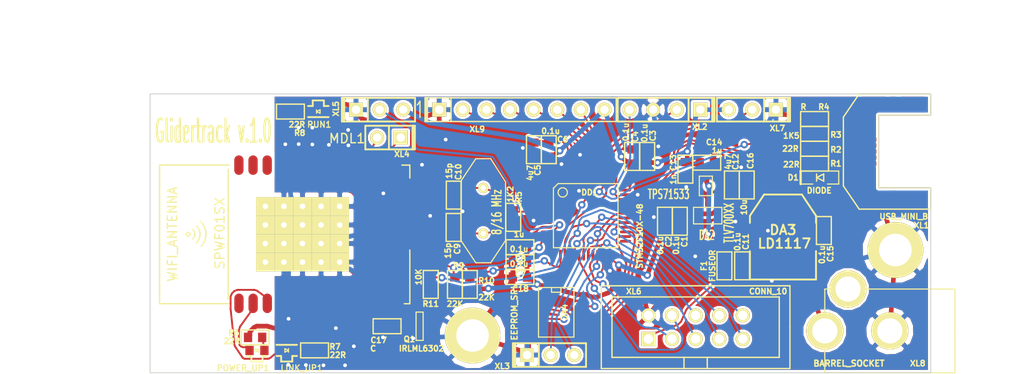
<source format=kicad_pcb>
(kicad_pcb (version 3) (host pcbnew "(2013-07-07 BZR 4022)-stable")
  (layers (15 F.Cu signal) (0 B.Cu signal) (18 B.Paste user) (19 F.Paste user) (20 B.SilkS user) (21 F.SilkS user) (22 B.Mask user) (23 F.Mask user) (28 Edge.Cuts user))
  (net 0 "")
  (net 1 +12V)
  (net 2 +3.3V)
  (net 3 +5V)
  (net 4 /DEBUG_RX)
  (net 5 /DEBUG_TX)
  (net 6 /EE_HOLD)
  (net 7 /EE_MISO)
  (net 8 /EE_MOSI)
  (net 9 /EE_SCK)
  (net 10 /EE_WRITE)
  (net 11 /ENDSTOP1)
  (net 12 /ENDSTOP2)
  (net 13 /GPIOB4)
  (net 14 /GPIOB5)
  (net 15 /GPIOB6)
  (net 16 /GPIOB7)
  (net 17 /GPIOB8)
  (net 18 /GPIOB9)
  (net 19 /MOTOR_BUSY)
  (net 20 /MOTOR_FLAG)
  (net 21 /MOTOR_SPI_CS)
  (net 22 /MOTOR_SPI_MISO)
  (net 23 /MOTOR_SPI_MOSI)
  (net 24 /MOTOR_SPI_SCK)
  (net 25 /MOTOR_STBY)
  (net 26 /MOTOR_STCK)
  (net 27 /PWR)
  (net 28 /SWCLK)
  (net 29 /SWDIO)
  (net 30 /USB_CABLE)
  (net 31 /USB_DM)
  (net 32 /USB_DP)
  (net 33 /WIFI_BOOT)
  (net 34 /WIFI_PWR)
  (net 35 /WIFI_RESET)
  (net 36 /WIFI_RX)
  (net 37 /WIFI_TX)
  (net 38 GND)
  (net 39 N-0000018)
  (net 40 N-0000022)
  (net 41 N-0000023)
  (net 42 N-0000024)
  (net 43 N-0000025)
  (net 44 N-0000026)
  (net 45 N-0000027)
  (net 46 N-000003)
  (net 47 N-0000069)
  (net 48 N-0000075)
  (net 49 N-0000077)
  (net 50 N-0000079)
  (net 51 N-0000080)
  (net 52 N-0000082)
  (module USBmicro_MOLEX_WM17142 (layer F.Cu) (at 317.4 83.2 180)
    (fp_text reference XL1 (at -4.6 -7.95 180) (layer F.SilkS) (effects (font (size 0.6 0.6))))
    (fp_text value USB_MINI_B (at -2.7 -7 180) (layer F.SilkS) (effects (font (size 0.6 0.6))))
    (pad SHLD smd rect (at -3.65 -5.15 180) (size 2.5 1.5) (layers F.Cu F.Paste F.Mask) (net 38 GND))
    (pad SHLD smd rect (at -3.65 5.15 180) (size 2.5 1.5) (layers F.Cu F.Paste F.Mask) (net 38 GND))
    (pad SHLD smd rect (at 0.55 -5.15 180) (size 2.5 1.5) (layers F.Cu F.Paste F.Mask) (net 38 GND))
    (pad SHLD smd rect (at 0.55 5.15 180) (size 2.5 1.5) (layers F.Cu F.Paste F.Mask) (net 38 GND))
    (pad SHLD smd rect (at 2.75 -2.2 270) (size 2.5 1.5) (layers F.Cu F.Paste F.Mask) (net 38 GND))
    (pad SHLD smd rect (at 2.75 2.2 270) (size 2.5 1.5) (layers F.Cu F.Paste F.Mask) (net 38 GND))
    (pad 1 smd rect (at 0.875 -1.3 180) (size 1.25 0.4) (layers F.Cu F.Paste F.Mask) (net 52 N-0000082))
    (pad 2 smd rect (at 0.875 -0.65 180) (size 1.25 0.4) (layers F.Cu F.Paste F.Mask) (net 48 N-0000075))
    (pad 3 smd rect (at 0.875 0 180) (size 1.25 0.4) (layers F.Cu F.Paste F.Mask) (net 49 N-0000077))
    (pad 4 smd rect (at 0.875 0.65 180) (size 1.25 0.4) (layers F.Cu F.Paste F.Mask) (net 47 N-0000069))
    (pad 5 smd rect (at 0.875 1.3 180) (size 1.25 0.4) (layers F.Cu F.Paste F.Mask) (net 47 N-0000069))
  )
  (module SPWF01SX_FOOT (layer F.Cu) (at 255.4 92.1 180)
    (fp_text reference MDL1 (at -4.8 10.3 180) (layer F.SilkS))
    (fp_text value SPWF01SX (at 8.9 0.1 270) (layer F.SilkS))
    (fp_text user WIFI_ANTENNA (at 14 0 270) (layer F.SilkS))
    (pad PAD thru_hole rect (at -4 -1 180) (size 2 2) (drill 0.6) (layers *.Cu *.Mask F.SilkS) (net 38 GND))
    (pad PAD thru_hole rect (at -4 -3 180) (size 2 2) (drill 0.6) (layers *.Cu *.Mask F.SilkS) (net 38 GND))
    (pad PAD thru_hole rect (at -2 -3 180) (size 2 2) (drill 0.6) (layers *.Cu *.Mask F.SilkS) (net 38 GND))
    (pad PAD thru_hole rect (at 0 -3 180) (size 2 2) (drill 0.6) (layers *.Cu *.Mask F.SilkS) (net 38 GND))
    (pad PAD thru_hole rect (at -2 -1 180) (size 2 2) (drill 0.6) (layers *.Cu *.Mask F.SilkS) (net 38 GND))
    (pad PAD thru_hole rect (at 0 -1 180) (size 2 2) (drill 0.6) (layers *.Cu *.Mask F.SilkS) (net 38 GND))
    (pad PAD thru_hole rect (at 2 -3 180) (size 2 2) (drill 0.6) (layers *.Cu *.Mask F.SilkS) (net 38 GND))
    (pad PAD thru_hole rect (at 4 -3 180) (size 2 2) (drill 0.6) (layers *.Cu *.Mask F.SilkS) (net 38 GND))
    (pad PAD thru_hole rect (at 2 -1 180) (size 2 2) (drill 0.6) (layers *.Cu *.Mask F.SilkS) (net 38 GND))
    (pad PAD thru_hole rect (at 4 -1 180) (size 2 2) (drill 0.6) (layers *.Cu *.Mask F.SilkS) (net 38 GND))
    (pad PAD thru_hole rect (at -4 1 180) (size 2 2) (drill 0.6) (layers *.Cu *.Mask F.SilkS) (net 38 GND))
    (pad PAD thru_hole rect (at -2 1 180) (size 2 2) (drill 0.6) (layers *.Cu *.Mask F.SilkS) (net 38 GND))
    (pad PAD thru_hole rect (at 0 1 180) (size 2 2) (drill 0.6) (layers *.Cu *.Mask F.SilkS) (net 38 GND))
    (pad PAD thru_hole rect (at 2 1 180) (size 2 2) (drill 0.6) (layers *.Cu *.Mask F.SilkS) (net 38 GND))
    (pad PAD thru_hole rect (at 4 1 180) (size 2 2) (drill 0.6) (layers *.Cu *.Mask F.SilkS) (net 38 GND))
    (pad PAD thru_hole rect (at -4 3 180) (size 2 2) (drill 0.6) (layers *.Cu *.Mask F.SilkS) (net 38 GND))
    (pad PAD thru_hole rect (at -2 3 180) (size 2 2) (drill 0.6) (layers *.Cu *.Mask F.SilkS) (net 38 GND))
    (pad PAD thru_hole rect (at 0 3 180) (size 2 2) (drill 0.6) (layers *.Cu *.Mask F.SilkS) (net 38 GND))
    (pad PAD thru_hole rect (at 2 3 180) (size 2 2) (drill 0.6) (layers *.Cu *.Mask F.SilkS) (net 38 GND))
    (pad PAD thru_hole rect (at 4 3 180) (size 2 2) (drill 0.6) (layers *.Cu *.Mask F.SilkS) (net 38 GND))
    (pad 1 smd rect (at -9.9 7.435 270) (size 2.1 1) (layers F.Cu F.Paste F.Mask) (clearance 0.52))
    (pad 2 smd oval (at -8.394 7.435 270) (size 2.1 1) (layers F.Cu F.Paste F.Mask) (net 33 /WIFI_BOOT) (clearance 0.524))
    (pad 3 smd oval (at -6.87 7.435 270) (size 2.1 1) (layers F.Cu F.Paste F.Mask) (net 35 /WIFI_RESET) (clearance 0.52))
    (pad 4 smd oval (at -5.346 7.435 270) (size 2.1 1) (layers F.Cu F.Paste F.Mask) (clearance 0.52))
    (pad 5 smd oval (at -3.822 7.435 270) (size 2.1 1) (layers F.Cu F.Paste F.Mask) (net 42 N-0000024) (clearance 0.52))
    (pad 6 smd oval (at -2.298 7.435 270) (size 2.1 1) (layers F.Cu F.Paste F.Mask) (net 36 /WIFI_RX) (clearance 0.52))
    (pad 7 smd oval (at -0.774 7.435 270) (size 2.1 1) (layers F.Cu F.Paste F.Mask) (clearance 0.52))
    (pad 8 smd oval (at 0.75 7.435 270) (size 2.1 1) (layers F.Cu F.Paste F.Mask) (net 37 /WIFI_TX) (clearance 0.52))
    (pad 9 smd oval (at 2.274 7.435 270) (size 2.1 1) (layers F.Cu F.Paste F.Mask) (clearance 0.52))
    (pad 10 smd oval (at 3.798 7.435 270) (size 2.1 1) (layers F.Cu F.Paste F.Mask) (clearance 0.52))
    (pad 11 smd oval (at 5.322 7.435 270) (size 2.1 1) (layers F.Cu F.Paste F.Mask) (clearance 0.52))
    (pad 12 smd oval (at 6.846 7.435 270) (size 2.1 1) (layers F.Cu F.Paste F.Mask) (clearance 0.52))
    (pad 13 smd oval (at 6.836 -7.435 270) (size 2.1 1) (layers F.Cu F.Paste F.Mask) (clearance 0.52))
    (pad 14 smd oval (at 5.312 -7.435 270) (size 2.1 1) (layers F.Cu F.Paste F.Mask) (net 40 N-0000022) (clearance 0.52))
    (pad 15 smd oval (at 3.788 -7.435 270) (size 2.1 1) (layers F.Cu F.Paste F.Mask) (net 41 N-0000023) (clearance 0.524))
    (pad 16 smd oval (at 2.264 -7.435 270) (size 2.1 1) (layers F.Cu F.Paste F.Mask) (clearance 0.524))
    (pad 17 smd oval (at 0.74 -7.435 270) (size 2.1 1) (layers F.Cu F.Paste F.Mask) (clearance 0.524))
    (pad 18 smd oval (at -0.784 -7.435 270) (size 2.1 1) (layers F.Cu F.Paste F.Mask) (clearance 0.52))
    (pad 19 smd oval (at -2.308 -7.435 270) (size 2.1 1) (layers F.Cu F.Paste F.Mask) (clearance 0.524))
    (pad 20 smd oval (at -3.832 -7.435 270) (size 2.1 1) (layers F.Cu F.Paste F.Mask) (clearance 0.524))
    (pad 21 smd oval (at -5.356 -7.435 270) (size 2.1 1) (layers F.Cu F.Paste F.Mask) (clearance 0.524))
    (pad 22 smd oval (at -6.88 -7.435 270) (size 2.1 1) (layers F.Cu F.Paste F.Mask) (clearance 0.524))
    (pad 23 smd oval (at -8.404 -7.435 270) (size 2.1 1) (layers F.Cu F.Paste F.Mask) (net 38 GND) (clearance 0.524))
    (pad 24 smd oval (at -9.928 -7.435 270) (size 2.1 1) (layers F.Cu F.Paste F.Mask) (net 27 /PWR) (clearance 0.524))
    (pad 30 smd oval (at -11.37 5.45 180) (size 2.1 1) (layers F.Cu F.Paste F.Mask) (clearance 0.524))
    (pad 29 smd oval (at -11.37 3.92 180) (size 2.1 1) (layers F.Cu F.Paste F.Mask) (clearance 0.524))
    (pad 28 smd oval (at -11.37 2.39 180) (size 2.1 1) (layers F.Cu F.Paste F.Mask) (clearance 0.524))
    (pad 27 smd oval (at -11.37 0.86 180) (size 2.1 1) (layers F.Cu F.Paste F.Mask) (clearance 0.524))
    (pad 26 smd oval (at -11.37 -0.67 180) (size 2.1 1) (layers F.Cu F.Paste F.Mask) (clearance 0.524))
  )
  (module SOT323 (layer F.Cu) (at 298.8 86.9)
    (fp_text reference DA1 hide)
    (fp_text value TPS71533 (at -4 0.9) (layer F.SilkS) (effects (font (size 1.00076 0.59944) (thickness 0.14986))))
    (pad 1 smd rect (at -1.04902 -0.65024) (size 0.59944 0.29972) (layers F.Cu F.Paste F.Mask))
    (pad 2 smd rect (at -1.04902 0) (size 0.59944 0.29972) (layers F.Cu F.Paste F.Mask) (net 38 GND))
    (pad 3 smd rect (at -1.04902 0.65024) (size 0.59944 0.29972) (layers F.Cu F.Paste F.Mask))
    (pad 4 smd rect (at 1.04902 0.65024) (size 0.59944 0.29972) (layers F.Cu F.Paste F.Mask) (net 3 +5V))
    (pad 5 smd rect (at 1.04902 -0.65024) (size 0.59944 0.29972) (layers F.Cu F.Paste F.Mask) (net 2 +3.3V))
  )
  (module SOT23-5 (layer F.Cu) (at 299 90.1 180)
    (fp_text reference DA2 (at 0.09906 -2.10058 180) (layer F.SilkS) (effects (font (size 1.00076 0.59944) (thickness 0.14986))))
    (fp_text value TLV700XX (at -2.3 -0.8 270) (layer F.SilkS) (effects (font (size 1.00076 0.59944) (thickness 0.14986))))
    (pad 1 smd rect (at -0.9525 1.27 180) (size 0.508 0.762) (layers F.Cu F.Paste F.Mask) (net 3 +5V))
    (pad 3 smd rect (at 0.9525 1.27 180) (size 0.508 0.762) (layers F.Cu F.Paste F.Mask) (net 3 +5V))
    (pad 5 smd rect (at -0.9525 -1.27 180) (size 0.508 0.762) (layers F.Cu F.Paste F.Mask) (net 2 +3.3V))
    (pad 2 smd rect (at 0 1.27 180) (size 0.508 0.762) (layers F.Cu F.Paste F.Mask) (net 38 GND))
    (pad 4 smd rect (at 0.9525 -1.27 180) (size 0.508 0.762) (layers F.Cu F.Paste F.Mask))
  )
  (module RES_0603 (layer F.Cu) (at 278.0769 90.2842 270)
    (fp_text reference R5 (at -2.2 -0.6 270) (layer F.SilkS) (effects (font (size 0.6 0.6))))
    (fp_text value 1K2 (at -2.5 0.3 270) (layer F.SilkS) (effects (font (size 0.6 0.6))))
    (pad 1 smd rect (at -0.762 0 270) (size 0.889 1.016) (layers F.Cu F.Paste F.Mask) (net 39 N-0000018))
    (pad 2 smd rect (at 0.762 0 270) (size 0.889 1.016) (layers F.Cu F.Paste F.Mask) (net 50 N-0000079))
  )
  (module RES_0603 (layer F.Cu) (at 310.5 84.5 180)
    (fp_text reference R1 (at -2.3 0 180) (layer F.SilkS) (effects (font (size 0.6 0.6))))
    (fp_text value 22R (at 2.5 -0.1 180) (layer F.SilkS) (effects (font (size 0.6 0.6))))
    (pad 1 smd rect (at -0.762 0 180) (size 0.889 1.016) (layers F.Cu F.Paste F.Mask) (net 48 N-0000075))
    (pad 2 smd rect (at 0.762 0 180) (size 0.889 1.016) (layers F.Cu F.Paste F.Mask) (net 31 /USB_DM))
  )
  (module RES_0603 (layer F.Cu) (at 310.5 82.9)
    (fp_text reference R2 (at 2.3 0.1) (layer F.SilkS) (effects (font (size 0.6 0.6))))
    (fp_text value 22R (at -2.6 0) (layer F.SilkS) (effects (font (size 0.6 0.6))))
    (pad 1 smd rect (at -0.762 0) (size 0.889 1.016) (layers F.Cu F.Paste F.Mask) (net 32 /USB_DP))
    (pad 2 smd rect (at 0.762 0) (size 0.889 1.016) (layers F.Cu F.Paste F.Mask) (net 49 N-0000077))
  )
  (module RES_0603 (layer F.Cu) (at 310.5 81.3)
    (fp_text reference R3 (at 2.3 0.1) (layer F.SilkS) (effects (font (size 0.6 0.6))))
    (fp_text value 1K5 (at -2.5 0.2) (layer F.SilkS) (effects (font (size 0.6 0.6))))
    (pad 1 smd rect (at -0.762 0) (size 0.889 1.016) (layers F.Cu F.Paste F.Mask) (net 30 /USB_CABLE))
    (pad 2 smd rect (at 0.762 0) (size 0.889 1.016) (layers F.Cu F.Paste F.Mask) (net 49 N-0000077))
  )
  (module RES_0603 (layer F.Cu) (at 310.5 79.7)
    (fp_text reference R4 (at 1 -1.3) (layer F.SilkS) (effects (font (size 0.6 0.6))))
    (fp_text value R (at -1.2 -1.3) (layer F.SilkS) (effects (font (size 0.6 0.6))))
    (pad 1 smd rect (at -0.762 0) (size 0.889 1.016) (layers F.Cu F.Paste F.Mask) (net 38 GND))
    (pad 2 smd rect (at 0.762 0) (size 0.889 1.016) (layers F.Cu F.Paste F.Mask) (net 47 N-0000069))
  )
  (module LQFP48 (layer F.Cu) (at 285.9 90.1)
    (fp_text reference DD1 (at 0.39878 -2.49936) (layer F.SilkS) (effects (font (size 0.59944 0.59944) (thickness 0.14986))))
    (fp_text value STM32F10X-48 (at 5.8 2.2 90) (layer F.SilkS) (effects (font (size 0.59944 0.59944) (thickness 0.14986))))
    (pad 1 smd rect (at -4.24942 -2.75082) (size 1.19888 0.29972) (layers F.Cu F.Paste F.Mask) (net 2 +3.3V))
    (pad 2 smd oval (at -4.24942 -2.25298) (size 1.19888 0.29972) (layers F.Cu F.Paste F.Mask))
    (pad 3 smd oval (at -4.24942 -1.7526) (size 1.19888 0.29972) (layers F.Cu F.Paste F.Mask))
    (pad 4 smd oval (at -4.24942 -1.25222) (size 1.19888 0.29972) (layers F.Cu F.Paste F.Mask))
    (pad 5 smd oval (at -4.24942 -0.75184) (size 1.19888 0.29972) (layers F.Cu F.Paste F.Mask) (net 51 N-0000080))
    (pad 6 smd oval (at -4.24942 -0.25146) (size 1.19888 0.29972) (layers F.Cu F.Paste F.Mask) (net 39 N-0000018))
    (pad 7 smd oval (at -4.24942 0.24892) (size 1.19888 0.29972) (layers F.Cu F.Paste F.Mask))
    (pad 8 smd oval (at -4.24942 0.7493) (size 1.19888 0.29972) (layers F.Cu F.Paste F.Mask) (net 38 GND))
    (pad 9 smd oval (at -4.24942 1.24714) (size 1.19888 0.29972) (layers F.Cu F.Paste F.Mask) (net 2 +3.3V))
    (pad 10 smd oval (at -4.24942 1.74752) (size 1.19888 0.29972) (layers F.Cu F.Paste F.Mask) (net 11 /ENDSTOP1))
    (pad 11 smd oval (at -4.24942 2.2479) (size 1.19888 0.29972) (layers F.Cu F.Paste F.Mask) (net 12 /ENDSTOP2))
    (pad 12 smd oval (at -4.25196 2.74828) (size 1.19888 0.29972) (layers F.Cu F.Paste F.Mask) (net 37 /WIFI_TX))
    (pad 13 smd oval (at -2.74574 4.24942 90) (size 1.19888 0.29972) (layers F.Cu F.Paste F.Mask) (net 36 /WIFI_RX))
    (pad 14 smd oval (at -2.2479 4.24942 90) (size 1.19888 0.29972) (layers F.Cu F.Paste F.Mask) (net 21 /MOTOR_SPI_CS))
    (pad 15 smd oval (at -1.74752 4.24942 90) (size 1.19888 0.29972) (layers F.Cu F.Paste F.Mask) (net 24 /MOTOR_SPI_SCK))
    (pad 16 smd oval (at -1.24714 4.24942 90) (size 1.19888 0.29972) (layers F.Cu F.Paste F.Mask) (net 22 /MOTOR_SPI_MISO))
    (pad 17 smd oval (at -0.74676 4.24942 90) (size 1.19888 0.29972) (layers F.Cu F.Paste F.Mask) (net 23 /MOTOR_SPI_MOSI))
    (pad 18 smd oval (at -0.24638 4.24942 90) (size 1.19888 0.29972) (layers F.Cu F.Paste F.Mask) (net 25 /MOTOR_STBY))
    (pad 19 smd oval (at 0.254 4.24942 90) (size 1.19888 0.29972) (layers F.Cu F.Paste F.Mask) (net 19 /MOTOR_BUSY))
    (pad 20 smd oval (at 0.75184 4.24942 90) (size 1.19888 0.29972) (layers F.Cu F.Paste F.Mask) (net 20 /MOTOR_FLAG))
    (pad 21 smd oval (at 1.25222 4.24942 90) (size 1.19888 0.29972) (layers F.Cu F.Paste F.Mask) (net 10 /EE_WRITE))
    (pad 22 smd oval (at 1.7526 4.24942 90) (size 1.19888 0.29972) (layers F.Cu F.Paste F.Mask) (net 6 /EE_HOLD))
    (pad 23 smd oval (at 2.25044 4.24942 90) (size 1.19888 0.29972) (layers F.Cu F.Paste F.Mask) (net 38 GND))
    (pad 24 smd oval (at 2.75082 4.24942 90) (size 1.19888 0.29972) (layers F.Cu F.Paste F.Mask) (net 2 +3.3V))
    (pad 25 smd oval (at 4.25196 2.75082) (size 1.19888 0.29972) (layers F.Cu F.Paste F.Mask))
    (pad 26 smd oval (at 4.25196 2.25044) (size 1.19888 0.29972) (layers F.Cu F.Paste F.Mask) (net 9 /EE_SCK))
    (pad 27 smd oval (at 4.25196 1.75006) (size 1.19888 0.29972) (layers F.Cu F.Paste F.Mask) (net 7 /EE_MISO))
    (pad 28 smd oval (at 4.25196 1.24968) (size 1.19888 0.29972) (layers F.Cu F.Paste F.Mask) (net 8 /EE_MOSI))
    (pad 29 smd oval (at 4.25196 0.7493) (size 1.19888 0.29972) (layers F.Cu F.Paste F.Mask) (net 26 /MOTOR_STCK))
    (pad 30 smd oval (at 4.25196 0.24892) (size 1.19888 0.29972) (layers F.Cu F.Paste F.Mask) (net 5 /DEBUG_TX))
    (pad 31 smd oval (at 4.25196 -0.25146) (size 1.19888 0.29972) (layers F.Cu F.Paste F.Mask) (net 4 /DEBUG_RX))
    (pad 32 smd oval (at 4.25196 -0.7493) (size 1.19888 0.29972) (layers F.Cu F.Paste F.Mask) (net 31 /USB_DM))
    (pad 33 smd oval (at 4.25196 -1.24968) (size 1.19888 0.29972) (layers F.Cu F.Paste F.Mask) (net 32 /USB_DP))
    (pad 34 smd oval (at 4.25196 -1.75006) (size 1.19888 0.29972) (layers F.Cu F.Paste F.Mask) (net 29 /SWDIO))
    (pad 35 smd oval (at 4.25196 -2.25044) (size 1.19888 0.29972) (layers F.Cu F.Paste F.Mask) (net 38 GND))
    (pad 36 smd oval (at 4.25196 -2.75082) (size 1.19888 0.29972) (layers F.Cu F.Paste F.Mask) (net 2 +3.3V))
    (pad 37 smd oval (at 2.75082 -4.24942 90) (size 1.19888 0.29972) (layers F.Cu F.Paste F.Mask) (net 28 /SWCLK))
    (pad 38 smd oval (at 2.25044 -4.24942 90) (size 1.19888 0.29972) (layers F.Cu F.Paste F.Mask) (net 30 /USB_CABLE))
    (pad 39 smd oval (at 1.75006 -4.24942 90) (size 1.19888 0.29972) (layers F.Cu F.Paste F.Mask) (net 34 /WIFI_PWR))
    (pad 40 smd oval (at 1.24968 -4.24942 90) (size 1.19888 0.29972) (layers F.Cu F.Paste F.Mask) (net 13 /GPIOB4))
    (pad 41 smd oval (at 0.7493 -4.24942 90) (size 1.19888 0.29972) (layers F.Cu F.Paste F.Mask) (net 14 /GPIOB5))
    (pad 42 smd oval (at 0.24892 -4.24942 90) (size 1.19888 0.29972) (layers F.Cu F.Paste F.Mask) (net 15 /GPIOB6))
    (pad 43 smd oval (at -0.24892 -4.24942 90) (size 1.19888 0.29972) (layers F.Cu F.Paste F.Mask) (net 16 /GPIOB7))
    (pad 44 smd oval (at -0.7493 -4.24942 90) (size 1.19888 0.29972) (layers F.Cu F.Paste F.Mask) (net 38 GND))
    (pad 45 smd oval (at -1.24968 -4.24942 90) (size 1.19888 0.29972) (layers F.Cu F.Paste F.Mask) (net 17 /GPIOB8))
    (pad 46 smd oval (at -1.75006 -4.24942 90) (size 1.19888 0.29972) (layers F.Cu F.Paste F.Mask) (net 18 /GPIOB9))
    (pad 47 smd oval (at -2.25044 -4.24942 90) (size 1.19888 0.29972) (layers F.Cu F.Paste F.Mask) (net 38 GND))
    (pad 48 smd oval (at -2.75082 -4.24942 90) (size 1.19888 0.29972) (layers F.Cu F.Paste F.Mask) (net 2 +3.3V))
  )
  (module CONN_PLS-4 (layer F.Cu) (at 294.4 78.7 180)
    (fp_text reference XL2 (at -3.74904 -1.84912 180) (layer F.SilkS) (effects (font (size 0.6 0.6))))
    (fp_text value ST_SWD hide)
    (pad 1 thru_hole rect (at -3.81 0 180) (size 1.5 1.5) (drill 0.9) (layers *.Cu *.Mask F.SilkS) (net 2 +3.3V))
    (pad 2 thru_hole circle (at -1.27 0 180) (size 1.5 1.5) (drill 0.9) (layers *.Cu *.Mask F.SilkS) (net 28 /SWCLK))
    (pad 3 thru_hole circle (at 1.27 0 180) (size 1.5 1.5) (drill 0.9) (layers *.Cu *.Mask F.SilkS) (net 38 GND))
    (pad 4 thru_hole circle (at 3.81 0 180) (size 1.5 1.5) (drill 0.9) (layers *.Cu *.Mask F.SilkS) (net 29 /SWDIO))
  )
  (module CAP_0603 (layer F.Cu) (at 271.6768 87.8906 270)
    (fp_text reference C10 (at -2.5 -0.5 270) (layer F.SilkS) (effects (font (size 0.6 0.6))))
    (fp_text value 15p (at -2.6 0.5 270) (layer F.SilkS) (effects (font (size 0.6 0.6))))
    (pad 1 smd rect (at -0.762 0 270) (size 0.889 1.016) (layers F.Cu F.Paste F.Mask) (net 51 N-0000080))
    (pad 2 smd rect (at 0.762 0 270) (size 0.889 1.016) (layers F.Cu F.Paste F.Mask) (net 38 GND))
  )
  (module CAP_0603 (layer F.Cu) (at 301.6 86.8 90)
    (fp_text reference C12 (at 2.5 0.4 90) (layer F.SilkS) (effects (font (size 0.6 0.6))))
    (fp_text value 4u7 (at 2.5 -0.4 90) (layer F.SilkS) (effects (font (size 0.6 0.6))))
    (pad 1 smd rect (at -0.762 0 90) (size 0.889 1.016) (layers F.Cu F.Paste F.Mask) (net 3 +5V))
    (pad 2 smd rect (at 0.762 0 90) (size 0.889 1.016) (layers F.Cu F.Paste F.Mask) (net 38 GND))
  )
  (module CAP_0603 (layer F.Cu) (at 302.7 95.5 270)
    (fp_text reference C11 (at -2.6 -0.4 270) (layer F.SilkS) (effects (font (size 0.6 0.6))))
    (fp_text value 0.1u (at -2.6 0.5 270) (layer F.SilkS) (effects (font (size 0.6 0.6))))
    (pad 1 smd rect (at -0.762 0 270) (size 0.889 1.016) (layers F.Cu F.Paste F.Mask) (net 3 +5V))
    (pad 2 smd rect (at 0.762 0 270) (size 0.889 1.016) (layers F.Cu F.Paste F.Mask) (net 38 GND))
  )
  (module CAP_0603 (layer F.Cu) (at 296.6 85.1 270)
    (fp_text reference C13 (at -0.7 1.3 270) (layer F.SilkS) (effects (font (size 0.6 0.6))))
    (fp_text value 1n (at 1.1 1.3 270) (layer F.SilkS) (effects (font (size 0.6 0.6))))
    (pad 1 smd rect (at -0.762 0 270) (size 0.889 1.016) (layers F.Cu F.Paste F.Mask) (net 2 +3.3V))
    (pad 2 smd rect (at 0.762 0 270) (size 0.889 1.016) (layers F.Cu F.Paste F.Mask) (net 38 GND))
  )
  (module CAP_0603 (layer F.Cu) (at 298.9 84.4)
    (fp_text reference C14 (at 0.8 -2.2) (layer F.SilkS) (effects (font (size 0.6 0.6))))
    (fp_text value 1u (at 1.1 -1.3) (layer F.SilkS) (effects (font (size 0.6 0.6))))
    (pad 1 smd rect (at -0.762 0) (size 0.889 1.016) (layers F.Cu F.Paste F.Mask) (net 2 +3.3V))
    (pad 2 smd rect (at 0.762 0) (size 0.889 1.016) (layers F.Cu F.Paste F.Mask) (net 38 GND))
  )
  (module CAP_0603 (layer F.Cu) (at 271.6537 91.3684 90)
    (fp_text reference C9 (at -2.3 0.4 90) (layer F.SilkS) (effects (font (size 0.6 0.6))))
    (fp_text value 15p (at -2.5 -0.6 90) (layer F.SilkS) (effects (font (size 0.6 0.6))))
    (pad 1 smd rect (at -0.762 0 90) (size 0.889 1.016) (layers F.Cu F.Paste F.Mask) (net 50 N-0000079))
    (pad 2 smd rect (at 0.762 0 90) (size 0.889 1.016) (layers F.Cu F.Paste F.Mask) (net 38 GND))
  )
  (module CAP_0603 (layer F.Cu) (at 278.8 93.5 180)
    (fp_text reference C8 (at -0.0635 -1.27 180) (layer F.SilkS) (effects (font (size 0.6 0.6))))
    (fp_text value 1u (at 0.09906 1.39954 180) (layer F.SilkS) (effects (font (size 0.6 0.6))))
    (pad 1 smd rect (at -0.762 0 180) (size 0.889 1.016) (layers F.Cu F.Paste F.Mask) (net 2 +3.3V))
    (pad 2 smd rect (at 0.762 0 180) (size 0.889 1.016) (layers F.Cu F.Paste F.Mask) (net 38 GND))
  )
  (module CAP_0603 (layer F.Cu) (at 278.8 95.1 180)
    (fp_text reference C7 (at -0.0635 -1.27 180) (layer F.SilkS) (effects (font (size 0.6 0.6))))
    (fp_text value 0.1u (at 0.09906 1.39954 180) (layer F.SilkS) (effects (font (size 0.6 0.6))))
    (pad 1 smd rect (at -0.762 0 180) (size 0.889 1.016) (layers F.Cu F.Paste F.Mask) (net 2 +3.3V))
    (pad 2 smd rect (at 0.762 0 180) (size 0.889 1.016) (layers F.Cu F.Paste F.Mask) (net 38 GND))
  )
  (module CAP_0603 (layer F.Cu) (at 281.9 83 90)
    (fp_text reference C6 (at 1.1 1.5 180) (layer F.SilkS) (effects (font (size 0.6 0.6))))
    (fp_text value 0.1u (at 2 0.2 180) (layer F.SilkS) (effects (font (size 0.6 0.6))))
    (pad 1 smd rect (at -0.762 0 90) (size 0.889 1.016) (layers F.Cu F.Paste F.Mask) (net 2 +3.3V))
    (pad 2 smd rect (at 0.762 0 90) (size 0.889 1.016) (layers F.Cu F.Paste F.Mask) (net 38 GND))
  )
  (module CAP_0603 (layer F.Cu) (at 280.3 83 90)
    (fp_text reference C5 (at -2.2 0.4 90) (layer F.SilkS) (effects (font (size 0.6 0.6))))
    (fp_text value 4u7 (at -2.5 -0.4 90) (layer F.SilkS) (effects (font (size 0.6 0.6))))
    (pad 1 smd rect (at -0.762 0 90) (size 0.889 1.016) (layers F.Cu F.Paste F.Mask) (net 2 +3.3V))
    (pad 2 smd rect (at 0.762 0 90) (size 0.889 1.016) (layers F.Cu F.Paste F.Mask) (net 38 GND))
  )
  (module CAP_0603 (layer F.Cu) (at 290.867 83.7295 90)
    (fp_text reference C4 (at 2.1295 0.333 90) (layer F.SilkS) (effects (font (size 0.6 0.6))))
    (fp_text value 0.1u (at 2.6295 -0.667 90) (layer F.SilkS) (effects (font (size 0.6 0.6))))
    (pad 1 smd rect (at -0.762 0 90) (size 0.889 1.016) (layers F.Cu F.Paste F.Mask) (net 2 +3.3V))
    (pad 2 smd rect (at 0.762 0 90) (size 0.889 1.016) (layers F.Cu F.Paste F.Mask) (net 38 GND))
  )
  (module CAP_0603 (layer F.Cu) (at 292.491 83.7295 90)
    (fp_text reference C3 (at 2.2295 0.609 90) (layer F.SilkS) (effects (font (size 0.6 0.6))))
    (fp_text value 0.1u (at 2.5295 -0.291 90) (layer F.SilkS) (effects (font (size 0.6 0.6))))
    (pad 1 smd rect (at -0.762 0 90) (size 0.889 1.016) (layers F.Cu F.Paste F.Mask) (net 2 +3.3V))
    (pad 2 smd rect (at 0.762 0 90) (size 0.889 1.016) (layers F.Cu F.Paste F.Mask) (net 38 GND))
  )
  (module CAP_0603 (layer F.Cu) (at 294.4 90.7 90)
    (fp_text reference C2 (at -2.2 0.4 90) (layer F.SilkS) (effects (font (size 0.6 0.6))))
    (fp_text value 0.1u (at -2.6 -0.5 90) (layer F.SilkS) (effects (font (size 0.6 0.6))))
    (pad 1 smd rect (at -0.762 0 90) (size 0.889 1.016) (layers F.Cu F.Paste F.Mask) (net 2 +3.3V))
    (pad 2 smd rect (at 0.762 0 90) (size 0.889 1.016) (layers F.Cu F.Paste F.Mask) (net 38 GND))
  )
  (module CAP_0603 (layer F.Cu) (at 296 90.7 90)
    (fp_text reference C1 (at -2.2 0.5 90) (layer F.SilkS) (effects (font (size 0.6 0.6))))
    (fp_text value 0.1u (at -2.6 -0.4 90) (layer F.SilkS) (effects (font (size 0.6 0.6))))
    (pad 1 smd rect (at -0.762 0 90) (size 0.889 1.016) (layers F.Cu F.Paste F.Mask) (net 2 +3.3V))
    (pad 2 smd rect (at 0.762 0 90) (size 0.889 1.016) (layers F.Cu F.Paste F.Mask) (net 38 GND))
  )
  (module SOT223 (layer F.Cu) (at 307.1 92.4)
    (fp_text reference DA3 (at 0 -0.762) (layer F.SilkS) (effects (font (size 1.016 1.016) (thickness 0.2032))))
    (fp_text value LD1117 (at 0.15 0.7) (layer F.SilkS) (effects (font (size 1.016 1.016) (thickness 0.2032))))
    (pad PAD smd rect (at 0 -3.302) (size 3.6576 2.032) (layers F.Cu F.Paste F.Mask) (net 3 +5V))
    (pad 2 smd rect (at 0 3.302) (size 1.016 2.032) (layers F.Cu F.Paste F.Mask) (net 3 +5V))
    (pad 3 smd rect (at 2.286 3.302) (size 1.016 2.032) (layers F.Cu F.Paste F.Mask) (net 1 +12V))
    (pad 1 smd rect (at -2.286 3.302) (size 1.016 2.032) (layers F.Cu F.Paste F.Mask) (net 38 GND))
  )
  (module RES_0603 (layer F.Cu) (at 254.1 78.9 180)
    (fp_text reference R8 (at -1 -2.3 180) (layer F.SilkS) (effects (font (size 0.6 0.6))))
    (fp_text value 22R (at -0.7 -1.4 180) (layer F.SilkS) (effects (font (size 0.6 0.6))))
    (pad 1 smd rect (at -0.762 0 180) (size 0.889 1.016) (layers F.Cu F.Paste F.Mask) (net 45 N-0000027))
    (pad 2 smd rect (at 0.762 0 180) (size 0.889 1.016) (layers F.Cu F.Paste F.Mask) (net 38 GND))
  )
  (module RES_0603 (layer F.Cu) (at 300.8 95.5 90)
    (fp_text reference F1 (at 0 -2.2 90) (layer F.SilkS) (effects (font (size 0.6 0.6))))
    (fp_text value FUSE0R (at 0 -1.3 90) (layer F.SilkS) (effects (font (size 0.6 0.6))))
    (pad 1 smd rect (at -0.762 0 90) (size 0.889 1.016) (layers F.Cu F.Paste F.Mask) (net 46 N-000003))
    (pad 2 smd rect (at 0.762 0 90) (size 0.889 1.016) (layers F.Cu F.Paste F.Mask) (net 2 +3.3V))
  )
  (module RES_0603 (layer F.Cu) (at 256.7 104.6)
    (fp_text reference R7 (at 2.2 -0.4) (layer F.SilkS) (effects (font (size 0.6 0.6))))
    (fp_text value 22R (at 2.5 0.5) (layer F.SilkS) (effects (font (size 0.6 0.6))))
    (pad 1 smd rect (at -0.762 0) (size 0.889 1.016) (layers F.Cu F.Paste F.Mask) (net 44 N-0000026))
    (pad 2 smd rect (at 0.762 0) (size 0.889 1.016) (layers F.Cu F.Paste F.Mask) (net 38 GND))
  )
  (module RES_0603 (layer F.Cu) (at 250.3 103.2 180)
    (fp_text reference R6 (at 2.3 0.5 180) (layer F.SilkS) (effects (font (size 0.6 0.6))))
    (fp_text value 22R (at 2.5 -0.4 180) (layer F.SilkS) (effects (font (size 0.6 0.6))))
    (pad 1 smd rect (at -0.762 0 180) (size 0.889 1.016) (layers F.Cu F.Paste F.Mask) (net 43 N-0000025))
    (pad 2 smd rect (at 0.762 0 180) (size 0.889 1.016) (layers F.Cu F.Paste F.Mask) (net 38 GND))
  )
  (module DIODE_SOD323 (layer F.Cu) (at 311.1 86)
    (fp_text reference D1 (at -2.9 0) (layer F.SilkS) (effects (font (size 0.59944 0.59944) (thickness 0.14986))))
    (fp_text value DIODE (at -0.1 1.4) (layer F.SilkS) (effects (font (size 0.59944 0.59944) (thickness 0.14986))))
    (pad C smd rect (at -1.30048 0) (size 1.00076 1.00076) (layers F.Cu F.Paste F.Mask) (net 3 +5V))
    (pad A smd rect (at 1.30048 0) (size 1.00076 1.00076) (layers F.Cu F.Paste F.Mask) (net 52 N-0000082))
  )
  (module CRYSTAL_HC49 (layer F.Cu) (at 274.85 89.5711 90)
    (fp_text reference XTAL1 hide)
    (fp_text value "8/16 MHz" (at -0.15 1.45 90) (layer F.SilkS) (effects (font (size 1.00076 0.635) (thickness 0.14986))))
    (pad 1 thru_hole circle (at -2.4511 0 180) (size 1.09982 1.09982) (drill 0.59944) (layers *.Cu *.Mask F.SilkS) (net 50 N-0000079))
    (pad 2 thru_hole circle (at 2.4511 0 180) (size 1.09982 1.09982) (drill 0.59944) (layers *.Cu *.Mask F.SilkS) (net 51 N-0000080))
  )
  (module CONN_PLS-3 (layer F.Cu) (at 282.1 105.1)
    (fp_text reference XL3 (at -5.2 1.2) (layer F.SilkS) (effects (font (size 0.6 0.6))))
    (fp_text value CONN_3 hide)
    (pad 1 thru_hole rect (at -2.54 0) (size 1.5 1.5) (drill 0.9) (layers *.Cu *.Mask F.SilkS) (net 38 GND))
    (pad 2 thru_hole circle (at 0 0) (size 1.5 1.5) (drill 0.9) (layers *.Cu *.Mask F.SilkS) (net 5 /DEBUG_TX))
    (pad 3 thru_hole circle (at 2.54 0) (size 1.5 1.5) (drill 0.9) (layers *.Cu *.Mask F.SilkS) (net 4 /DEBUG_RX))
  )
  (module CONN_PLS-3 (layer F.Cu) (at 303.8 78.7 180)
    (fp_text reference XL7 (at -2.7 -2 180) (layer F.SilkS) (effects (font (size 0.6 0.6))))
    (fp_text value CONN_3 hide)
    (pad 1 thru_hole rect (at -2.54 0 180) (size 1.5 1.5) (drill 0.9) (layers *.Cu *.Mask F.SilkS) (net 38 GND))
    (pad 2 thru_hole circle (at 0 0 180) (size 1.5 1.5) (drill 0.9) (layers *.Cu *.Mask F.SilkS) (net 12 /ENDSTOP2))
    (pad 3 thru_hole circle (at 2.54 0 180) (size 1.5 1.5) (drill 0.9) (layers *.Cu *.Mask F.SilkS) (net 2 +3.3V))
  )
  (module CONN_PLS-3 (layer F.Cu) (at 263.7 78.7)
    (fp_text reference XL5 (at -4.7 -0.1 90) (layer F.SilkS) (effects (font (size 0.6 0.6))))
    (fp_text value CONN_3 hide)
    (pad 1 thru_hole rect (at -2.54 0) (size 1.5 1.5) (drill 0.9) (layers *.Cu *.Mask F.SilkS) (net 38 GND))
    (pad 2 thru_hole circle (at 0 0) (size 1.5 1.5) (drill 0.9) (layers *.Cu *.Mask F.SilkS) (net 11 /ENDSTOP1))
    (pad 3 thru_hole circle (at 2.54 0) (size 1.5 1.5) (drill 0.9) (layers *.Cu *.Mask F.SilkS) (net 2 +3.3V))
  )
  (module CONN_PLS-2 (layer F.Cu) (at 264.7 81.7 180)
    (fp_text reference XL4 (at -1.397 -1.778 180) (layer F.SilkS) (effects (font (size 0.6 0.6))))
    (fp_text value CONN_2 hide)
    (pad 1 thru_hole rect (at -1.27 0 180) (size 1.5 1.5) (drill 0.9) (layers *.Cu *.Mask F.SilkS) (net 33 /WIFI_BOOT))
    (pad 2 thru_hole circle (at 1.27 0 180) (size 1.5 1.5) (drill 0.9) (layers *.Cu *.Mask F.SilkS) (net 35 /WIFI_RESET))
  )
  (module CONN_IDC_2X5 (layer F.Cu) (at 297.7 102.1)
    (fp_text reference XL6 (at -6.65 -3.85) (layer F.SilkS) (effects (font (size 0.59944 0.59944) (thickness 0.14986))))
    (fp_text value CONN_10 (at 7.8 -3.85) (layer F.SilkS) (effects (font (size 0.59944 0.59944) (thickness 0.14986))))
    (pad 1 thru_hole rect (at -5.08 1.27) (size 1.524 1.524) (drill 1.016) (layers *.Cu *.Mask F.SilkS) (net 46 N-000003))
    (pad 2 thru_hole circle (at -5.08 -1.27) (size 1.524 1.524) (drill 1.016) (layers *.Cu *.Mask F.SilkS) (net 38 GND))
    (pad 3 thru_hole circle (at -2.54 1.27) (size 1.524 1.524) (drill 1.016) (layers *.Cu *.Mask F.SilkS) (net 20 /MOTOR_FLAG))
    (pad 4 thru_hole circle (at -2.54 -1.27) (size 1.524 1.524) (drill 1.016) (layers *.Cu *.Mask F.SilkS) (net 23 /MOTOR_SPI_MOSI))
    (pad 5 thru_hole circle (at 0 1.27) (size 1.524 1.524) (drill 1.016) (layers *.Cu *.Mask F.SilkS) (net 19 /MOTOR_BUSY))
    (pad 6 thru_hole circle (at 0 -1.27) (size 1.524 1.524) (drill 1.016) (layers *.Cu *.Mask F.SilkS) (net 22 /MOTOR_SPI_MISO))
    (pad 7 thru_hole circle (at 2.54 1.27) (size 1.524 1.524) (drill 1.016) (layers *.Cu *.Mask F.SilkS) (net 26 /MOTOR_STCK))
    (pad 8 thru_hole circle (at 2.54 -1.27) (size 1.524 1.524) (drill 1.016) (layers *.Cu *.Mask F.SilkS) (net 21 /MOTOR_SPI_CS))
    (pad 9 thru_hole circle (at 5.08 1.27) (size 1.524 1.524) (drill 1.016) (layers *.Cu *.Mask F.SilkS) (net 25 /MOTOR_STBY))
    (pad 10 thru_hole circle (at 5.08 -1.27) (size 1.524 1.524) (drill 1.016) (layers *.Cu *.Mask F.SilkS) (net 24 /MOTOR_SPI_SCK))
  )
  (module CAP_0603 (layer F.Cu) (at 303.2 86.8 90)
    (fp_text reference C16 (at 2.6 0.4 90) (layer F.SilkS) (effects (font (size 0.6 0.6))))
    (fp_text value 10u (at -2.4 -0.3 90) (layer F.SilkS) (effects (font (size 0.6 0.6))))
    (pad 1 smd rect (at -0.762 0 90) (size 0.889 1.016) (layers F.Cu F.Paste F.Mask) (net 3 +5V))
    (pad 2 smd rect (at 0.762 0 90) (size 0.889 1.016) (layers F.Cu F.Paste F.Mask) (net 38 GND))
  )
  (module CAP_0603 (layer F.Cu) (at 311.5 91.7 90)
    (fp_text reference C15 (at -2.5 0.7 90) (layer F.SilkS) (effects (font (size 0.6 0.6))))
    (fp_text value 0.1u (at -2.6 -0.2 90) (layer F.SilkS) (effects (font (size 0.6 0.6))))
    (pad 1 smd rect (at -0.762 0 90) (size 0.889 1.016) (layers F.Cu F.Paste F.Mask) (net 1 +12V))
    (pad 2 smd rect (at 0.762 0 90) (size 0.889 1.016) (layers F.Cu F.Paste F.Mask) (net 38 GND))
  )
  (module CAP_0603 (layer F.Cu) (at 264.5 102 180)
    (fp_text reference C17 (at 0.9 -1.5 180) (layer F.SilkS) (effects (font (size 0.6 0.6))))
    (fp_text value C (at 1.5 -2.4 180) (layer F.SilkS) (effects (font (size 0.6 0.6))))
    (pad 1 smd rect (at -0.762 0 180) (size 0.889 1.016) (layers F.Cu F.Paste F.Mask) (net 27 /PWR))
    (pad 2 smd rect (at 0.762 0 180) (size 0.889 1.016) (layers F.Cu F.Paste F.Mask) (net 38 GND))
  )
  (module CONN_BARREL (layer F.Cu) (at 311.6 102.5 180)
    (fp_text reference XL8 (at -9.99998 -3.50012 180) (layer F.SilkS) (effects (font (size 0.59944 0.59944) (thickness 0.14986))))
    (fp_text value BARREL_SOCKET (at -2.6 -3.5 180) (layer F.SilkS) (effects (font (size 0.635 0.635) (thickness 0.16002))))
    (pad GND thru_hole circle (at -7.00024 0 180) (size 4.0005 4.0005) (drill 2.70002) (layers *.Cu *.Mask F.SilkS) (net 38 GND))
    (pad SW thru_hole circle (at -2.49936 4.50088 180) (size 4.0005 4.0005) (drill 2.70002) (layers *.Cu *.Mask F.SilkS))
    (pad PWR thru_hole circle (at 0 0 180) (size 4.0005 4.0005) (drill 2.70002) (layers *.Cu *.Mask F.SilkS) (net 1 +12V))
  )
  (module CONN_PLS-8 (layer F.Cu) (at 279 78.7)
    (fp_text reference XL9 (at -4.8 2.1) (layer F.SilkS) (effects (font (size 0.6 0.6))))
    (fp_text value CONN_8 hide)
    (pad 1 thru_hole rect (at -8.89 0) (size 1.5 1.5) (drill 0.9) (layers *.Cu *.Mask F.SilkS) (net 38 GND))
    (pad 2 thru_hole circle (at -6.35 0) (size 1.5 1.5) (drill 0.9) (layers *.Cu *.Mask F.SilkS) (net 18 /GPIOB9))
    (pad 3 thru_hole circle (at -3.81 0) (size 1.5 1.5) (drill 0.9) (layers *.Cu *.Mask F.SilkS) (net 17 /GPIOB8))
    (pad 4 thru_hole circle (at -1.27 0) (size 1.5 1.5) (drill 0.9) (layers *.Cu *.Mask F.SilkS) (net 16 /GPIOB7))
    (pad 5 thru_hole circle (at 1.27 0) (size 1.5 1.5) (drill 0.9) (layers *.Cu *.Mask F.SilkS) (net 15 /GPIOB6))
    (pad 6 thru_hole circle (at 3.81 0) (size 1.5 1.5) (drill 0.9) (layers *.Cu *.Mask F.SilkS) (net 14 /GPIOB5))
    (pad 7 thru_hole circle (at 6.35 0) (size 1.5 1.5) (drill 0.9) (layers *.Cu *.Mask F.SilkS) (net 13 /GPIOB4))
    (pad 8 thru_hole circle (at 8.89 0) (size 1.5 1.5) (drill 0.9) (layers *.Cu *.Mask F.SilkS) (net 2 +3.3V))
  )
  (module RES_0603 (layer F.Cu) (at 271.8 97.5 90)
    (fp_text reference R9 (at 2 0.4 180) (layer F.SilkS) (effects (font (size 0.6 0.6))))
    (fp_text value 22K (at -2.1 0 180) (layer F.SilkS) (effects (font (size 0.6 0.6))))
    (pad 1 smd rect (at -0.762 0 90) (size 0.889 1.016) (layers F.Cu F.Paste F.Mask) (net 2 +3.3V))
    (pad 2 smd rect (at 0.762 0 90) (size 0.889 1.016) (layers F.Cu F.Paste F.Mask) (net 37 /WIFI_TX))
  )
  (module RES_0603 (layer F.Cu) (at 273.4 97.5 90)
    (fp_text reference R10 (at 0.4 1.8 180) (layer F.SilkS) (effects (font (size 0.6 0.6))))
    (fp_text value 22K (at -1.4 1.8 180) (layer F.SilkS) (effects (font (size 0.6 0.6))))
    (pad 1 smd rect (at -0.762 0 90) (size 0.889 1.016) (layers F.Cu F.Paste F.Mask) (net 2 +3.3V))
    (pad 2 smd rect (at 0.762 0 90) (size 0.889 1.016) (layers F.Cu F.Paste F.Mask) (net 36 /WIFI_RX))
  )
  (module SO8E (layer F.Cu) (at 282.7 100.5 270)
    (fp_text reference DA4 (at 0 -0.889 270) (layer F.SilkS) (effects (font (size 0.635 0.635) (thickness 0.14986))))
    (fp_text value EEPROM_SPI (at 0.1 4.5 270) (layer F.SilkS) (effects (font (size 0.635 0.635) (thickness 0.14986))))
    (pad 8 smd oval (at -1.905 -2.794 270) (size 0.508 1.50114) (layers F.Cu F.Paste F.Mask) (net 2 +3.3V))
    (pad 1 smd rect (at -1.905 2.794 270) (size 0.508 1.50114) (layers F.Cu F.Paste F.Mask))
    (pad 7 smd oval (at -0.635 -2.794 270) (size 0.508 1.50114) (layers F.Cu F.Paste F.Mask) (net 6 /EE_HOLD))
    (pad 6 smd oval (at 0.635 -2.794 270) (size 0.508 1.50114) (layers F.Cu F.Paste F.Mask) (net 9 /EE_SCK))
    (pad 5 smd oval (at 1.905 -2.794 270) (size 0.508 1.50114) (layers F.Cu F.Paste F.Mask) (net 8 /EE_MOSI))
    (pad 2 smd oval (at -0.635 2.794 270) (size 0.508 1.50114) (layers F.Cu F.Paste F.Mask) (net 7 /EE_MISO))
    (pad 3 smd oval (at 0.635 2.794 270) (size 0.508 1.50114) (layers F.Cu F.Paste F.Mask) (net 10 /EE_WRITE))
    (pad 4 smd oval (at 1.905 2.794 270) (size 0.508 1.50114) (layers F.Cu F.Paste F.Mask) (net 38 GND))
  )
  (module LED_ANGLE (layer F.Cu) (at 250.5 104.6)
    (fp_text reference POWER_UP1 (at -1.5 1.9) (layer F.SilkS) (effects (font (size 0.635 0.635) (thickness 0.127))))
    (fp_text value LED hide)
    (pad A smd rect (at -0.8001 0) (size 0.89916 1.00076) (layers F.Cu F.Paste F.Mask) (net 40 N-0000022))
    (pad C smd rect (at 0.8001 0) (size 0.89916 1.00076) (layers F.Cu F.Paste F.Mask) (net 43 N-0000025))
  )
  (module LED_ANGLE (layer F.Cu) (at 253.7 104.6)
    (fp_text reference LINK_UP1 (at 1.6 1.9) (layer F.SilkS) (effects (font (size 0.635 0.635) (thickness 0.127))))
    (fp_text value LED hide)
    (pad A smd rect (at -0.8001 0) (size 0.89916 1.00076) (layers F.Cu F.Paste F.Mask) (net 41 N-0000023))
    (pad C smd rect (at 0.8001 0) (size 0.89916 1.00076) (layers F.Cu F.Paste F.Mask) (net 44 N-0000026))
  )
  (module LED_ANGLE (layer F.Cu) (at 257.1 78.9 180)
    (fp_text reference RUN1 (at -0.1 -1.4 180) (layer F.SilkS) (effects (font (size 0.635 0.635) (thickness 0.127))))
    (fp_text value LED hide)
    (pad A smd rect (at -0.8001 0 180) (size 0.89916 1.00076) (layers F.Cu F.Paste F.Mask) (net 42 N-0000024))
    (pad C smd rect (at 0.8001 0 180) (size 0.89916 1.00076) (layers F.Cu F.Paste F.Mask) (net 45 N-0000027))
  )
  (module CAP_0603 (layer F.Cu) (at 278.8 96.7 180)
    (fp_text reference C18 (at -0.0635 -1.27 180) (layer F.SilkS) (effects (font (size 0.6 0.6))))
    (fp_text value 0.1u (at 0.09906 1.39954 180) (layer F.SilkS) (effects (font (size 0.6 0.6))))
    (pad 1 smd rect (at -0.762 0 180) (size 0.889 1.016) (layers F.Cu F.Paste F.Mask) (net 2 +3.3V))
    (pad 2 smd rect (at 0.762 0 180) (size 0.889 1.016) (layers F.Cu F.Paste F.Mask) (net 38 GND))
  )
  (module SOT23 (layer F.Cu) (at 268 102 270)
    (fp_text reference Q1 (at 1.4 1.1 360) (layer F.SilkS) (effects (font (size 0.59944 0.59944) (thickness 0.14986))))
    (fp_text value IRLML6302 (at 2.4 -0.2 360) (layer F.SilkS) (effects (font (size 0.59944 0.59944) (thickness 0.14986))))
    (pad 2 smd rect (at -0.889 -1.016 270) (size 0.9144 0.9144) (layers F.Cu F.Paste F.Mask) (net 2 +3.3V))
    (pad 1 smd rect (at 0.889 -1.016 270) (size 0.9144 0.9144) (layers F.Cu F.Paste F.Mask) (net 34 /WIFI_PWR))
    (pad 3 smd rect (at 0 1.016 270) (size 0.9144 0.9144) (layers F.Cu F.Paste F.Mask) (net 27 /PWR))
  )
  (module RES_0603 (layer F.Cu) (at 269.2 97.5 90)
    (fp_text reference R11 (at -2.1 0 180) (layer F.SilkS) (effects (font (size 0.6 0.6))))
    (fp_text value 10K (at 0.8 -1.3 90) (layer F.SilkS) (effects (font (size 0.6 0.6))))
    (pad 1 smd rect (at -0.762 0 90) (size 0.889 1.016) (layers F.Cu F.Paste F.Mask) (net 2 +3.3V))
    (pad 2 smd rect (at 0.762 0 90) (size 0.889 1.016) (layers F.Cu F.Paste F.Mask) (net 34 /WIFI_PWR))
  )
  (module Hole3_5_out6mm (layer F.Cu) (at 319.2 93.8)
    (fp_text reference HOLE1 hide)
    (fp_text value HOLE_METALLED (at -0.09906 -3.2004) (layer F.SilkS) (effects (font (size 0.127 0.127) (thickness 0.00254))))
    (pad Hle thru_hole circle (at 0 0) (size 5.99948 5.99948) (drill 3.50012) (layers *.Cu *.Mask F.SilkS) (net 38 GND))
  )
  (module Hole3_5_out6mm (layer F.Cu) (at 273.7 103)
    (fp_text reference HOLE2 hide)
    (fp_text value HOLE_METALLED (at -0.09906 -3.2004) (layer F.SilkS) (effects (font (size 0.127 0.127) (thickness 0.00254))))
    (pad Hle thru_hole circle (at 0 0) (size 5.99948 5.99948) (drill 3.50012) (layers *.Cu *.Mask F.SilkS) (net 38 GND))
  )
  (gr_text "Glidertrack v.1.0" (at 245.8 81) (layer F.SilkS) (effects (font (size 2.5 1) (thickness 0.25))))
  (gr_line (start 323 79.3) (end 323 77) (angle 90) (layer Edge.Cuts) (width 0.1))
  (gr_line (start 317.4 79.3) (end 323 79.3) (angle 90) (layer Edge.Cuts) (width 0.1))
  (gr_line (start 317.4 87.1) (end 317.4 79.3) (angle 90) (layer Edge.Cuts) (width 0.1))
  (gr_line (start 323 87.1) (end 317.4 87.1) (angle 90) (layer Edge.Cuts) (width 0.1))
  (gr_line (start 323 107) (end 323 87.1) (angle 90) (layer Edge.Cuts) (width 0.1))
  (gr_line (start 239 107) (end 323 107) (angle 90) (layer Edge.Cuts) (width 0.1))
  (gr_line (start 239 106.9) (end 239 107) (angle 90) (layer Edge.Cuts) (width 0.1))
  (gr_line (start 239 77) (end 239 106.9) (angle 90) (layer Edge.Cuts) (width 0.1))
  (gr_line (start 323 77) (end 239 77) (angle 90) (layer Edge.Cuts) (width 0.1))
  (segment (start 309.6574 96.7986) (end 311.6 102.5) (width 0.5) (layer F.Cu) (net 1))
  (segment (start 309.6507 96.7791) (end 309.6574 96.7986) (width 0.5) (layer F.Cu) (net 1))
  (segment (start 309.644 96.7386) (end 309.6507 96.7791) (width 0.5) (layer F.Cu) (net 1))
  (segment (start 309.644 96.718) (end 309.644 96.7386) (width 0.5) (layer F.Cu) (net 1))
  (segment (start 309.644 96.468) (end 309.644 96.718) (width 0.5) (layer F.Cu) (net 1))
  (segment (start 309.386 95.702) (end 309.644 96.468) (width 0.5) (layer F.Cu) (net 1))
  (segment (start 309.644 94.936) (end 309.386 95.702) (width 0.5) (layer F.Cu) (net 1))
  (segment (start 309.644 94.686) (end 309.644 94.936) (width 0.5) (layer F.Cu) (net 1))
  (segment (start 309.6441 94.6356) (end 309.644 94.686) (width 0.5) (layer F.Cu) (net 1))
  (segment (start 309.6829 94.543) (end 309.6441 94.6356) (width 0.5) (layer F.Cu) (net 1))
  (segment (start 309.7188 94.5077) (end 309.6829 94.543) (width 0.5) (layer F.Cu) (net 1))
  (segment (start 311.1672 93.0848) (end 309.7188 94.5077) (width 0.5) (layer F.Cu) (net 1))
  (segment (start 311.2419 92.9569) (end 311.242 92.9065) (width 0.5) (layer F.Cu) (net 1))
  (segment (start 311.2031 93.0495) (end 311.2419 92.9569) (width 0.5) (layer F.Cu) (net 1))
  (segment (start 311.1672 93.0848) (end 311.2031 93.0495) (width 0.5) (layer F.Cu) (net 1))
  (segment (start 311.242 92.6565) (end 311.242 92.9065) (width 0.5) (layer F.Cu) (net 1))
  (segment (start 311.5 92.462) (end 311.242 92.6565) (width 0.5) (layer F.Cu) (net 1))
  (via (at 299.0832 92.085) (size 0.8) (layers F.Cu B.Cu) (net 2))
  (via (at 299.1428 86.9019) (size 0.8) (layers F.Cu B.Cu) (net 2))
  (via (at 293.6064 84.3952) (size 0.8) (layers F.Cu B.Cu) (net 2))
  (via (at 280.6469 97.4909) (size 0.8) (layers F.Cu B.Cu) (net 2))
  (via (at 275.4043 97.9343) (size 0.8) (layers F.Cu B.Cu) (net 2))
  (via (at 283.0772 83.1117) (size 0.8) (layers F.Cu B.Cu) (net 2))
  (via (at 292.4993 96.5047) (size 0.8) (layers F.Cu B.Cu) (net 2))
  (via (at 289.4231 95.406) (size 0.8) (layers F.Cu B.Cu) (net 2))
  (via (at 289.7126 83.7456) (size 0.8) (layers F.Cu B.Cu) (net 2))
  (via (at 296.7997 83.1934) (size 0.8) (layers F.Cu B.Cu) (net 2))
  (segment (start 289.7126 83.7456) (end 287.89 78.7) (width 0.5) (layer B.Cu) (net 2))
  (segment (start 296.7997 83.1934) (end 293.6064 84.3952) (width 0.5) (layer B.Cu) (net 2))
  (segment (start 287.89 78.7) (end 283.0772 83.1117) (width 0.5) (layer B.Cu) (net 2))
  (segment (start 299.0832 92.085) (end 299.1428 86.9019) (width 0.5) (layer B.Cu) (net 2))
  (segment (start 298.96 78.7) (end 301.26 78.7) (width 0.5) (layer B.Cu) (net 2))
  (segment (start 298.71 78.7) (end 298.96 78.7) (width 0.5) (layer B.Cu) (net 2))
  (segment (start 298.21 78.7) (end 298.71 78.7) (width 0.5) (layer B.Cu) (net 2))
  (segment (start 269.0518 80.0786) (end 266.24 78.7) (width 0.5) (layer B.Cu) (net 2))
  (segment (start 269.1983 80.1332) (end 269.2504 80.1415) (width 0.5) (layer B.Cu) (net 2))
  (segment (start 269.0991 80.1018) (end 269.1983 80.1332) (width 0.5) (layer B.Cu) (net 2))
  (segment (start 269.0518 80.0786) (end 269.0991 80.1018) (width 0.5) (layer B.Cu) (net 2))
  (segment (start 279.2771 81.7304) (end 269.2504 80.1415) (width 0.5) (layer B.Cu) (net 2))
  (segment (start 279.3297 81.7387) (end 279.2771 81.7304) (width 0.5) (layer B.Cu) (net 2))
  (segment (start 279.4356 81.7663) (end 279.3297 81.7387) (width 0.5) (layer B.Cu) (net 2))
  (segment (start 279.4861 81.785) (end 279.4356 81.7663) (width 0.5) (layer B.Cu) (net 2))
  (segment (start 283.0772 83.1117) (end 279.4861 81.785) (width 0.5) (layer B.Cu) (net 2))
  (segment (start 297.71 79.2) (end 298.21 78.7) (width 0.5) (layer B.Cu) (net 2))
  (segment (start 297.71 79.45) (end 297.71 79.2) (width 0.5) (layer B.Cu) (net 2))
  (segment (start 297.71 79.4652) (end 297.71 79.45) (width 0.5) (layer B.Cu) (net 2))
  (segment (start 297.7063 79.4951) (end 297.71 79.4652) (width 0.5) (layer B.Cu) (net 2))
  (segment (start 297.7028 79.5095) (end 297.7063 79.4951) (width 0.5) (layer B.Cu) (net 2))
  (segment (start 296.7997 83.1934) (end 297.7028 79.5095) (width 0.5) (layer B.Cu) (net 2))
  (segment (start 289.4231 95.406) (end 292.4993 96.5047) (width 0.5) (layer B.Cu) (net 2))
  (segment (start 275.4043 97.9343) (end 280.6469 97.4909) (width 0.5) (layer B.Cu) (net 2))
  (segment (start 299.014 85.9654) (end 299.0172 85.9603) (width 0.5) (layer F.Cu) (net 2))
  (segment (start 298.9351 86.141) (end 298.9253 86.205) (width 0.5) (layer F.Cu) (net 2))
  (segment (start 298.98 86.0198) (end 298.9351 86.141) (width 0.5) (layer F.Cu) (net 2))
  (segment (start 299.014 85.9654) (end 298.98 86.0198) (width 0.5) (layer F.Cu) (net 2))
  (segment (start 298.9105 86.3028) (end 298.9253 86.205) (width 0.5) (layer F.Cu) (net 2))
  (segment (start 299.0083 86.7924) (end 299.1417 86.901) (width 0.5) (layer F.Cu) (net 2))
  (segment (start 298.8848 86.4728) (end 299.0083 86.7924) (width 0.5) (layer F.Cu) (net 2))
  (segment (start 298.9105 86.3028) (end 298.8848 86.4728) (width 0.5) (layer F.Cu) (net 2))
  (segment (start 299.1428 86.9019) (end 299.1417 86.901) (width 0.5) (layer F.Cu) (net 2))
  (segment (start 298.6757 92.3427) (end 299.0832 92.085) (width 0.5) (layer F.Cu) (net 2))
  (segment (start 298.5914 92.396) (end 298.6757 92.3427) (width 0.5) (layer F.Cu) (net 2))
  (segment (start 298.4011 92.4511) (end 298.5914 92.396) (width 0.5) (layer F.Cu) (net 2))
  (segment (start 298.3015 92.4511) (end 298.4011 92.4511) (width 0.5) (layer F.Cu) (net 2))
  (segment (start 297.8191 92.4511) (end 298.3015 92.4511) (width 0.5) (layer F.Cu) (net 2))
  (segment (start 297.6975 92.451) (end 297.8191 92.4511) (width 0.5) (layer F.Cu) (net 2))
  (segment (start 297.4697 92.3696) (end 297.6975 92.451) (width 0.5) (layer F.Cu) (net 2))
  (segment (start 297.3761 92.2931) (end 297.4697 92.3696) (width 0.5) (layer F.Cu) (net 2))
  (segment (start 296.6662 91.7129) (end 297.3761 92.2931) (width 0.5) (layer F.Cu) (net 2))
  (segment (start 296.5514 91.6565) (end 296.508 91.6565) (width 0.5) (layer F.Cu) (net 2))
  (segment (start 296.6328 91.6856) (end 296.5514 91.6565) (width 0.5) (layer F.Cu) (net 2))
  (segment (start 296.6662 91.7129) (end 296.6328 91.6856) (width 0.5) (layer F.Cu) (net 2))
  (segment (start 296.258 91.6565) (end 296.508 91.6565) (width 0.5) (layer F.Cu) (net 2))
  (segment (start 296 91.462) (end 296.258 91.6565) (width 0.5) (layer F.Cu) (net 2))
  (segment (start 282.167 84.2731) (end 282.3012 84.7589) (width 0.5) (layer F.Cu) (net 2))
  (segment (start 282.1625 84.2569) (end 282.167 84.2731) (width 0.5) (layer F.Cu) (net 2))
  (segment (start 282.158 84.2235) (end 282.1625 84.2569) (width 0.5) (layer F.Cu) (net 2))
  (segment (start 282.158 84.2065) (end 282.158 84.2235) (width 0.5) (layer F.Cu) (net 2))
  (segment (start 282.158 83.9565) (end 282.158 84.2065) (width 0.5) (layer F.Cu) (net 2))
  (segment (start 281.9 83.762) (end 282.158 83.9565) (width 0.5) (layer F.Cu) (net 2))
  (segment (start 271.542 98.262) (end 271.8 98.262) (width 0.5) (layer F.Cu) (net 2))
  (segment (start 271.292 98.262) (end 271.542 98.262) (width 0.5) (layer F.Cu) (net 2))
  (segment (start 269.708 98.262) (end 271.292 98.262) (width 0.5) (layer F.Cu) (net 2))
  (segment (start 269.458 98.262) (end 269.708 98.262) (width 0.5) (layer F.Cu) (net 2))
  (segment (start 269.2 98.262) (end 269.458 98.262) (width 0.5) (layer F.Cu) (net 2))
  (segment (start 282.6354 85.1285) (end 282.3012 84.7589) (width 0.2) (layer F.Cu) (net 2))
  (segment (start 282.9193 85.344) (end 283.035 85.3769) (width 0.2) (layer F.Cu) (net 2))
  (segment (start 282.7158 85.2174) (end 282.9193 85.344) (width 0.2) (layer F.Cu) (net 2))
  (segment (start 282.6354 85.1285) (end 282.7158 85.2174) (width 0.2) (layer F.Cu) (net 2))
  (segment (start 283.1492 85.4093) (end 283.035 85.3769) (width 0.2) (layer F.Cu) (net 2))
  (segment (start 283.1492 85.8506) (end 283.1492 85.4093) (width 0.2) (layer F.Cu) (net 2))
  (segment (start 299.0847 92.0878) (end 299.0832 92.085) (width 0.5) (layer F.Cu) (net 2))
  (segment (start 299.1115 92.133) (end 299.1214 92.1473) (width 0.5) (layer F.Cu) (net 2))
  (segment (start 299.0929 92.1028) (end 299.1115 92.133) (width 0.5) (layer F.Cu) (net 2))
  (segment (start 299.0847 92.0878) (end 299.0929 92.1028) (width 0.5) (layer F.Cu) (net 2))
  (segment (start 300.4981 94.152) (end 299.1214 92.1473) (width 0.5) (layer F.Cu) (net 2))
  (segment (start 300.5195 94.1831) (end 300.4981 94.152) (width 0.5) (layer F.Cu) (net 2))
  (segment (start 300.542 94.2557) (end 300.5195 94.1831) (width 0.5) (layer F.Cu) (net 2))
  (segment (start 300.542 94.2935) (end 300.542 94.2557) (width 0.5) (layer F.Cu) (net 2))
  (segment (start 300.542 94.5435) (end 300.542 94.2935) (width 0.5) (layer F.Cu) (net 2))
  (segment (start 300.8 94.738) (end 300.542 94.5435) (width 0.5) (layer F.Cu) (net 2))
  (segment (start 290.609 84.9368) (end 290.6036 86.6493) (width 0.5) (layer F.Cu) (net 2))
  (segment (start 290.609 84.936) (end 290.609 84.9368) (width 0.5) (layer F.Cu) (net 2))
  (segment (start 290.609 84.686) (end 290.609 84.936) (width 0.5) (layer F.Cu) (net 2))
  (segment (start 290.867 84.4915) (end 290.609 84.686) (width 0.5) (layer F.Cu) (net 2))
  (segment (start 290.609 84.297) (end 290.867 84.4915) (width 0.5) (layer F.Cu) (net 2))
  (segment (start 290.359 84.297) (end 290.609 84.297) (width 0.5) (layer F.Cu) (net 2))
  (segment (start 290.3093 84.2969) (end 290.359 84.297) (width 0.5) (layer F.Cu) (net 2))
  (segment (start 290.2178 84.2591) (end 290.3093 84.2969) (width 0.5) (layer F.Cu) (net 2))
  (segment (start 290.1827 84.2242) (end 290.2178 84.2591) (width 0.5) (layer F.Cu) (net 2))
  (segment (start 289.8652 83.9082) (end 290.1827 84.2242) (width 0.5) (layer F.Cu) (net 2))
  (segment (start 289.8474 83.8899) (end 289.8652 83.9082) (width 0.5) (layer F.Cu) (net 2))
  (segment (start 289.7126 83.7456) (end 289.8474 83.8899) (width 0.5) (layer F.Cu) (net 2))
  (segment (start 289.4357 96.0117) (end 289.4231 95.406) (width 0.5) (layer F.Cu) (net 2))
  (segment (start 289.4379 96.1124) (end 289.4357 96.0117) (width 0.5) (layer F.Cu) (net 2))
  (segment (start 289.3996 96.3121) (end 289.4379 96.1124) (width 0.5) (layer F.Cu) (net 2))
  (segment (start 289.3603 96.405) (end 289.3996 96.3121) (width 0.5) (layer F.Cu) (net 2))
  (segment (start 288.7427 97.867) (end 289.3603 96.405) (width 0.5) (layer F.Cu) (net 2))
  (segment (start 288.6545 98.076) (end 288.7427 97.867) (width 0.5) (layer F.Cu) (net 2))
  (segment (start 288.3254 98.391) (end 288.6545 98.076) (width 0.5) (layer F.Cu) (net 2))
  (segment (start 288.1118 98.4703) (end 288.3254 98.391) (width 0.5) (layer F.Cu) (net 2))
  (segment (start 287.1409 98.8305) (end 288.1118 98.4703) (width 0.5) (layer F.Cu) (net 2))
  (segment (start 286.9493 98.9015) (end 287.1409 98.8305) (width 0.5) (layer F.Cu) (net 2))
  (segment (start 286.5423 98.8774) (end 286.9493 98.9015) (width 0.5) (layer F.Cu) (net 2))
  (segment (start 286.36 98.7842) (end 286.5423 98.8774) (width 0.5) (layer F.Cu) (net 2))
  (segment (start 285.9906 98.595) (end 286.36 98.7842) (width 0.5) (layer F.Cu) (net 2))
  (segment (start 285.494 98.595) (end 285.9906 98.595) (width 0.5) (layer F.Cu) (net 2))
  (segment (start 288.6508 94.799) (end 288.6508 94.3494) (width 0.2) (layer F.Cu) (net 2))
  (segment (start 289.4231 95.406) (end 288.6508 94.799) (width 0.2) (layer F.Cu) (net 2))
  (segment (start 273.142 98.262) (end 273.4 98.262) (width 0.5) (layer F.Cu) (net 2))
  (segment (start 272.892 98.262) (end 273.142 98.262) (width 0.5) (layer F.Cu) (net 2))
  (segment (start 272.308 98.262) (end 272.892 98.262) (width 0.5) (layer F.Cu) (net 2))
  (segment (start 272.058 98.262) (end 272.308 98.262) (width 0.5) (layer F.Cu) (net 2))
  (segment (start 271.8 98.262) (end 272.058 98.262) (width 0.5) (layer F.Cu) (net 2))
  (segment (start 296.7997 84.1435) (end 296.6 84.338) (width 0.5) (layer F.Cu) (net 2))
  (segment (start 296.7997 83.8935) (end 296.7997 84.1435) (width 0.5) (layer F.Cu) (net 2))
  (segment (start 296.7997 83.1934) (end 296.7997 83.8935) (width 0.5) (layer F.Cu) (net 2))
  (segment (start 296.858 84.5325) (end 296.6 84.338) (width 0.5) (layer F.Cu) (net 2))
  (segment (start 297.108 84.5325) (end 296.858 84.5325) (width 0.5) (layer F.Cu) (net 2))
  (segment (start 297.6935 84.5325) (end 297.108 84.5325) (width 0.5) (layer F.Cu) (net 2))
  (segment (start 297.9435 84.5325) (end 297.6935 84.5325) (width 0.5) (layer F.Cu) (net 2))
  (segment (start 298.138 84.4) (end 297.9435 84.5325) (width 0.5) (layer F.Cu) (net 2))
  (segment (start 280.8202 91.5228) (end 280.3639 92.058) (width 0.2) (layer F.Cu) (net 2))
  (segment (start 280.8912 91.4394) (end 280.8202 91.5228) (width 0.2) (layer F.Cu) (net 2))
  (segment (start 281.091 91.3471) (end 280.8912 91.4394) (width 0.2) (layer F.Cu) (net 2))
  (segment (start 281.201 91.3471) (end 281.091 91.3471) (width 0.2) (layer F.Cu) (net 2))
  (segment (start 281.6506 91.3471) (end 281.201 91.3471) (width 0.2) (layer F.Cu) (net 2))
  (segment (start 294.142 91.6565) (end 294.4 91.462) (width 0.5) (layer F.Cu) (net 2))
  (segment (start 294.142 91.9065) (end 294.142 91.6565) (width 0.5) (layer F.Cu) (net 2))
  (segment (start 294.142 91.9281) (end 294.142 91.9065) (width 0.5) (layer F.Cu) (net 2))
  (segment (start 294.1346 91.9707) (end 294.142 91.9281) (width 0.5) (layer F.Cu) (net 2))
  (segment (start 294.1272 91.9913) (end 294.1346 91.9707) (width 0.5) (layer F.Cu) (net 2))
  (segment (start 292.4993 96.5047) (end 294.1272 91.9913) (width 0.5) (layer F.Cu) (net 2))
  (segment (start 294.658 91.462) (end 294.4 91.462) (width 0.5) (layer F.Cu) (net 2))
  (segment (start 294.908 91.462) (end 294.658 91.462) (width 0.5) (layer F.Cu) (net 2))
  (segment (start 295.492 91.462) (end 294.908 91.462) (width 0.5) (layer F.Cu) (net 2))
  (segment (start 295.742 91.462) (end 295.492 91.462) (width 0.5) (layer F.Cu) (net 2))
  (segment (start 296 91.462) (end 295.742 91.462) (width 0.5) (layer F.Cu) (net 2))
  (segment (start 279.7565 93.242) (end 279.562 93.5) (width 0.5) (layer F.Cu) (net 2))
  (segment (start 279.7565 92.992) (end 279.7565 93.242) (width 0.5) (layer F.Cu) (net 2))
  (segment (start 279.7565 92.9532) (end 279.7565 92.992) (width 0.5) (layer F.Cu) (net 2))
  (segment (start 279.7801 92.879) (end 279.7565 92.9532) (width 0.5) (layer F.Cu) (net 2))
  (segment (start 279.8028 92.8471) (end 279.7801 92.879) (width 0.5) (layer F.Cu) (net 2))
  (segment (start 280.3639 92.058) (end 279.8028 92.8471) (width 0.5) (layer F.Cu) (net 2))
  (segment (start 273.9303 98.0665) (end 275.4043 97.9343) (width 0.5) (layer F.Cu) (net 2))
  (segment (start 273.9246 98.067) (end 273.9303 98.0665) (width 0.5) (layer F.Cu) (net 2))
  (segment (start 273.9137 98.0675) (end 273.9246 98.067) (width 0.5) (layer F.Cu) (net 2))
  (segment (start 273.908 98.0675) (end 273.9137 98.0675) (width 0.5) (layer F.Cu) (net 2))
  (segment (start 273.658 98.0675) (end 273.908 98.0675) (width 0.5) (layer F.Cu) (net 2))
  (segment (start 273.4 98.262) (end 273.658 98.0675) (width 0.5) (layer F.Cu) (net 2))
  (segment (start 292.999 84.3952) (end 293.6064 84.3952) (width 0.5) (layer F.Cu) (net 2))
  (segment (start 292.749 84.3952) (end 292.999 84.3952) (width 0.5) (layer F.Cu) (net 2))
  (segment (start 292.491 84.4915) (end 292.749 84.3952) (width 0.5) (layer F.Cu) (net 2))
  (segment (start 292.233 84.4915) (end 292.491 84.4915) (width 0.5) (layer F.Cu) (net 2))
  (segment (start 291.983 84.4915) (end 292.233 84.4915) (width 0.5) (layer F.Cu) (net 2))
  (segment (start 291.375 84.4915) (end 291.983 84.4915) (width 0.5) (layer F.Cu) (net 2))
  (segment (start 291.125 84.4915) (end 291.375 84.4915) (width 0.5) (layer F.Cu) (net 2))
  (segment (start 290.867 84.4915) (end 291.125 84.4915) (width 0.5) (layer F.Cu) (net 2))
  (segment (start 299.5086 91.5884) (end 299.0832 92.085) (width 0.5) (layer F.Cu) (net 2))
  (segment (start 299.5441 91.5469) (end 299.5086 91.5884) (width 0.5) (layer F.Cu) (net 2))
  (segment (start 299.6435 91.501) (end 299.5441 91.5469) (width 0.5) (layer F.Cu) (net 2))
  (segment (start 299.6985 91.501) (end 299.6435 91.501) (width 0.5) (layer F.Cu) (net 2))
  (segment (start 299.9485 91.501) (end 299.6985 91.501) (width 0.5) (layer F.Cu) (net 2))
  (segment (start 299.9525 91.37) (end 299.9485 91.501) (width 0.5) (layer F.Cu) (net 2))
  (segment (start 299.5068 86.1904) (end 299.0172 85.9603) (width 0.2) (layer F.Cu) (net 2))
  (segment (start 299.5383 86.1999) (end 299.5493 86.1999) (width 0.2) (layer F.Cu) (net 2))
  (segment (start 299.5168 86.1951) (end 299.5383 86.1999) (width 0.2) (layer F.Cu) (net 2))
  (segment (start 299.5068 86.1904) (end 299.5168 86.1951) (width 0.2) (layer F.Cu) (net 2))
  (segment (start 299.6493 86.1999) (end 299.5493 86.1999) (width 0.2) (layer F.Cu) (net 2))
  (segment (start 299.849 86.2498) (end 299.6493 86.1999) (width 0.2) (layer F.Cu) (net 2))
  (segment (start 269.108 98.4565) (end 269.2 98.262) (width 0.5) (layer F.Cu) (net 2))
  (segment (start 269.108 98.7065) (end 269.108 98.4565) (width 0.5) (layer F.Cu) (net 2))
  (segment (start 269.108 100.6538) (end 269.108 98.7065) (width 0.5) (layer F.Cu) (net 2))
  (segment (start 269.108 100.9038) (end 269.108 100.6538) (width 0.5) (layer F.Cu) (net 2))
  (segment (start 269.016 101.111) (end 269.108 100.9038) (width 0.5) (layer F.Cu) (net 2))
  (segment (start 281.642 83.762) (end 281.9 83.762) (width 0.5) (layer F.Cu) (net 2))
  (segment (start 281.392 83.762) (end 281.642 83.762) (width 0.5) (layer F.Cu) (net 2))
  (segment (start 280.808 83.762) (end 281.392 83.762) (width 0.5) (layer F.Cu) (net 2))
  (segment (start 280.558 83.762) (end 280.808 83.762) (width 0.5) (layer F.Cu) (net 2))
  (segment (start 280.3 83.762) (end 280.558 83.762) (width 0.5) (layer F.Cu) (net 2))
  (segment (start 280.5606 84.2424) (end 280.9128 86.6668) (width 0.5) (layer F.Cu) (net 2))
  (segment (start 280.5593 84.2335) (end 280.5606 84.2424) (width 0.5) (layer F.Cu) (net 2))
  (segment (start 280.558 84.2157) (end 280.5593 84.2335) (width 0.5) (layer F.Cu) (net 2))
  (segment (start 280.558 84.2065) (end 280.558 84.2157) (width 0.5) (layer F.Cu) (net 2))
  (segment (start 280.558 83.9565) (end 280.558 84.2065) (width 0.5) (layer F.Cu) (net 2))
  (segment (start 280.3 83.762) (end 280.558 83.9565) (width 0.5) (layer F.Cu) (net 2))
  (segment (start 279.562 95.358) (end 279.562 95.1) (width 0.5) (layer F.Cu) (net 2))
  (segment (start 279.562 95.608) (end 279.562 95.358) (width 0.5) (layer F.Cu) (net 2))
  (segment (start 279.562 96.192) (end 279.562 95.608) (width 0.5) (layer F.Cu) (net 2))
  (segment (start 279.562 96.442) (end 279.562 96.192) (width 0.5) (layer F.Cu) (net 2))
  (segment (start 279.562 96.7) (end 279.562 96.442) (width 0.5) (layer F.Cu) (net 2))
  (segment (start 279.562 94.842) (end 279.562 95.1) (width 0.5) (layer F.Cu) (net 2))
  (segment (start 279.562 94.592) (end 279.562 94.842) (width 0.5) (layer F.Cu) (net 2))
  (segment (start 279.562 94.008) (end 279.562 94.592) (width 0.5) (layer F.Cu) (net 2))
  (segment (start 279.562 93.758) (end 279.562 94.008) (width 0.5) (layer F.Cu) (net 2))
  (segment (start 279.562 93.5) (end 279.562 93.758) (width 0.5) (layer F.Cu) (net 2))
  (segment (start 279.7565 96.958) (end 279.562 96.7) (width 0.5) (layer F.Cu) (net 2))
  (segment (start 280.0065 96.958) (end 279.7565 96.958) (width 0.5) (layer F.Cu) (net 2))
  (segment (start 280.0558 96.958) (end 280.0065 96.958) (width 0.5) (layer F.Cu) (net 2))
  (segment (start 280.1473 96.9957) (end 280.0558 96.958) (width 0.5) (layer F.Cu) (net 2))
  (segment (start 280.1825 97.0305) (end 280.1473 96.9957) (width 0.5) (layer F.Cu) (net 2))
  (segment (start 280.6469 97.4909) (end 280.1825 97.0305) (width 0.5) (layer F.Cu) (net 2))
  (segment (start 290.6016 87.3492) (end 290.6036 86.6493) (width 0.2) (layer F.Cu) (net 2))
  (segment (start 290.152 87.3492) (end 290.6016 87.3492) (width 0.2) (layer F.Cu) (net 2))
  (segment (start 281.1512 87.3407) (end 281.6506 87.3492) (width 0.2) (layer F.Cu) (net 2))
  (segment (start 281.0512 87.3407) (end 281.1512 87.3407) (width 0.2) (layer F.Cu) (net 2))
  (segment (start 280.9923 87.3407) (end 281.0512 87.3407) (width 0.2) (layer F.Cu) (net 2))
  (segment (start 280.9095 87.2574) (end 280.9923 87.3407) (width 0.2) (layer F.Cu) (net 2))
  (segment (start 280.9098 87.1985) (end 280.9095 87.2574) (width 0.2) (layer F.Cu) (net 2))
  (segment (start 280.9128 86.6668) (end 280.9098 87.1985) (width 0.2) (layer F.Cu) (net 2))
  (segment (start 282.562 83.5145) (end 283.0772 83.1117) (width 0.5) (layer F.Cu) (net 2))
  (segment (start 282.5289 83.5403) (end 282.562 83.5145) (width 0.5) (layer F.Cu) (net 2))
  (segment (start 282.4498 83.5675) (end 282.5289 83.5403) (width 0.5) (layer F.Cu) (net 2))
  (segment (start 282.408 83.5675) (end 282.4498 83.5675) (width 0.5) (layer F.Cu) (net 2))
  (segment (start 282.158 83.5675) (end 282.408 83.5675) (width 0.5) (layer F.Cu) (net 2))
  (segment (start 281.9 83.762) (end 282.158 83.5675) (width 0.5) (layer F.Cu) (net 2))
  (segment (start 298.378 85.0519) (end 299.0172 85.9603) (width 0.5) (layer F.Cu) (net 2))
  (segment (start 298.3557 85.0201) (end 298.378 85.0519) (width 0.5) (layer F.Cu) (net 2))
  (segment (start 298.3325 84.9467) (end 298.3557 85.0201) (width 0.5) (layer F.Cu) (net 2))
  (segment (start 298.3325 84.908) (end 298.3325 84.9467) (width 0.5) (layer F.Cu) (net 2))
  (segment (start 298.3325 84.658) (end 298.3325 84.908) (width 0.5) (layer F.Cu) (net 2))
  (segment (start 298.138 84.4) (end 298.3325 84.658) (width 0.5) (layer F.Cu) (net 2))
  (segment (start 284.9974 98.595) (end 285.494 98.595) (width 0.5) (layer F.Cu) (net 2))
  (segment (start 280.6469 97.4909) (end 284.9974 98.595) (width 0.5) (layer F.Cu) (net 2))
  (segment (start 282.5426 85.0259) (end 282.242 84.8967) (width 0.2) (layer F.Cu) (net 2))
  (segment (start 282.5426 85.0259) (end 282.4442 84.7139) (width 0.2) (layer F.Cu) (net 2))
  (segment (start 280.5975 91.7841) (end 280.5082 92.0989) (width 0.2) (layer F.Cu) (net 2))
  (segment (start 280.5975 91.7841) (end 280.3008 91.9219) (width 0.2) (layer F.Cu) (net 2))
  (segment (start 299.343 86.1134) (end 299.0158 86.1103) (width 0.2) (layer F.Cu) (net 2))
  (segment (start 299.343 86.1134) (end 299.1318 85.8635) (width 0.2) (layer F.Cu) (net 2))
  (segment (start 290.6026 87.0093) (end 290.467 86.7114) (width 0.2) (layer F.Cu) (net 2))
  (segment (start 290.6026 87.0093) (end 290.7398 86.7122) (width 0.2) (layer F.Cu) (net 2))
  (segment (start 280.9108 87.0268) (end 280.7761 86.7285) (width 0.2) (layer F.Cu) (net 2))
  (segment (start 280.9108 87.0268) (end 281.0489 86.7301) (width 0.2) (layer F.Cu) (net 2))
  (segment (start 301.192 87.5561) (end 301.6 87.562) (width 0.2) (layer F.Cu) (net 3))
  (segment (start 301.092 87.5561) (end 301.192 87.5561) (width 0.2) (layer F.Cu) (net 3))
  (segment (start 300.1487 87.5561) (end 301.092 87.5561) (width 0.2) (layer F.Cu) (net 3))
  (segment (start 300.0487 87.5561) (end 300.1487 87.5561) (width 0.2) (layer F.Cu) (net 3))
  (segment (start 299.849 87.5502) (end 300.0487 87.5561) (width 0.2) (layer F.Cu) (net 3))
  (segment (start 307.1 94.936) (end 307.1 95.702) (width 0.5) (layer F.Cu) (net 3))
  (segment (start 307.1 94.686) (end 307.1 94.936) (width 0.5) (layer F.Cu) (net 3))
  (segment (start 307.1 90.114) (end 307.1 94.686) (width 0.5) (layer F.Cu) (net 3))
  (segment (start 307.1 89.864) (end 307.1 90.114) (width 0.5) (layer F.Cu) (net 3))
  (segment (start 307.1 89.098) (end 307.1 89.864) (width 0.5) (layer F.Cu) (net 3))
  (segment (start 309.5491 86.2504) (end 309.7995 86) (width 0.5) (layer F.Cu) (net 3))
  (segment (start 309.5491 86.5004) (end 309.5491 86.2504) (width 0.5) (layer F.Cu) (net 3))
  (segment (start 309.5491 86.5347) (end 309.5491 86.5004) (width 0.5) (layer F.Cu) (net 3))
  (segment (start 309.5309 86.6003) (end 309.5491 86.5347) (width 0.5) (layer F.Cu) (net 3))
  (segment (start 309.5132 86.6296) (end 309.5309 86.6003) (width 0.5) (layer F.Cu) (net 3))
  (segment (start 308.7147 87.9528) (end 309.5132 86.6296) (width 0.5) (layer F.Cu) (net 3))
  (segment (start 308.6788 88.0477) (end 308.6788 88.082) (width 0.5) (layer F.Cu) (net 3))
  (segment (start 308.697 87.9821) (end 308.6788 88.0477) (width 0.5) (layer F.Cu) (net 3))
  (segment (start 308.7147 87.9528) (end 308.697 87.9821) (width 0.5) (layer F.Cu) (net 3))
  (segment (start 308.6788 88.332) (end 308.6788 88.082) (width 0.5) (layer F.Cu) (net 3))
  (segment (start 307.1 89.098) (end 308.6788 88.332) (width 0.5) (layer F.Cu) (net 3))
  (segment (start 303.458 87.7565) (end 303.2 87.562) (width 0.5) (layer F.Cu) (net 3))
  (segment (start 303.708 87.7565) (end 303.458 87.7565) (width 0.5) (layer F.Cu) (net 3))
  (segment (start 303.7316 87.7565) (end 303.708 87.7565) (width 0.5) (layer F.Cu) (net 3))
  (segment (start 303.7776 87.7652) (end 303.7316 87.7565) (width 0.5) (layer F.Cu) (net 3))
  (segment (start 303.7992 87.7737) (end 303.7776 87.7652) (width 0.5) (layer F.Cu) (net 3))
  (segment (start 305.18 88.3148) (end 303.7992 87.7737) (width 0.5) (layer F.Cu) (net 3))
  (segment (start 305.2476 88.332) (end 305.2712 88.332) (width 0.5) (layer F.Cu) (net 3))
  (segment (start 305.2016 88.3233) (end 305.2476 88.332) (width 0.5) (layer F.Cu) (net 3))
  (segment (start 305.18 88.3148) (end 305.2016 88.3233) (width 0.5) (layer F.Cu) (net 3))
  (segment (start 305.5212 88.332) (end 305.2712 88.332) (width 0.5) (layer F.Cu) (net 3))
  (segment (start 307.1 89.098) (end 305.5212 88.332) (width 0.5) (layer F.Cu) (net 3))
  (segment (start 302.942 87.562) (end 303.2 87.562) (width 0.5) (layer F.Cu) (net 3))
  (segment (start 302.692 87.562) (end 302.942 87.562) (width 0.5) (layer F.Cu) (net 3))
  (segment (start 302.108 87.562) (end 302.692 87.562) (width 0.5) (layer F.Cu) (net 3))
  (segment (start 301.858 87.562) (end 302.108 87.562) (width 0.5) (layer F.Cu) (net 3))
  (segment (start 301.6 87.562) (end 301.858 87.562) (width 0.5) (layer F.Cu) (net 3))
  (segment (start 306.842 94.936) (end 307.1 95.702) (width 0.5) (layer F.Cu) (net 3))
  (segment (start 306.592 94.936) (end 306.842 94.936) (width 0.5) (layer F.Cu) (net 3))
  (segment (start 306.5431 94.936) (end 306.592 94.936) (width 0.5) (layer F.Cu) (net 3))
  (segment (start 306.4526 94.8992) (end 306.5431 94.936) (width 0.5) (layer F.Cu) (net 3))
  (segment (start 306.4178 94.8653) (end 306.4526 94.8992) (width 0.5) (layer F.Cu) (net 3))
  (segment (start 305.7645 94.2306) (end 306.4178 94.8653) (width 0.5) (layer F.Cu) (net 3))
  (segment (start 305.5657 94.0941) (end 305.4874 94.0729) (width 0.5) (layer F.Cu) (net 3))
  (segment (start 305.7061 94.1739) (end 305.5657 94.0941) (width 0.5) (layer F.Cu) (net 3))
  (segment (start 305.7645 94.2306) (end 305.7061 94.1739) (width 0.5) (layer F.Cu) (net 3))
  (segment (start 305.2543 94.0101) (end 305.4874 94.0729) (width 0.5) (layer F.Cu) (net 3))
  (segment (start 305.1184 93.986) (end 305.072 93.9859) (width 0.5) (layer F.Cu) (net 3))
  (segment (start 305.2094 93.998) (end 305.1184 93.986) (width 0.5) (layer F.Cu) (net 3))
  (segment (start 305.2543 94.0101) (end 305.2094 93.998) (width 0.5) (layer F.Cu) (net 3))
  (segment (start 304.556 93.9859) (end 305.072 93.9859) (width 0.5) (layer F.Cu) (net 3))
  (segment (start 304.3173 94.0229) (end 304.2452 94.0587) (width 0.5) (layer F.Cu) (net 3))
  (segment (start 304.475 93.9859) (end 304.3173 94.0229) (width 0.5) (layer F.Cu) (net 3))
  (segment (start 304.556 93.9859) (end 304.475 93.9859) (width 0.5) (layer F.Cu) (net 3))
  (segment (start 303.319 94.5175) (end 304.2452 94.0587) (width 0.5) (layer F.Cu) (net 3))
  (segment (start 303.2932 94.5303) (end 303.319 94.5175) (width 0.5) (layer F.Cu) (net 3))
  (segment (start 303.2369 94.5435) (end 303.2932 94.5303) (width 0.5) (layer F.Cu) (net 3))
  (segment (start 303.208 94.5435) (end 303.2369 94.5435) (width 0.5) (layer F.Cu) (net 3))
  (segment (start 302.958 94.5435) (end 303.208 94.5435) (width 0.5) (layer F.Cu) (net 3))
  (segment (start 302.7 94.738) (end 302.958 94.5435) (width 0.5) (layer F.Cu) (net 3))
  (segment (start 301.342 87.7565) (end 301.6 87.562) (width 0.5) (layer F.Cu) (net 3))
  (segment (start 301.342 88.0065) (end 301.342 87.7565) (width 0.5) (layer F.Cu) (net 3))
  (segment (start 301.342 88.0774) (end 301.342 88.0065) (width 0.5) (layer F.Cu) (net 3))
  (segment (start 301.2675 88.1982) (end 301.342 88.0774) (width 0.5) (layer F.Cu) (net 3))
  (segment (start 301.2038 88.2301) (end 301.2675 88.1982) (width 0.5) (layer F.Cu) (net 3))
  (segment (start 300.3183 88.6726) (end 301.2038 88.2301) (width 0.5) (layer F.Cu) (net 3))
  (segment (start 300.2922 88.6857) (end 300.3183 88.6726) (width 0.5) (layer F.Cu) (net 3))
  (segment (start 300.2354 88.699) (end 300.2922 88.6857) (width 0.5) (layer F.Cu) (net 3))
  (segment (start 300.2065 88.699) (end 300.2354 88.699) (width 0.5) (layer F.Cu) (net 3))
  (segment (start 299.9565 88.699) (end 300.2065 88.699) (width 0.5) (layer F.Cu) (net 3))
  (segment (start 299.9525 88.83) (end 299.9565 88.699) (width 0.5) (layer F.Cu) (net 3))
  (segment (start 299.9485 88.961) (end 299.9525 88.83) (width 0.5) (layer F.Cu) (net 3))
  (segment (start 299.9485 89.211) (end 299.9485 88.961) (width 0.5) (layer F.Cu) (net 3))
  (segment (start 299.9484 89.3474) (end 299.9485 89.211) (width 0.5) (layer F.Cu) (net 3))
  (segment (start 299.8454 89.5997) (end 299.9484 89.3474) (width 0.5) (layer F.Cu) (net 3))
  (segment (start 299.6557 89.7936) (end 299.8454 89.5997) (width 0.5) (layer F.Cu) (net 3))
  (segment (start 299.4058 89.9022) (end 299.6557 89.7936) (width 0.5) (layer F.Cu) (net 3))
  (segment (start 299.2696 89.9053) (end 299.4058 89.9022) (width 0.5) (layer F.Cu) (net 3))
  (segment (start 299.0197 89.9109) (end 299.2696 89.9053) (width 0.5) (layer F.Cu) (net 3))
  (segment (start 299.004 89.9111) (end 299.0197 89.9109) (width 0.5) (layer F.Cu) (net 3))
  (segment (start 298.996 89.9111) (end 299.004 89.9111) (width 0.5) (layer F.Cu) (net 3))
  (segment (start 298.9803 89.9109) (end 298.996 89.9111) (width 0.5) (layer F.Cu) (net 3))
  (segment (start 298.7304 89.9053) (end 298.9803 89.9109) (width 0.5) (layer F.Cu) (net 3))
  (segment (start 298.594 89.9022) (end 298.7304 89.9053) (width 0.5) (layer F.Cu) (net 3))
  (segment (start 298.3441 89.7935) (end 298.594 89.9022) (width 0.5) (layer F.Cu) (net 3))
  (segment (start 298.1545 89.5996) (end 298.3441 89.7935) (width 0.5) (layer F.Cu) (net 3))
  (segment (start 298.0515 89.3473) (end 298.1545 89.5996) (width 0.5) (layer F.Cu) (net 3))
  (segment (start 298.0515 89.211) (end 298.0515 89.3473) (width 0.5) (layer F.Cu) (net 3))
  (segment (start 298.0515 88.961) (end 298.0515 89.211) (width 0.5) (layer F.Cu) (net 3))
  (segment (start 298.0475 88.83) (end 298.0515 88.961) (width 0.5) (layer F.Cu) (net 3))
  (via (at 287.1429 92.0362) (size 0.8) (layers F.Cu B.Cu) (net 4))
  (segment (start 282.8301 101.628) (end 284.64 105.1) (width 0.2) (layer B.Cu) (net 4))
  (segment (start 282.7374 101.4506) (end 282.8301 101.628) (width 0.2) (layer B.Cu) (net 4))
  (segment (start 282.7417 101.0487) (end 282.7374 101.4506) (width 0.2) (layer B.Cu) (net 4))
  (segment (start 282.8385 100.8726) (end 282.7417 101.0487) (width 0.2) (layer B.Cu) (net 4))
  (segment (start 287.0852 93.1508) (end 282.8385 100.8726) (width 0.2) (layer B.Cu) (net 4))
  (segment (start 287.1895 92.8316) (end 287.1828 92.7184) (width 0.2) (layer B.Cu) (net 4))
  (segment (start 287.1395 93.0523) (end 287.1895 92.8316) (width 0.2) (layer B.Cu) (net 4))
  (segment (start 287.0852 93.1508) (end 287.1395 93.0523) (width 0.2) (layer B.Cu) (net 4))
  (segment (start 287.1429 92.0362) (end 287.1828 92.7184) (width 0.2) (layer B.Cu) (net 4))
  (segment (start 287.9318 91.0467) (end 287.1429 92.0362) (width 0.2) (layer F.Cu) (net 4))
  (segment (start 287.9703 90.9983) (end 287.9318 91.0467) (width 0.2) (layer F.Cu) (net 4))
  (segment (start 288.0577 90.9082) (end 287.9703 90.9983) (width 0.2) (layer F.Cu) (net 4))
  (segment (start 288.1055 90.8677) (end 288.0577 90.9082) (width 0.2) (layer F.Cu) (net 4))
  (segment (start 288.1055 90.8678) (end 288.1055 90.8677) (width 0.2) (layer F.Cu) (net 4))
  (segment (start 288.1632 90.8143) (end 288.1813 90.7943) (width 0.2) (layer F.Cu) (net 4))
  (segment (start 288.1255 90.8508) (end 288.1632 90.8143) (width 0.2) (layer F.Cu) (net 4))
  (segment (start 288.1055 90.8678) (end 288.1255 90.8508) (width 0.2) (layer F.Cu) (net 4))
  (segment (start 288.5881 90.3437) (end 288.1813 90.7943) (width 0.2) (layer F.Cu) (net 4))
  (segment (start 288.6943 90.2262) (end 288.5881 90.3437) (width 0.2) (layer F.Cu) (net 4))
  (segment (start 288.9477 90.0425) (end 288.6943 90.2262) (width 0.2) (layer F.Cu) (net 4))
  (segment (start 289.236 89.9141) (end 288.9477 90.0425) (width 0.2) (layer F.Cu) (net 4))
  (segment (start 289.5446 89.8485) (end 289.236 89.9141) (width 0.2) (layer F.Cu) (net 4))
  (segment (start 289.7024 89.8485) (end 289.5446 89.8485) (width 0.2) (layer F.Cu) (net 4))
  (segment (start 290.152 89.8485) (end 289.7024 89.8485) (width 0.2) (layer F.Cu) (net 4))
  (via (at 286.3841 92.7652) (size 0.8) (layers F.Cu B.Cu) (net 5))
  (segment (start 282.2402 101.2113) (end 282.1 105.1) (width 0.2) (layer B.Cu) (net 5))
  (segment (start 282.2453 101.0702) (end 282.2402 101.2113) (width 0.2) (layer B.Cu) (net 5))
  (segment (start 282.3159 100.7967) (end 282.2453 101.0702) (width 0.2) (layer B.Cu) (net 5))
  (segment (start 282.3797 100.6707) (end 282.3159 100.7967) (width 0.2) (layer B.Cu) (net 5))
  (segment (start 286.3841 92.7652) (end 282.3797 100.6707) (width 0.2) (layer B.Cu) (net 5))
  (segment (start 287.1606 92.7458) (end 286.3841 92.7652) (width 0.2) (layer F.Cu) (net 5))
  (segment (start 287.683 92.5358) (end 287.7724 92.3642) (width 0.2) (layer F.Cu) (net 5))
  (segment (start 287.3547 92.7408) (end 287.683 92.5358) (width 0.2) (layer F.Cu) (net 5))
  (segment (start 287.1606 92.7458) (end 287.3547 92.7408) (width 0.2) (layer F.Cu) (net 5))
  (segment (start 288.2328 91.4805) (end 287.7724 92.3642) (width 0.2) (layer F.Cu) (net 5))
  (segment (start 288.268 91.4128) (end 288.2328 91.4805) (width 0.2) (layer F.Cu) (net 5))
  (segment (start 288.3639 91.2926) (end 288.268 91.4128) (width 0.2) (layer F.Cu) (net 5))
  (segment (start 288.423 91.2424) (end 288.3639 91.2926) (width 0.2) (layer F.Cu) (net 5))
  (segment (start 288.423 91.2425) (end 288.423 91.2424) (width 0.2) (layer F.Cu) (net 5))
  (segment (start 288.5071 91.1653) (end 288.5329 91.1375) (width 0.2) (layer F.Cu) (net 5))
  (segment (start 288.452 91.2179) (end 288.5071 91.1653) (width 0.2) (layer F.Cu) (net 5))
  (segment (start 288.423 91.2425) (end 288.452 91.2179) (width 0.2) (layer F.Cu) (net 5))
  (segment (start 288.9696 90.668) (end 288.5329 91.1375) (width 0.2) (layer F.Cu) (net 5))
  (segment (start 289.1117 90.5154) (end 288.9696 90.668) (width 0.2) (layer F.Cu) (net 5))
  (segment (start 289.4933 90.349) (end 289.1117 90.5154) (width 0.2) (layer F.Cu) (net 5))
  (segment (start 289.7024 90.3489) (end 289.4933 90.349) (width 0.2) (layer F.Cu) (net 5))
  (segment (start 290.152 90.3489) (end 289.7024 90.3489) (width 0.2) (layer F.Cu) (net 5))
  (via (at 287.4529 96.4609) (size 0.8) (layers F.Cu B.Cu) (net 6))
  (via (at 286.845 99.8622) (size 0.8) (layers F.Cu B.Cu) (net 6))
  (segment (start 286.3337 97.2715) (end 287.4529 96.4609) (width 0.2) (layer B.Cu) (net 6))
  (segment (start 286.0207 98.1381) (end 286.0812 98.2646) (width 0.2) (layer B.Cu) (net 6))
  (segment (start 285.993 97.8588) (end 286.0207 98.1381) (width 0.2) (layer B.Cu) (net 6))
  (segment (start 286.062 97.5867) (end 285.993 97.8588) (width 0.2) (layer B.Cu) (net 6))
  (segment (start 286.2195 97.3543) (end 286.062 97.5867) (width 0.2) (layer B.Cu) (net 6))
  (segment (start 286.3337 97.2715) (end 286.2195 97.3543) (width 0.2) (layer B.Cu) (net 6))
  (segment (start 286.845 99.8622) (end 286.0812 98.2646) (width 0.2) (layer B.Cu) (net 6))
  (segment (start 287.6976 95.7949) (end 287.4529 96.4609) (width 0.2) (layer F.Cu) (net 6))
  (segment (start 287.7464 95.5389) (end 287.7343 95.4522) (width 0.2) (layer F.Cu) (net 6))
  (segment (start 287.7277 95.7132) (end 287.7464 95.5389) (width 0.2) (layer F.Cu) (net 6))
  (segment (start 287.6976 95.7949) (end 287.7277 95.7132) (width 0.2) (layer F.Cu) (net 6))
  (segment (start 287.6622 94.9373) (end 287.7343 95.4522) (width 0.2) (layer F.Cu) (net 6))
  (segment (start 287.6575 94.9034) (end 287.6622 94.9373) (width 0.2) (layer F.Cu) (net 6))
  (segment (start 287.6526 94.8339) (end 287.6575 94.9034) (width 0.2) (layer F.Cu) (net 6))
  (segment (start 287.6526 94.799) (end 287.6526 94.8339) (width 0.2) (layer F.Cu) (net 6))
  (segment (start 287.6526 94.3494) (end 287.6526 94.799) (width 0.2) (layer F.Cu) (net 6))
  (segment (start 285.9906 99.865) (end 285.494 99.865) (width 0.2) (layer F.Cu) (net 6))
  (segment (start 286.845 99.8622) (end 285.9906 99.865) (width 0.2) (layer F.Cu) (net 6))
  (segment (start 290.6016 91.8501) (end 290.152 91.8501) (width 0.2) (layer F.Cu) (net 7))
  (segment (start 290.6944 91.8501) (end 290.6016 91.8501) (width 0.2) (layer F.Cu) (net 7))
  (segment (start 290.8683 91.917) (end 290.6944 91.8501) (width 0.2) (layer F.Cu) (net 7))
  (segment (start 291.0064 92.0421) (end 290.8683 91.917) (width 0.2) (layer F.Cu) (net 7))
  (segment (start 291.0903 92.2085) (end 291.0064 92.0421) (width 0.2) (layer F.Cu) (net 7))
  (segment (start 291.0994 92.3008) (end 291.0903 92.2085) (width 0.2) (layer F.Cu) (net 7))
  (segment (start 291.1488 92.7963) (end 291.0994 92.3008) (width 0.2) (layer F.Cu) (net 7))
  (segment (start 291.1527 92.8361) (end 291.1488 92.7963) (width 0.2) (layer F.Cu) (net 7))
  (segment (start 291.1491 92.9158) (end 291.1527 92.8361) (width 0.2) (layer F.Cu) (net 7))
  (segment (start 291.1416 92.9545) (end 291.1491 92.9158) (width 0.2) (layer F.Cu) (net 7))
  (segment (start 290.6267 95.637) (end 291.1416 92.9545) (width 0.2) (layer F.Cu) (net 7))
  (segment (start 290.612 95.7035) (end 290.6267 95.637) (width 0.2) (layer F.Cu) (net 7))
  (segment (start 290.5346 96.013) (end 290.612 95.7035) (width 0.2) (layer F.Cu) (net 7))
  (segment (start 290.4961 96.1999) (end 290.4887 96.2614) (width 0.2) (layer F.Cu) (net 7))
  (segment (start 290.5192 96.0747) (end 290.4961 96.1999) (width 0.2) (layer F.Cu) (net 7))
  (segment (start 290.5346 96.013) (end 290.5192 96.0747) (width 0.2) (layer F.Cu) (net 7))
  (segment (start 290.487 96.2749) (end 290.4887 96.2614) (width 0.2) (layer F.Cu) (net 7))
  (segment (start 290.4792 96.3399) (end 290.487 96.2749) (width 0.2) (layer F.Cu) (net 7))
  (segment (start 290.4551 96.4685) (end 290.4792 96.3399) (width 0.2) (layer F.Cu) (net 7))
  (segment (start 290.4385 96.5336) (end 290.4551 96.4685) (width 0.2) (layer F.Cu) (net 7))
  (segment (start 290.0547 98.0338) (end 290.4385 96.5336) (width 0.2) (layer F.Cu) (net 7))
  (segment (start 289.9738 98.3499) (end 290.0547 98.0338) (width 0.2) (layer F.Cu) (net 7))
  (segment (start 289.6487 98.9166) (end 289.9738 98.3499) (width 0.2) (layer F.Cu) (net 7))
  (segment (start 289.4179 99.1448) (end 289.6487 98.9166) (width 0.2) (layer F.Cu) (net 7))
  (segment (start 287.7597 100.7862) (end 289.4179 99.1448) (width 0.2) (layer F.Cu) (net 7))
  (segment (start 287.7015 100.8437) (end 287.7597 100.7862) (width 0.2) (layer F.Cu) (net 7))
  (segment (start 287.5736 100.9421) (end 287.7015 100.8437) (width 0.2) (layer F.Cu) (net 7))
  (segment (start 287.5031 100.9835) (end 287.5736 100.9421) (width 0.2) (layer F.Cu) (net 7))
  (segment (start 286.312 101.6826) (end 287.5031 100.9835) (width 0.2) (layer F.Cu) (net 7))
  (segment (start 286.2389 101.7256) (end 286.312 101.6826) (width 0.2) (layer F.Cu) (net 7))
  (segment (start 286.0753 101.77) (end 286.2389 101.7256) (width 0.2) (layer F.Cu) (net 7))
  (segment (start 285.9906 101.77) (end 286.0753 101.77) (width 0.2) (layer F.Cu) (net 7))
  (segment (start 284.9974 101.77) (end 285.9906 101.77) (width 0.2) (layer F.Cu) (net 7))
  (segment (start 284.8938 101.77) (end 284.9974 101.77) (width 0.2) (layer F.Cu) (net 7))
  (segment (start 284.6977 101.7043) (end 284.8938 101.77) (width 0.2) (layer F.Cu) (net 7))
  (segment (start 284.5325 101.5798) (end 284.6977 101.7043) (width 0.2) (layer F.Cu) (net 7))
  (segment (start 284.4154 101.4093) (end 284.5325 101.5798) (width 0.2) (layer F.Cu) (net 7))
  (segment (start 284.3871 101.3104) (end 284.4154 101.4093) (width 0.2) (layer F.Cu) (net 7))
  (segment (start 284.3086 101.0372) (end 284.3871 101.3104) (width 0.2) (layer F.Cu) (net 7))
  (segment (start 283.7941 100.4915) (end 283.685 100.4714) (width 0.2) (layer F.Cu) (net 7))
  (segment (start 283.9945 100.5906) (end 283.7941 100.4915) (width 0.2) (layer F.Cu) (net 7))
  (segment (start 284.16 100.7407) (end 283.9945 100.5906) (width 0.2) (layer F.Cu) (net 7))
  (segment (start 284.278 100.9305) (end 284.16 100.7407) (width 0.2) (layer F.Cu) (net 7))
  (segment (start 284.3086 101.0372) (end 284.278 100.9305) (width 0.2) (layer F.Cu) (net 7))
  (segment (start 280.4026 99.865) (end 283.685 100.4714) (width 0.2) (layer F.Cu) (net 7))
  (segment (start 279.906 99.865) (end 280.4026 99.865) (width 0.2) (layer F.Cu) (net 7))
  (segment (start 285.9906 102.405) (end 285.494 102.405) (width 0.2) (layer F.Cu) (net 8))
  (segment (start 286.4721 102.184) (end 285.9906 102.405) (width 0.2) (layer F.Cu) (net 8))
  (segment (start 286.5602 102.1394) (end 286.5885 102.1223) (width 0.2) (layer F.Cu) (net 8))
  (segment (start 286.5014 102.1706) (end 286.5602 102.1394) (width 0.2) (layer F.Cu) (net 8))
  (segment (start 286.4721 102.184) (end 286.5014 102.1706) (width 0.2) (layer F.Cu) (net 8))
  (segment (start 287.7776 101.4021) (end 286.5885 102.1223) (width 0.2) (layer F.Cu) (net 8))
  (segment (start 288.0353 101.217) (end 288.1115 101.1417) (width 0.2) (layer F.Cu) (net 8))
  (segment (start 287.8691 101.3467) (end 288.0353 101.217) (width 0.2) (layer F.Cu) (net 8))
  (segment (start 287.7776 101.4021) (end 287.8691 101.3467) (width 0.2) (layer F.Cu) (net 8))
  (segment (start 289.7698 99.5002) (end 288.1115 101.1417) (width 0.2) (layer F.Cu) (net 8))
  (segment (start 290.5363 98.2011) (end 290.5778 97.9851) (width 0.2) (layer F.Cu) (net 8))
  (segment (start 290.3908 98.6122) (end 290.5363 98.2011) (width 0.2) (layer F.Cu) (net 8))
  (segment (start 290.1854 98.997) (end 290.3908 98.6122) (width 0.2) (layer F.Cu) (net 8))
  (segment (start 289.9248 99.3468) (end 290.1854 98.997) (width 0.2) (layer F.Cu) (net 8))
  (segment (start 289.7698 99.5002) (end 289.9248 99.3468) (width 0.2) (layer F.Cu) (net 8))
  (segment (start 290.8646 96.4896) (end 290.5778 97.9851) (width 0.2) (layer F.Cu) (net 8))
  (segment (start 290.8863 96.3598) (end 290.8915 96.3156) (width 0.2) (layer F.Cu) (net 8))
  (segment (start 290.8726 96.4479) (end 290.8863 96.3598) (width 0.2) (layer F.Cu) (net 8))
  (segment (start 290.8646 96.4896) (end 290.8726 96.4479) (width 0.2) (layer F.Cu) (net 8))
  (segment (start 290.8914 96.3156) (end 290.8915 96.3156) (width 0.2) (layer F.Cu) (net 8))
  (segment (start 290.8979 96.2596) (end 290.8914 96.3156) (width 0.2) (layer F.Cu) (net 8))
  (segment (start 290.9195 96.1458) (end 290.8979 96.2596) (width 0.2) (layer F.Cu) (net 8))
  (segment (start 290.934 96.0911) (end 290.9195 96.1458) (width 0.2) (layer F.Cu) (net 8))
  (segment (start 291.0046 95.8239) (end 290.934 96.0911) (width 0.2) (layer F.Cu) (net 8))
  (segment (start 291.0046 95.8239) (end 291.0186 95.7669) (width 0.2) (layer F.Cu) (net 8))
  (segment (start 291.6257 93.0824) (end 291.0186 95.7669) (width 0.2) (layer F.Cu) (net 8))
  (segment (start 291.6548 92.8314) (end 291.6465 92.7474) (width 0.2) (layer F.Cu) (net 8))
  (segment (start 291.6443 93) (end 291.6548 92.8314) (width 0.2) (layer F.Cu) (net 8))
  (segment (start 291.6257 93.0824) (end 291.6443 93) (width 0.2) (layer F.Cu) (net 8))
  (segment (start 291.5974 92.2518) (end 291.6465 92.7474) (width 0.2) (layer F.Cu) (net 8))
  (segment (start 290.7879 91.3497) (end 290.6016 91.3497) (width 0.2) (layer F.Cu) (net 8))
  (segment (start 291.1356 91.4839) (end 290.7879 91.3497) (width 0.2) (layer F.Cu) (net 8))
  (segment (start 291.4118 91.7342) (end 291.1356 91.4839) (width 0.2) (layer F.Cu) (net 8))
  (segment (start 291.5793 92.0672) (end 291.4118 91.7342) (width 0.2) (layer F.Cu) (net 8))
  (segment (start 291.5974 92.2518) (end 291.5793 92.0672) (width 0.2) (layer F.Cu) (net 8))
  (segment (start 290.152 91.3497) (end 290.6016 91.3497) (width 0.2) (layer F.Cu) (net 8))
  (segment (start 285.9906 101.135) (end 285.494 101.135) (width 0.2) (layer F.Cu) (net 9))
  (segment (start 287.1789 100.5893) (end 285.9906 101.135) (width 0.2) (layer F.Cu) (net 9))
  (segment (start 287.3577 100.4805) (end 287.4079 100.4308) (width 0.2) (layer F.Cu) (net 9))
  (segment (start 287.2425 100.5601) (end 287.3577 100.4805) (width 0.2) (layer F.Cu) (net 9))
  (segment (start 287.1789 100.5893) (end 287.2425 100.5601) (width 0.2) (layer F.Cu) (net 9))
  (segment (start 289.0661 98.7894) (end 287.4079 100.4308) (width 0.2) (layer F.Cu) (net 9))
  (segment (start 289.4683 98.2385) (end 289.5386 98.0197) (width 0.2) (layer F.Cu) (net 9))
  (segment (start 289.2294 98.6276) (end 289.4683 98.2385) (width 0.2) (layer F.Cu) (net 9))
  (segment (start 289.0661 98.7894) (end 289.2294 98.6276) (width 0.2) (layer F.Cu) (net 9))
  (segment (start 290.0179 96.5265) (end 289.5386 98.0197) (width 0.2) (layer F.Cu) (net 9))
  (segment (start 290.0751 96.2991) (end 290.0843 96.2207) (width 0.2) (layer F.Cu) (net 9))
  (segment (start 290.0421 96.4511) (end 290.0751 96.2991) (width 0.2) (layer F.Cu) (net 9))
  (segment (start 290.0179 96.5265) (end 290.0421 96.4511) (width 0.2) (layer F.Cu) (net 9))
  (segment (start 290.0842 96.2207) (end 290.0843 96.2207) (width 0.2) (layer F.Cu) (net 9))
  (segment (start 290.0926 96.1499) (end 290.0842 96.2207) (width 0.2) (layer F.Cu) (net 9))
  (segment (start 290.117 96.0119) (end 290.0926 96.1499) (width 0.2) (layer F.Cu) (net 9))
  (segment (start 290.1337 95.9417) (end 290.117 96.0119) (width 0.2) (layer F.Cu) (net 9))
  (segment (start 290.2162 95.5948) (end 290.1337 95.9417) (width 0.2) (layer F.Cu) (net 9))
  (segment (start 290.2211 95.1905) (end 290.1647 95.0673) (width 0.2) (layer F.Cu) (net 9))
  (segment (start 290.2478 95.4621) (end 290.2211 95.1905) (width 0.2) (layer F.Cu) (net 9))
  (segment (start 290.2162 95.5948) (end 290.2478 95.4621) (width 0.2) (layer F.Cu) (net 9))
  (segment (start 289.2472 93.0587) (end 290.1647 95.0673) (width 0.2) (layer F.Cu) (net 9))
  (segment (start 289.1941 92.9423) (end 289.2472 93.0587) (width 0.2) (layer F.Cu) (net 9))
  (segment (start 289.2124 92.6878) (end 289.1941 92.9423) (width 0.2) (layer F.Cu) (net 9))
  (segment (start 289.3502 92.4731) (end 289.2124 92.6878) (width 0.2) (layer F.Cu) (net 9))
  (segment (start 289.5748 92.3504) (end 289.3502 92.4731) (width 0.2) (layer F.Cu) (net 9))
  (segment (start 289.7024 92.3504) (end 289.5748 92.3504) (width 0.2) (layer F.Cu) (net 9))
  (segment (start 290.152 92.3504) (end 289.7024 92.3504) (width 0.2) (layer F.Cu) (net 9))
  (via (at 287.0322 95.5504) (size 0.8) (layers F.Cu B.Cu) (net 10))
  (via (at 283.5396 101.2582) (size 0.8) (layers F.Cu B.Cu) (net 10))
  (segment (start 285.6569 97.3056) (end 283.5396 101.2582) (width 0.2) (layer B.Cu) (net 10))
  (segment (start 285.6855 97.2523) (end 285.6569 97.3056) (width 0.2) (layer B.Cu) (net 10))
  (segment (start 285.7505 97.1538) (end 285.6855 97.2523) (width 0.2) (layer B.Cu) (net 10))
  (segment (start 285.7874 97.1077) (end 285.7505 97.1538) (width 0.2) (layer B.Cu) (net 10))
  (segment (start 287.0322 95.5504) (end 285.7874 97.1077) (width 0.2) (layer B.Cu) (net 10))
  (segment (start 280.4026 101.135) (end 279.906 101.135) (width 0.2) (layer F.Cu) (net 10))
  (segment (start 283.5396 101.2582) (end 280.4026 101.135) (width 0.2) (layer F.Cu) (net 10))
  (segment (start 287.1522 94.799) (end 287.1522 94.3494) (width 0.2) (layer F.Cu) (net 10))
  (segment (start 287.1522 94.82) (end 287.1522 94.799) (width 0.2) (layer F.Cu) (net 10))
  (segment (start 287.1487 94.8618) (end 287.1522 94.82) (width 0.2) (layer F.Cu) (net 10))
  (segment (start 287.1452 94.8825) (end 287.1487 94.8618) (width 0.2) (layer F.Cu) (net 10))
  (segment (start 287.0322 95.5504) (end 287.1452 94.8825) (width 0.2) (layer F.Cu) (net 10))
  (via (at 283.0519 91.0982) (size 0.8) (layers F.Cu B.Cu) (net 11))
  (segment (start 280.4253 91.5594) (end 283.0519 91.0982) (width 0.2) (layer B.Cu) (net 11))
  (segment (start 280.3017 91.581) (end 280.4253 91.5594) (width 0.2) (layer B.Cu) (net 11))
  (segment (start 280.0525 91.559) (end 280.3017 91.581) (width 0.2) (layer B.Cu) (net 11))
  (segment (start 279.8176 91.4731) (end 280.0525 91.559) (width 0.2) (layer B.Cu) (net 11))
  (segment (start 279.6128 91.3294) (end 279.8176 91.4731) (width 0.2) (layer B.Cu) (net 11))
  (segment (start 279.5325 91.2335) (end 279.6128 91.3294) (width 0.2) (layer B.Cu) (net 11))
  (segment (start 277.3988 86.2761) (end 279.5325 91.2335) (width 0.2) (layer B.Cu) (net 11))
  (segment (start 275.8706 83.7754) (end 277.3988 86.2761) (width 0.2) (layer B.Cu) (net 11))
  (segment (start 267.8499 82.9863) (end 275.8706 83.7754) (width 0.2) (layer B.Cu) (net 11))
  (segment (start 267.7384 82.937) (end 267.8499 82.9863) (width 0.2) (layer B.Cu) (net 11))
  (segment (start 267.5466 82.7844) (end 267.7384 82.937) (width 0.2) (layer B.Cu) (net 11))
  (segment (start 267.3998 82.5881) (end 267.5466 82.7844) (width 0.2) (layer B.Cu) (net 11))
  (segment (start 267.3077 82.361) (end 267.3998 82.5881) (width 0.2) (layer B.Cu) (net 11))
  (segment (start 267.292 82.2403) (end 267.3077 82.361) (width 0.2) (layer B.Cu) (net 11))
  (segment (start 267.1167 80.8982) (end 267.292 82.2403) (width 0.2) (layer B.Cu) (net 11))
  (segment (start 267.002 80.6514) (end 266.9219 80.6046) (width 0.2) (layer B.Cu) (net 11))
  (segment (start 267.1046 80.8059) (end 267.002 80.6514) (width 0.2) (layer B.Cu) (net 11))
  (segment (start 267.1167 80.8982) (end 267.1046 80.8059) (width 0.2) (layer B.Cu) (net 11))
  (segment (start 265.5839 79.8224) (end 266.9219 80.6046) (width 0.2) (layer B.Cu) (net 11))
  (segment (start 265.5745 79.8169) (end 265.5839 79.8224) (width 0.2) (layer B.Cu) (net 11))
  (segment (start 263.7 78.7) (end 265.5745 79.8169) (width 0.2) (layer B.Cu) (net 11))
  (segment (start 282.4555 91.6995) (end 283.0519 91.0982) (width 0.2) (layer F.Cu) (net 11))
  (segment (start 282.3848 91.7707) (end 282.4555 91.6995) (width 0.2) (layer F.Cu) (net 11))
  (segment (start 282.2002 91.8475) (end 282.3848 91.7707) (width 0.2) (layer F.Cu) (net 11))
  (segment (start 282.1002 91.8475) (end 282.2002 91.8475) (width 0.2) (layer F.Cu) (net 11))
  (segment (start 281.6506 91.8475) (end 282.1002 91.8475) (width 0.2) (layer F.Cu) (net 11))
  (segment (start 301.9255 79.8169) (end 303.8 78.7) (width 0.2) (layer F.Cu) (net 12))
  (segment (start 301.8242 79.8772) (end 301.9255 79.8169) (width 0.2) (layer F.Cu) (net 12))
  (segment (start 301.6047 79.9591) (end 301.8242 79.8772) (width 0.2) (layer F.Cu) (net 12))
  (segment (start 301.4882 79.9799) (end 301.6047 79.9591) (width 0.2) (layer F.Cu) (net 12))
  (segment (start 290.2624 81.9814) (end 301.4882 79.9799) (width 0.2) (layer F.Cu) (net 12))
  (segment (start 290.0278 82.0756) (end 289.9678 82.1362) (width 0.2) (layer F.Cu) (net 12))
  (segment (start 290.1786 81.9964) (end 290.0278 82.0756) (width 0.2) (layer F.Cu) (net 12))
  (segment (start 290.2624 81.9814) (end 290.1786 81.9964) (width 0.2) (layer F.Cu) (net 12))
  (segment (start 289.037 83.0776) (end 289.9678 82.1362) (width 0.2) (layer F.Cu) (net 12))
  (segment (start 288.769 83.9175) (end 288.8098 84.0415) (width 0.2) (layer F.Cu) (net 12))
  (segment (start 288.7577 83.6557) (end 288.769 83.9175) (width 0.2) (layer F.Cu) (net 12))
  (segment (start 288.8177 83.4007) (end 288.7577 83.6557) (width 0.2) (layer F.Cu) (net 12))
  (segment (start 288.9444 83.1714) (end 288.8177 83.4007) (width 0.2) (layer F.Cu) (net 12))
  (segment (start 289.037 83.0776) (end 288.9444 83.1714) (width 0.2) (layer F.Cu) (net 12))
  (segment (start 289.1482 85.074) (end 288.8098 84.0415) (width 0.2) (layer F.Cu) (net 12))
  (segment (start 289.1714 85.1448) (end 289.1482 85.074) (width 0.2) (layer F.Cu) (net 12))
  (segment (start 289.1973 85.2912) (end 289.1714 85.1448) (width 0.2) (layer F.Cu) (net 12))
  (segment (start 289.1998 85.3646) (end 289.1973 85.2912) (width 0.2) (layer F.Cu) (net 12))
  (segment (start 289.2004 85.382) (end 289.1998 85.3646) (width 0.2) (layer F.Cu) (net 12))
  (segment (start 289.2007 85.401) (end 289.2004 85.382) (width 0.2) (layer F.Cu) (net 12))
  (segment (start 289.2007 85.8937) (end 289.2007 85.401) (width 0.2) (layer F.Cu) (net 12))
  (segment (start 289.2008 85.9143) (end 289.2007 85.8937) (width 0.2) (layer F.Cu) (net 12))
  (segment (start 289.1977 85.9555) (end 289.2008 85.9143) (width 0.2) (layer F.Cu) (net 12))
  (segment (start 289.1945 85.9764) (end 289.1977 85.9555) (width 0.2) (layer F.Cu) (net 12))
  (segment (start 289.134 86.3737) (end 289.1945 85.9764) (width 0.2) (layer F.Cu) (net 12))
  (segment (start 289.1122 86.5173) (end 289.134 86.3737) (width 0.2) (layer F.Cu) (net 12))
  (segment (start 288.918 86.7346) (end 289.1122 86.5173) (width 0.2) (layer F.Cu) (net 12))
  (segment (start 288.7773 86.7723) (end 288.918 86.7346) (width 0.2) (layer F.Cu) (net 12))
  (segment (start 288.6398 86.8092) (end 288.7773 86.7723) (width 0.2) (layer F.Cu) (net 12))
  (segment (start 288.1204 87.3065) (end 288.1054 87.4124) (width 0.2) (layer F.Cu) (net 12))
  (segment (start 288.2109 87.1106) (end 288.1204 87.3065) (width 0.2) (layer F.Cu) (net 12))
  (segment (start 288.3532 86.9501) (end 288.2109 87.1106) (width 0.2) (layer F.Cu) (net 12))
  (segment (start 288.5356 86.8372) (end 288.3532 86.9501) (width 0.2) (layer F.Cu) (net 12))
  (segment (start 288.6398 86.8092) (end 288.5356 86.8372) (width 0.2) (layer F.Cu) (net 12))
  (segment (start 288.0743 87.632) (end 288.1054 87.4124) (width 0.2) (layer F.Cu) (net 12))
  (segment (start 288.054 87.7748) (end 288.0743 87.632) (width 0.2) (layer F.Cu) (net 12))
  (segment (start 287.9105 88.0243) (end 288.054 87.7748) (width 0.2) (layer F.Cu) (net 12))
  (segment (start 287.7975 88.1135) (end 287.9105 88.0243) (width 0.2) (layer F.Cu) (net 12))
  (segment (start 284.1598 90.9859) (end 287.7975 88.1135) (width 0.2) (layer F.Cu) (net 12))
  (segment (start 283.932 91.2103) (end 283.8733 91.3011) (width 0.2) (layer F.Cu) (net 12))
  (segment (start 284.0759 91.0521) (end 283.932 91.2103) (width 0.2) (layer F.Cu) (net 12))
  (segment (start 284.1598 90.9859) (end 284.0759 91.0521) (width 0.2) (layer F.Cu) (net 12))
  (segment (start 283.7241 91.5322) (end 283.8733 91.3011) (width 0.2) (layer F.Cu) (net 12))
  (segment (start 283.6652 91.6233) (end 283.7241 91.5322) (width 0.2) (layer F.Cu) (net 12))
  (segment (start 283.5049 91.7665) (end 283.6652 91.6233) (width 0.2) (layer F.Cu) (net 12))
  (segment (start 283.408 91.8147) (end 283.5049 91.7665) (width 0.2) (layer F.Cu) (net 12))
  (segment (start 282.5456 92.2433) (end 283.408 91.8147) (width 0.2) (layer F.Cu) (net 12))
  (segment (start 282.4415 92.295) (end 282.5456 92.2433) (width 0.2) (layer F.Cu) (net 12))
  (segment (start 282.216 92.3479) (end 282.4415 92.295) (width 0.2) (layer F.Cu) (net 12))
  (segment (start 282.1002 92.3479) (end 282.216 92.3479) (width 0.2) (layer F.Cu) (net 12))
  (segment (start 281.6506 92.3479) (end 282.1002 92.3479) (width 0.2) (layer F.Cu) (net 12))
  (segment (start 287.1497 85.401) (end 287.1497 85.8506) (width 0.2) (layer F.Cu) (net 13))
  (segment (start 287.1498 85.3443) (end 287.1497 85.401) (width 0.2) (layer F.Cu) (net 13))
  (segment (start 287.1748 85.2349) (end 287.1498 85.3443) (width 0.2) (layer F.Cu) (net 13))
  (segment (start 287.1991 85.1843) (end 287.1748 85.2349) (width 0.2) (layer F.Cu) (net 13))
  (segment (start 287.4739 84.6123) (end 287.1991 85.1843) (width 0.2) (layer F.Cu) (net 13))
  (segment (start 287.5465 82.6091) (end 287.4014 82.3507) (width 0.2) (layer F.Cu) (net 13))
  (segment (start 287.7047 83.1762) (end 287.5465 82.6091) (width 0.2) (layer F.Cu) (net 13))
  (segment (start 287.7237 83.7689) (end 287.7047 83.1762) (width 0.2) (layer F.Cu) (net 13))
  (segment (start 287.6022 84.345) (end 287.7237 83.7689) (width 0.2) (layer F.Cu) (net 13))
  (segment (start 287.4739 84.6123) (end 287.6022 84.345) (width 0.2) (layer F.Cu) (net 13))
  (segment (start 285.35 78.7) (end 287.4014 82.3507) (width 0.2) (layer F.Cu) (net 13))
  (segment (start 286.6493 85.401) (end 286.6493 85.8506) (width 0.2) (layer F.Cu) (net 14))
  (segment (start 286.6493 85.3641) (end 286.6493 85.401) (width 0.2) (layer F.Cu) (net 14))
  (segment (start 286.6602 85.2906) (end 286.6493 85.3641) (width 0.2) (layer F.Cu) (net 14))
  (segment (start 286.6712 85.2546) (end 286.6602 85.2906) (width 0.2) (layer F.Cu) (net 14))
  (segment (start 286.714 85.1146) (end 286.6712 85.2546) (width 0.2) (layer F.Cu) (net 14))
  (segment (start 286.7227 85.0862) (end 286.714 85.1146) (width 0.2) (layer F.Cu) (net 14))
  (segment (start 286.743 85.0318) (end 286.7227 85.0862) (width 0.2) (layer F.Cu) (net 14))
  (segment (start 286.7548 85.0052) (end 286.743 85.0318) (width 0.2) (layer F.Cu) (net 14))
  (segment (start 287.049 84.3396) (end 286.7548 85.0052) (width 0.2) (layer F.Cu) (net 14))
  (segment (start 286.8028 82.3125) (end 286.5736 82.1048) (width 0.2) (layer F.Cu) (net 14))
  (segment (start 287.1091 82.845) (end 286.8028 82.3125) (width 0.2) (layer F.Cu) (net 14))
  (segment (start 287.2368 83.4459) (end 287.1091 82.845) (width 0.2) (layer F.Cu) (net 14))
  (segment (start 287.1737 84.057) (end 287.2368 83.4459) (width 0.2) (layer F.Cu) (net 14))
  (segment (start 287.049 84.3396) (end 287.1737 84.057) (width 0.2) (layer F.Cu) (net 14))
  (segment (start 282.81 78.7) (end 286.5736 82.1048) (width 0.2) (layer F.Cu) (net 14))
  (segment (start 286.1489 85.401) (end 286.1489 85.8506) (width 0.2) (layer F.Cu) (net 15))
  (segment (start 286.1489 85.3653) (end 286.1489 85.401) (width 0.2) (layer F.Cu) (net 15))
  (segment (start 286.1591 85.2943) (end 286.1489 85.3653) (width 0.2) (layer F.Cu) (net 15))
  (segment (start 286.1692 85.2599) (end 286.1591 85.2943) (width 0.2) (layer F.Cu) (net 15))
  (segment (start 286.2488 84.9892) (end 286.1692 85.2599) (width 0.2) (layer F.Cu) (net 15))
  (segment (start 286.2594 84.9528) (end 286.2488 84.9892) (width 0.2) (layer F.Cu) (net 15))
  (segment (start 286.2857 84.8782) (end 286.2594 84.9528) (width 0.2) (layer F.Cu) (net 15))
  (segment (start 286.3003 84.8429) (end 286.2857 84.8782) (width 0.2) (layer F.Cu) (net 15))
  (segment (start 286.6053 84.1053) (end 286.3003 84.8429) (width 0.2) (layer F.Cu) (net 15))
  (segment (start 286.386 82.6029) (end 286.2119 82.4526) (width 0.2) (layer F.Cu) (net 15))
  (segment (start 286.6232 82.9933) (end 286.386 82.6029) (width 0.2) (layer F.Cu) (net 15))
  (segment (start 286.7289 83.4376) (end 286.6232 82.9933) (width 0.2) (layer F.Cu) (net 15))
  (segment (start 286.6929 83.893) (end 286.7289 83.4376) (width 0.2) (layer F.Cu) (net 15))
  (segment (start 286.6053 84.1053) (end 286.6929 83.893) (width 0.2) (layer F.Cu) (net 15))
  (segment (start 283.7033 80.2905) (end 286.2119 82.4526) (width 0.2) (layer F.Cu) (net 15))
  (segment (start 282.9558 79.8646) (end 282.6688 79.8266) (width 0.2) (layer F.Cu) (net 15))
  (segment (start 283.484 80.1015) (end 282.9558 79.8646) (width 0.2) (layer F.Cu) (net 15))
  (segment (start 283.7033 80.2905) (end 283.484 80.1015) (width 0.2) (layer F.Cu) (net 15))
  (segment (start 282.6608 79.8255) (end 282.6688 79.8266) (width 0.2) (layer F.Cu) (net 15))
  (segment (start 282.5682 79.8133) (end 282.6608 79.8255) (width 0.2) (layer F.Cu) (net 15))
  (segment (start 282.3878 79.7581) (end 282.5682 79.8133) (width 0.2) (layer F.Cu) (net 15))
  (segment (start 282.3025 79.7156) (end 282.3878 79.7581) (width 0.2) (layer F.Cu) (net 15))
  (segment (start 280.27 78.7) (end 282.3025 79.7156) (width 0.2) (layer F.Cu) (net 15))
  (segment (start 285.6511 85.401) (end 285.6511 85.8506) (width 0.2) (layer F.Cu) (net 16))
  (segment (start 285.651 85.3647) (end 285.6511 85.401) (width 0.2) (layer F.Cu) (net 16))
  (segment (start 285.6619 85.2915) (end 285.651 85.3647) (width 0.2) (layer F.Cu) (net 16))
  (segment (start 285.6725 85.2565) (end 285.6619 85.2915) (width 0.2) (layer F.Cu) (net 16))
  (segment (start 285.7989 84.8396) (end 285.6725 85.2565) (width 0.2) (layer F.Cu) (net 16))
  (segment (start 285.8403 84.7179) (end 285.7989 84.8396) (width 0.2) (layer F.Cu) (net 16))
  (segment (start 286.1541 83.8866) (end 285.8403 84.7179) (width 0.2) (layer F.Cu) (net 16))
  (segment (start 285.998 82.9291) (end 285.8887 82.8342) (width 0.2) (layer F.Cu) (net 16))
  (segment (start 286.1511 83.1783) (end 285.998 82.9291) (width 0.2) (layer F.Cu) (net 16))
  (segment (start 286.2221 83.4603) (end 286.1511 83.1783) (width 0.2) (layer F.Cu) (net 16))
  (segment (start 286.2055 83.7506) (end 286.2221 83.4603) (width 0.2) (layer F.Cu) (net 16))
  (segment (start 286.1541 83.8866) (end 286.2055 83.7506) (width 0.2) (layer F.Cu) (net 16))
  (segment (start 283.3915 80.6625) (end 285.8887 82.8342) (width 0.2) (layer F.Cu) (net 16))
  (segment (start 282.8233 80.3366) (end 282.605 80.3077) (width 0.2) (layer F.Cu) (net 16))
  (segment (start 283.2244 80.5174) (end 282.8233 80.3366) (width 0.2) (layer F.Cu) (net 16))
  (segment (start 283.3915 80.6625) (end 283.2244 80.5174) (width 0.2) (layer F.Cu) (net 16))
  (segment (start 282.597 80.3066) (end 282.605 80.3077) (width 0.2) (layer F.Cu) (net 16))
  (segment (start 282.5097 80.2926) (end 282.597 80.3066) (width 0.2) (layer F.Cu) (net 16))
  (segment (start 280.0569 79.8302) (end 282.5097 80.2926) (width 0.2) (layer F.Cu) (net 16))
  (segment (start 279.9769 79.8151) (end 280.0569 79.8302) (width 0.2) (layer F.Cu) (net 16))
  (segment (start 279.8227 79.7627) (end 279.9769 79.8151) (width 0.2) (layer F.Cu) (net 16))
  (segment (start 279.7492 79.7254) (end 279.8227 79.7627) (width 0.2) (layer F.Cu) (net 16))
  (segment (start 277.73 78.7) (end 279.7492 79.7254) (width 0.2) (layer F.Cu) (net 16))
  (segment (start 284.6503 85.401) (end 284.6503 85.8506) (width 0.2) (layer F.Cu) (net 17))
  (segment (start 284.6503 85.401) (end 284.649 85.339) (width 0.2) (layer F.Cu) (net 17))
  (segment (start 284.6143 84.5009) (end 284.649 85.339) (width 0.2) (layer F.Cu) (net 17))
  (segment (start 284.5483 84.1165) (end 284.4938 83.9969) (width 0.2) (layer F.Cu) (net 17))
  (segment (start 284.609 84.3712) (end 284.5483 84.1165) (width 0.2) (layer F.Cu) (net 17))
  (segment (start 284.6143 84.5009) (end 284.609 84.3712) (width 0.2) (layer F.Cu) (net 17))
  (segment (start 284.4584 83.9195) (end 284.4938 83.9969) (width 0.2) (layer F.Cu) (net 17))
  (segment (start 284.4002 83.7917) (end 284.4584 83.9195) (width 0.2) (layer F.Cu) (net 17))
  (segment (start 284.3681 83.5142) (end 284.4002 83.7917) (width 0.2) (layer F.Cu) (net 17))
  (segment (start 284.3957 83.3765) (end 284.3681 83.5142) (width 0.2) (layer F.Cu) (net 17))
  (segment (start 284.2064 82.3659) (end 284.1093 82.2496) (width 0.2) (layer F.Cu) (net 17))
  (segment (start 284.3436 82.6346) (end 284.2064 82.3659) (width 0.2) (layer F.Cu) (net 17))
  (segment (start 284.4178 82.927) (end 284.3436 82.6346) (width 0.2) (layer F.Cu) (net 17))
  (segment (start 284.4254 83.2286) (end 284.4178 82.927) (width 0.2) (layer F.Cu) (net 17))
  (segment (start 284.3957 83.3765) (end 284.4254 83.2286) (width 0.2) (layer F.Cu) (net 17))
  (segment (start 283.1858 81.1439) (end 284.1093 82.2496) (width 0.2) (layer F.Cu) (net 17))
  (segment (start 282.7306 80.8141) (end 282.5412 80.7889) (width 0.2) (layer F.Cu) (net 17))
  (segment (start 283.0643 80.9982) (end 282.7306 80.8141) (width 0.2) (layer F.Cu) (net 17))
  (segment (start 283.1858 81.1439) (end 283.0643 80.9982) (width 0.2) (layer F.Cu) (net 17))
  (segment (start 282.5332 80.7878) (end 282.5412 80.7889) (width 0.2) (layer F.Cu) (net 17))
  (segment (start 282.432 80.7719) (end 282.5332 80.7878) (width 0.2) (layer F.Cu) (net 17))
  (segment (start 279.9738 80.3234) (end 282.432 80.7719) (width 0.2) (layer F.Cu) (net 17))
  (segment (start 279.9451 80.3179) (end 279.9738 80.3234) (width 0.2) (layer F.Cu) (net 17))
  (segment (start 277.5036 79.8276) (end 279.9451 80.3179) (width 0.2) (layer F.Cu) (net 17))
  (segment (start 277.4273 79.8123) (end 277.5036 79.8276) (width 0.2) (layer F.Cu) (net 17))
  (segment (start 277.2791 79.7609) (end 277.4273 79.8123) (width 0.2) (layer F.Cu) (net 17))
  (segment (start 277.2092 79.7254) (end 277.2791 79.7609) (width 0.2) (layer F.Cu) (net 17))
  (segment (start 275.19 78.7) (end 277.2092 79.7254) (width 0.2) (layer F.Cu) (net 17))
  (segment (start 284.1499 85.401) (end 284.1499 85.8506) (width 0.2) (layer F.Cu) (net 18))
  (segment (start 284.1499 85.3971) (end 284.1499 85.401) (width 0.2) (layer F.Cu) (net 18))
  (segment (start 284.1564 84.5635) (end 284.1499 85.3971) (width 0.2) (layer F.Cu) (net 18))
  (segment (start 284.1189 84.2841) (end 284.0806 84.1974) (width 0.2) (layer F.Cu) (net 18))
  (segment (start 284.1571 84.4686) (end 284.1189 84.2841) (width 0.2) (layer F.Cu) (net 18))
  (segment (start 284.1564 84.5635) (end 284.1571 84.4686) (width 0.2) (layer F.Cu) (net 18))
  (segment (start 284.0352 84.0947) (end 284.0806 84.1974) (width 0.2) (layer F.Cu) (net 18))
  (segment (start 283.951 83.9043) (end 284.0352 84.0947) (width 0.2) (layer F.Cu) (net 18))
  (segment (start 283.9057 83.4904) (end 283.951 83.9043) (width 0.2) (layer F.Cu) (net 18))
  (segment (start 283.9467 83.2863) (end 283.9057 83.4904) (width 0.2) (layer F.Cu) (net 18))
  (segment (start 283.8823 82.6864) (end 283.7469 82.5302) (width 0.2) (layer F.Cu) (net 18))
  (segment (start 283.9873 83.084) (end 283.8823 82.6864) (width 0.2) (layer F.Cu) (net 18))
  (segment (start 283.9467 83.2863) (end 283.9873 83.084) (width 0.2) (layer F.Cu) (net 18))
  (segment (start 282.8067 81.4473) (end 283.7469 82.5302) (width 0.2) (layer F.Cu) (net 18))
  (segment (start 282.5733 81.2828) (end 282.4774 81.2701) (width 0.2) (layer F.Cu) (net 18))
  (segment (start 282.7431 81.3742) (end 282.5733 81.2828) (width 0.2) (layer F.Cu) (net 18))
  (segment (start 282.8067 81.4473) (end 282.7431 81.3742) (width 0.2) (layer F.Cu) (net 18))
  (segment (start 282.4694 81.269) (end 282.4774 81.2701) (width 0.2) (layer F.Cu) (net 18))
  (segment (start 282.3599 81.2521) (end 282.4694 81.269) (width 0.2) (layer F.Cu) (net 18))
  (segment (start 279.8965 80.8176) (end 282.3599 81.2521) (width 0.2) (layer F.Cu) (net 18))
  (segment (start 279.8466 80.8082) (end 279.8965 80.8176) (width 0.2) (layer F.Cu) (net 18))
  (segment (start 274.9636 79.8276) (end 279.8466 80.8082) (width 0.2) (layer F.Cu) (net 18))
  (segment (start 274.8873 79.8123) (end 274.9636 79.8276) (width 0.2) (layer F.Cu) (net 18))
  (segment (start 274.7391 79.7609) (end 274.8873 79.8123) (width 0.2) (layer F.Cu) (net 18))
  (segment (start 274.6692 79.7254) (end 274.7391 79.7609) (width 0.2) (layer F.Cu) (net 18))
  (segment (start 272.65 78.7) (end 274.6692 79.7254) (width 0.2) (layer F.Cu) (net 18))
  (via (at 288.1484 93.0382) (size 0.8) (layers F.Cu B.Cu) (net 19))
  (segment (start 292.9557 95.6714) (end 288.1484 93.0382) (width 0.2) (layer B.Cu) (net 19))
  (segment (start 293.0551 95.7257) (end 292.9557 95.6714) (width 0.2) (layer B.Cu) (net 19))
  (segment (start 293.2238 95.8795) (end 293.0551 95.7257) (width 0.2) (layer B.Cu) (net 19))
  (segment (start 293.2871 95.9735) (end 293.2238 95.8795) (width 0.2) (layer B.Cu) (net 19))
  (segment (start 296.1235 100.1803) (end 293.2871 95.9735) (width 0.2) (layer B.Cu) (net 19))
  (segment (start 296.152 100.2224) (end 296.1235 100.1803) (width 0.2) (layer B.Cu) (net 19))
  (segment (start 296.2021 100.313) (end 296.152 100.2224) (width 0.2) (layer B.Cu) (net 19))
  (segment (start 296.2234 100.3613) (end 296.2021 100.313) (width 0.2) (layer B.Cu) (net 19))
  (segment (start 296.6366 101.2987) (end 296.2234 100.3613) (width 0.2) (layer B.Cu) (net 19))
  (segment (start 296.6366 101.2987) (end 296.6667 101.3617) (width 0.2) (layer B.Cu) (net 19))
  (segment (start 297.7 103.37) (end 296.6667 101.3617) (width 0.2) (layer B.Cu) (net 19))
  (segment (start 287.6182 93.2464) (end 288.1484 93.0382) (width 0.2) (layer F.Cu) (net 19))
  (segment (start 287.5432 93.2759) (end 287.6182 93.2464) (width 0.2) (layer F.Cu) (net 19))
  (segment (start 287.3868 93.3159) (end 287.5432 93.2759) (width 0.2) (layer F.Cu) (net 19))
  (segment (start 287.3057 93.3262) (end 287.3868 93.3159) (width 0.2) (layer F.Cu) (net 19))
  (segment (start 287.0834 93.3542) (end 287.3057 93.3262) (width 0.2) (layer F.Cu) (net 19))
  (segment (start 287.0834 93.3542) (end 287.051 93.3593) (width 0.2) (layer F.Cu) (net 19))
  (segment (start 286.5675 93.4498) (end 287.051 93.3593) (width 0.2) (layer F.Cu) (net 19))
  (segment (start 286.2758 93.6145) (end 286.2308 93.72) (width 0.2) (layer F.Cu) (net 19))
  (segment (start 286.4545 93.471) (end 286.2758 93.6145) (width 0.2) (layer F.Cu) (net 19))
  (segment (start 286.5675 93.4498) (end 286.4545 93.471) (width 0.2) (layer F.Cu) (net 19))
  (segment (start 286.154 93.8998) (end 286.2308 93.72) (width 0.2) (layer F.Cu) (net 19))
  (segment (start 286.154 94.3494) (end 286.154 93.8998) (width 0.2) (layer F.Cu) (net 19))
  (via (at 287.7293 97.4389) (size 0.8) (layers F.Cu B.Cu) (net 20))
  (segment (start 291.653 101.7169) (end 287.7293 97.4389) (width 0.2) (layer B.Cu) (net 20))
  (segment (start 292.2682 102.1183) (end 292.5163 102.138) (width 0.2) (layer B.Cu) (net 20))
  (segment (start 291.8205 101.8997) (end 292.2682 102.1183) (width 0.2) (layer B.Cu) (net 20))
  (segment (start 291.653 101.7169) (end 291.8205 101.8997) (width 0.2) (layer B.Cu) (net 20))
  (segment (start 293.4136 102.2092) (end 292.5163 102.138) (width 0.2) (layer B.Cu) (net 20))
  (segment (start 293.4669 102.2133) (end 293.4136 102.2092) (width 0.2) (layer B.Cu) (net 20))
  (segment (start 293.568 102.2497) (end 293.4669 102.2133) (width 0.2) (layer B.Cu) (net 20))
  (segment (start 293.6123 102.2808) (end 293.568 102.2497) (width 0.2) (layer B.Cu) (net 20))
  (segment (start 295.16 103.37) (end 293.6123 102.2808) (width 0.2) (layer B.Cu) (net 20))
  (segment (start 286.6518 94.799) (end 286.6518 94.3494) (width 0.2) (layer F.Cu) (net 20))
  (segment (start 286.5659 94.9871) (end 286.6518 94.799) (width 0.2) (layer F.Cu) (net 20))
  (segment (start 286.5528 95.016) (end 286.5659 94.9871) (width 0.2) (layer F.Cu) (net 20))
  (segment (start 286.5187 95.0693) (end 286.5528 95.016) (width 0.2) (layer F.Cu) (net 20))
  (segment (start 286.4981 95.0934) (end 286.5187 95.0693) (width 0.2) (layer F.Cu) (net 20))
  (segment (start 286.498 95.0934) (end 286.4981 95.0934) (width 0.2) (layer F.Cu) (net 20))
  (segment (start 286.3066 95.6056) (end 286.3689 95.7832) (width 0.2) (layer F.Cu) (net 20))
  (segment (start 286.3756 95.2366) (end 286.3066 95.6056) (width 0.2) (layer F.Cu) (net 20))
  (segment (start 286.498 95.0934) (end 286.3756 95.2366) (width 0.2) (layer F.Cu) (net 20))
  (segment (start 286.6996 96.7253) (end 286.3689 95.7832) (width 0.2) (layer F.Cu) (net 20))
  (segment (start 286.991 97.134) (end 287.1481 97.1988) (width 0.2) (layer F.Cu) (net 20))
  (segment (start 286.7564 96.8867) (end 286.991 97.134) (width 0.2) (layer F.Cu) (net 20))
  (segment (start 286.6996 96.7253) (end 286.7564 96.8867) (width 0.2) (layer F.Cu) (net 20))
  (segment (start 287.7293 97.4389) (end 287.1481 97.1988) (width 0.2) (layer F.Cu) (net 20))
  (via (at 285.9682 90.9545) (size 0.8) (layers F.Cu B.Cu) (net 21))
  (segment (start 294.2392 94.7792) (end 300.24 100.83) (width 0.2) (layer B.Cu) (net 21))
  (segment (start 294.0238 94.5838) (end 293.9478 94.5283) (width 0.2) (layer B.Cu) (net 21))
  (segment (start 294.1698 94.7094) (end 294.0238 94.5838) (width 0.2) (layer B.Cu) (net 21))
  (segment (start 294.2392 94.7792) (end 294.1698 94.7094) (width 0.2) (layer B.Cu) (net 21))
  (segment (start 289.4074 91.2007) (end 293.9478 94.5283) (width 0.2) (layer B.Cu) (net 21))
  (segment (start 289.0934 91.0532) (end 288.9762 91.047) (width 0.2) (layer B.Cu) (net 21))
  (segment (start 289.3133 91.1317) (end 289.0934 91.0532) (width 0.2) (layer B.Cu) (net 21))
  (segment (start 289.4074 91.2007) (end 289.3133 91.1317) (width 0.2) (layer B.Cu) (net 21))
  (segment (start 287.557 90.9727) (end 288.9762 91.047) (width 0.2) (layer B.Cu) (net 21))
  (segment (start 287.5236 90.971) (end 287.557 90.9727) (width 0.2) (layer B.Cu) (net 21))
  (segment (start 287.4562 90.961) (end 287.5236 90.971) (width 0.2) (layer B.Cu) (net 21))
  (segment (start 287.4237 90.9529) (end 287.4562 90.961) (width 0.2) (layer B.Cu) (net 21))
  (segment (start 287.4117 90.95) (end 287.4237 90.9529) (width 0.2) (layer B.Cu) (net 21))
  (segment (start 287.184 90.9153) (end 287.1068 90.9178) (width 0.2) (layer B.Cu) (net 21))
  (segment (start 287.3377 90.9316) (end 287.184 90.9153) (width 0.2) (layer B.Cu) (net 21))
  (segment (start 287.4117 90.95) (end 287.3377 90.9316) (width 0.2) (layer B.Cu) (net 21))
  (segment (start 285.9682 90.9545) (end 287.1068 90.9178) (width 0.2) (layer B.Cu) (net 21))
  (segment (start 283.6521 93.8998) (end 283.6521 94.3494) (width 0.2) (layer F.Cu) (net 21))
  (segment (start 283.6521 93.8998) (end 283.6519 93.8867) (width 0.2) (layer F.Cu) (net 21))
  (segment (start 283.6324 93.1463) (end 283.6519 93.8867) (width 0.2) (layer F.Cu) (net 21))
  (segment (start 283.6279 92.9749) (end 283.6324 93.1463) (width 0.2) (layer F.Cu) (net 21))
  (segment (start 283.7087 92.6399) (end 283.6279 92.9749) (width 0.2) (layer F.Cu) (net 21))
  (segment (start 283.7907 92.4896) (end 283.7087 92.6399) (width 0.2) (layer F.Cu) (net 21))
  (segment (start 284.2632 91.6232) (end 283.7907 92.4896) (width 0.2) (layer F.Cu) (net 21))
  (segment (start 284.3456 91.4723) (end 284.2632 91.6232) (width 0.2) (layer F.Cu) (net 21))
  (segment (start 284.6189 91.2651) (end 284.3456 91.4723) (width 0.2) (layer F.Cu) (net 21))
  (segment (start 284.7861 91.2266) (end 284.6189 91.2651) (width 0.2) (layer F.Cu) (net 21))
  (segment (start 285.9682 90.9545) (end 284.7861 91.2266) (width 0.2) (layer F.Cu) (net 21))
  (via (at 284.9322 93.1121) (size 0.8) (layers F.Cu B.Cu) (net 22))
  (segment (start 285.5004 92.6014) (end 284.9322 93.1121) (width 0.2) (layer B.Cu) (net 22))
  (segment (start 285.6011 92.4949) (end 285.6285 92.4544) (width 0.2) (layer B.Cu) (net 22))
  (segment (start 285.5368 92.5687) (end 285.6011 92.4949) (width 0.2) (layer B.Cu) (net 22))
  (segment (start 285.5004 92.6014) (end 285.5368 92.5687) (width 0.2) (layer B.Cu) (net 22))
  (segment (start 285.7212 92.3171) (end 285.6285 92.4544) (width 0.2) (layer B.Cu) (net 22))
  (segment (start 285.7543 92.2681) (end 285.7212 92.3171) (width 0.2) (layer B.Cu) (net 22))
  (segment (start 285.8347 92.1804) (end 285.7543 92.2681) (width 0.2) (layer B.Cu) (net 22))
  (segment (start 285.8815 92.1426) (end 285.8347 92.1804) (width 0.2) (layer B.Cu) (net 22))
  (segment (start 286.6972 91.4841) (end 285.8815 92.1426) (width 0.2) (layer B.Cu) (net 22))
  (segment (start 286.8011 91.4003) (end 286.6972 91.4841) (width 0.2) (layer B.Cu) (net 22))
  (segment (start 287.0542 91.3198) (end 286.8011 91.4003) (width 0.2) (layer B.Cu) (net 22))
  (segment (start 287.3205 91.3365) (end 287.0542 91.3198) (width 0.2) (layer B.Cu) (net 22))
  (segment (start 287.5625 91.4488) (end 287.3205 91.3365) (width 0.2) (layer B.Cu) (net 22))
  (segment (start 287.6545 91.5446) (end 287.5625 91.4488) (width 0.2) (layer B.Cu) (net 22))
  (segment (start 288.4196 92.3407) (end 287.6545 91.5446) (width 0.2) (layer B.Cu) (net 22))
  (segment (start 288.5266 92.434) (end 288.5674 92.4585) (width 0.2) (layer B.Cu) (net 22))
  (segment (start 288.4525 92.3749) (end 288.5266 92.434) (width 0.2) (layer B.Cu) (net 22))
  (segment (start 288.4196 92.3407) (end 288.4525 92.3749) (width 0.2) (layer B.Cu) (net 22))
  (segment (start 293.2446 95.2607) (end 288.5674 92.4585) (width 0.2) (layer B.Cu) (net 22))
  (segment (start 293.3601 95.3298) (end 293.2446 95.2607) (width 0.2) (layer B.Cu) (net 22))
  (segment (start 293.5615 95.5082) (end 293.3601 95.3298) (width 0.2) (layer B.Cu) (net 22))
  (segment (start 293.6441 95.6144) (end 293.5615 95.5082) (width 0.2) (layer B.Cu) (net 22))
  (segment (start 297.7 100.83) (end 293.6441 95.6144) (width 0.2) (layer B.Cu) (net 22))
  (segment (start 284.6529 93.8998) (end 284.6529 94.3494) (width 0.2) (layer F.Cu) (net 22))
  (segment (start 284.6529 93.8514) (end 284.6529 93.8998) (width 0.2) (layer F.Cu) (net 22))
  (segment (start 284.6713 93.7569) (end 284.6529 93.8514) (width 0.2) (layer F.Cu) (net 22))
  (segment (start 284.6894 93.7122) (end 284.6713 93.7569) (width 0.2) (layer F.Cu) (net 22))
  (segment (start 284.9322 93.1121) (end 284.6894 93.7122) (width 0.2) (layer F.Cu) (net 22))
  (via (at 286.803 97.9195) (size 0.8) (layers F.Cu B.Cu) (net 23))
  (segment (start 296.1933 102.8383) (end 295.16 100.83) (width 0.2) (layer B.Cu) (net 23))
  (segment (start 296.2846 103.0154) (end 296.1933 102.8383) (width 0.2) (layer B.Cu) (net 23))
  (segment (start 296.3384 103.4132) (end 296.2846 103.0154) (width 0.2) (layer B.Cu) (net 23))
  (segment (start 296.2564 103.8041) (end 296.3384 103.4132) (width 0.2) (layer B.Cu) (net 23))
  (segment (start 296.0472 104.1467) (end 296.2564 103.8041) (width 0.2) (layer B.Cu) (net 23))
  (segment (start 295.7371 104.3983) (end 296.0472 104.1467) (width 0.2) (layer B.Cu) (net 23))
  (segment (start 295.3607 104.532) (end 295.7371 104.3983) (width 0.2) (layer B.Cu) (net 23))
  (segment (start 295.16 104.5321) (end 295.3607 104.532) (width 0.2) (layer B.Cu) (net 23))
  (segment (start 291.858 104.5321) (end 295.16 104.5321) (width 0.2) (layer B.Cu) (net 23))
  (segment (start 291.7624 104.5321) (end 291.858 104.5321) (width 0.2) (layer B.Cu) (net 23))
  (segment (start 291.5918 104.4456) (end 291.7624 104.5321) (width 0.2) (layer B.Cu) (net 23))
  (segment (start 291.5354 104.3687) (end 291.5918 104.4456) (width 0.2) (layer B.Cu) (net 23))
  (segment (start 286.803 97.9195) (end 291.5354 104.3687) (width 0.2) (layer B.Cu) (net 23))
  (segment (start 285.1532 94.799) (end 285.1532 94.3494) (width 0.2) (layer F.Cu) (net 23))
  (segment (start 285.1835 94.9813) (end 285.2127 95.0356) (width 0.2) (layer F.Cu) (net 23))
  (segment (start 285.1532 94.8613) (end 285.1835 94.9813) (width 0.2) (layer F.Cu) (net 23))
  (segment (start 285.1532 94.799) (end 285.1532 94.8613) (width 0.2) (layer F.Cu) (net 23))
  (segment (start 286.3072 97.0756) (end 285.2127 95.0356) (width 0.2) (layer F.Cu) (net 23))
  (segment (start 286.3072 97.0756) (end 286.3326 97.1207) (width 0.2) (layer F.Cu) (net 23))
  (segment (start 286.803 97.9195) (end 286.3326 97.1207) (width 0.2) (layer F.Cu) (net 23))
  (via (at 284.9656 92.0063) (size 0.8) (layers F.Cu B.Cu) (net 24))
  (segment (start 301.3278 99.5731) (end 302.78 100.83) (width 0.2) (layer B.Cu) (net 24))
  (segment (start 301.3268 99.5723) (end 301.3278 99.5731) (width 0.2) (layer B.Cu) (net 24))
  (segment (start 294.7554 93.8938) (end 301.3268 99.5723) (width 0.2) (layer B.Cu) (net 24))
  (segment (start 294.597 93.764) (end 294.539 93.7215) (width 0.2) (layer B.Cu) (net 24))
  (segment (start 294.7053 93.8504) (end 294.597 93.764) (width 0.2) (layer B.Cu) (net 24))
  (segment (start 294.7554 93.8938) (end 294.7053 93.8504) (width 0.2) (layer B.Cu) (net 24))
  (segment (start 289.9986 90.3939) (end 294.539 93.7215) (width 0.2) (layer B.Cu) (net 24))
  (segment (start 289.6553 90.191) (end 289.531 90.1474) (width 0.2) (layer B.Cu) (net 24))
  (segment (start 289.892 90.3157) (end 289.6553 90.191) (width 0.2) (layer B.Cu) (net 24))
  (segment (start 289.9986 90.3939) (end 289.892 90.3157) (width 0.2) (layer B.Cu) (net 24))
  (segment (start 288.0829 89.6388) (end 289.531 90.1474) (width 0.2) (layer B.Cu) (net 24))
  (segment (start 288.0372 89.6227) (end 288.0829 89.6388) (width 0.2) (layer B.Cu) (net 24))
  (segment (start 287.9496 89.5877) (end 288.0372 89.6227) (width 0.2) (layer B.Cu) (net 24))
  (segment (start 287.9066 89.5684) (end 287.9496 89.5877) (width 0.2) (layer B.Cu) (net 24))
  (segment (start 287.4547 89.4984) (end 287.3109 89.5559) (width 0.2) (layer B.Cu) (net 24))
  (segment (start 287.765 89.5048) (end 287.4547 89.4984) (width 0.2) (layer B.Cu) (net 24))
  (segment (start 287.9066 89.5684) (end 287.765 89.5048) (width 0.2) (layer B.Cu) (net 24))
  (segment (start 285.6711 90.2116) (end 287.3109 89.5559) (width 0.2) (layer B.Cu) (net 24))
  (segment (start 285.2174 90.6091) (end 285.1808 90.8126) (width 0.2) (layer B.Cu) (net 24))
  (segment (start 285.479 90.2884) (end 285.2174 90.6091) (width 0.2) (layer B.Cu) (net 24))
  (segment (start 285.6711 90.2116) (end 285.479 90.2884) (width 0.2) (layer B.Cu) (net 24))
  (segment (start 284.9656 92.0063) (end 285.1808 90.8126) (width 0.2) (layer B.Cu) (net 24))
  (segment (start 284.1525 93.8998) (end 284.1525 94.3494) (width 0.2) (layer F.Cu) (net 24))
  (segment (start 284.1525 93.8998) (end 284.1521 93.8731) (width 0.2) (layer F.Cu) (net 24))
  (segment (start 284.1324 93.1335) (end 284.1521 93.8731) (width 0.2) (layer F.Cu) (net 24))
  (segment (start 284.1277 92.9578) (end 284.1324 93.1335) (width 0.2) (layer F.Cu) (net 24))
  (segment (start 284.2666 92.6346) (end 284.1277 92.9578) (width 0.2) (layer F.Cu) (net 24))
  (segment (start 284.3974 92.517) (end 284.2666 92.6346) (width 0.2) (layer F.Cu) (net 24))
  (segment (start 284.9656 92.0063) (end 284.3974 92.517) (width 0.2) (layer F.Cu) (net 24))
  (via (at 287.5941 90.2642) (size 0.8) (layers F.Cu B.Cu) (net 25))
  (segment (start 289.18 90.5692) (end 287.5941 90.2642) (width 0.2) (layer B.Cu) (net 25))
  (segment (start 289.3221 90.5966) (end 289.18 90.5692) (width 0.2) (layer B.Cu) (net 25))
  (segment (start 289.5873 90.7124) (end 289.3221 90.5966) (width 0.2) (layer B.Cu) (net 25))
  (segment (start 289.703 90.7973) (end 289.5873 90.7124) (width 0.2) (layer B.Cu) (net 25))
  (segment (start 294.2434 94.1249) (end 289.703 90.7973) (width 0.2) (layer B.Cu) (net 25))
  (segment (start 294.293 94.1613) (end 294.2434 94.1249) (width 0.2) (layer B.Cu) (net 25))
  (segment (start 294.3856 94.2351) (end 294.293 94.1613) (width 0.2) (layer B.Cu) (net 25))
  (segment (start 294.4284 94.2722) (end 294.3856 94.2351) (width 0.2) (layer B.Cu) (net 25))
  (segment (start 300.9998 99.9507) (end 294.4284 94.2722) (width 0.2) (layer B.Cu) (net 25))
  (segment (start 301.0981 100.0358) (end 300.9998 99.9507) (width 0.2) (layer B.Cu) (net 25))
  (segment (start 301.2517 100.2438) (end 301.0981 100.0358) (width 0.2) (layer B.Cu) (net 25))
  (segment (start 301.3034 100.3613) (end 301.2517 100.2438) (width 0.2) (layer B.Cu) (net 25))
  (segment (start 301.7166 101.2987) (end 301.3034 100.3613) (width 0.2) (layer B.Cu) (net 25))
  (segment (start 301.7166 101.2987) (end 301.7467 101.3617) (width 0.2) (layer B.Cu) (net 25))
  (segment (start 302.78 103.37) (end 301.7467 101.3617) (width 0.2) (layer B.Cu) (net 25))
  (segment (start 286.5788 91.469) (end 287.5941 90.2642) (width 0.2) (layer F.Cu) (net 25))
  (segment (start 286.5491 91.5024) (end 286.5788 91.469) (width 0.2) (layer F.Cu) (net 25))
  (segment (start 285.8411 92.2531) (end 286.5491 91.5024) (width 0.2) (layer F.Cu) (net 25))
  (segment (start 285.6143 92.7555) (end 285.6581 92.9387) (width 0.2) (layer F.Cu) (net 25))
  (segment (start 285.7115 92.3905) (end 285.6143 92.7555) (width 0.2) (layer F.Cu) (net 25))
  (segment (start 285.8411 92.2531) (end 285.7115 92.3905) (width 0.2) (layer F.Cu) (net 25))
  (segment (start 285.6582 92.9386) (end 285.6581 92.9387) (width 0.2) (layer F.Cu) (net 25))
  (segment (start 285.6698 92.9872) (end 285.6582 92.9386) (width 0.2) (layer F.Cu) (net 25))
  (segment (start 285.6799 93.0871) (end 285.6698 92.9872) (width 0.2) (layer F.Cu) (net 25))
  (segment (start 285.6782 93.1367) (end 285.6799 93.0871) (width 0.2) (layer F.Cu) (net 25))
  (segment (start 285.6541 93.8669) (end 285.6782 93.1367) (width 0.2) (layer F.Cu) (net 25))
  (segment (start 285.6541 93.8669) (end 285.6536 93.8998) (width 0.2) (layer F.Cu) (net 25))
  (segment (start 285.6536 94.3494) (end 285.6536 93.8998) (width 0.2) (layer F.Cu) (net 25))
  (via (at 288.9344 91.846) (size 0.8) (layers F.Cu B.Cu) (net 26))
  (segment (start 293.566 94.872) (end 288.9344 91.846) (width 0.2) (layer B.Cu) (net 26))
  (segment (start 293.6597 94.9331) (end 293.566 94.872) (width 0.2) (layer B.Cu) (net 26))
  (segment (start 293.8351 95.0792) (end 293.6597 94.9331) (width 0.2) (layer B.Cu) (net 26))
  (segment (start 293.9126 95.1607) (end 293.8351 95.0792) (width 0.2) (layer B.Cu) (net 26))
  (segment (start 298.5421 100.0292) (end 293.9126 95.1607) (width 0.2) (layer B.Cu) (net 26))
  (segment (start 298.6118 100.1025) (end 298.5421 100.0292) (width 0.2) (layer B.Cu) (net 26))
  (segment (start 298.7233 100.2701) (end 298.6118 100.1025) (width 0.2) (layer B.Cu) (net 26))
  (segment (start 298.7634 100.3613) (end 298.7233 100.2701) (width 0.2) (layer B.Cu) (net 26))
  (segment (start 299.1766 101.2987) (end 298.7634 100.3613) (width 0.2) (layer B.Cu) (net 26))
  (segment (start 299.1766 101.2987) (end 299.2067 101.3617) (width 0.2) (layer B.Cu) (net 26))
  (segment (start 300.24 103.37) (end 299.2067 101.3617) (width 0.2) (layer B.Cu) (net 26))
  (segment (start 289.2451 91.1466) (end 288.9344 91.846) (width 0.2) (layer F.Cu) (net 26))
  (segment (start 289.3055 91.0107) (end 289.2451 91.1466) (width 0.2) (layer F.Cu) (net 26))
  (segment (start 289.5542 90.8493) (end 289.3055 91.0107) (width 0.2) (layer F.Cu) (net 26))
  (segment (start 289.7024 90.8493) (end 289.5542 90.8493) (width 0.2) (layer F.Cu) (net 26))
  (segment (start 290.152 90.8493) (end 289.7024 90.8493) (width 0.2) (layer F.Cu) (net 26))
  (segment (start 265.4565 102) (end 265.262 102) (width 0.5) (layer F.Cu) (net 27))
  (segment (start 265.7065 102) (end 265.4565 102) (width 0.5) (layer F.Cu) (net 27))
  (segment (start 266.5268 102) (end 265.7065 102) (width 0.5) (layer F.Cu) (net 27))
  (segment (start 266.7768 102) (end 266.5268 102) (width 0.5) (layer F.Cu) (net 27))
  (segment (start 266.984 102) (end 266.7768 102) (width 0.5) (layer F.Cu) (net 27))
  (segment (start 265.328 100.085) (end 265.328 99.535) (width 0.5) (layer F.Cu) (net 27))
  (segment (start 265.328 101.492) (end 265.328 100.085) (width 0.5) (layer F.Cu) (net 27))
  (segment (start 265.328 101.742) (end 265.328 101.492) (width 0.5) (layer F.Cu) (net 27))
  (segment (start 265.262 102) (end 265.328 101.742) (width 0.5) (layer F.Cu) (net 27))
  (segment (start 288.6508 85.401) (end 288.6508 85.8506) (width 0.2) (layer F.Cu) (net 28))
  (segment (start 288.6406 85.2941) (end 288.6305 85.26) (width 0.2) (layer F.Cu) (net 28))
  (segment (start 288.6508 85.3651) (end 288.6406 85.2941) (width 0.2) (layer F.Cu) (net 28))
  (segment (start 288.6508 85.401) (end 288.6508 85.3651) (width 0.2) (layer F.Cu) (net 28))
  (segment (start 288.4398 84.6108) (end 288.6305 85.26) (width 0.2) (layer F.Cu) (net 28))
  (segment (start 288.4227 84.5489) (end 288.4398 84.6108) (width 0.2) (layer F.Cu) (net 28))
  (segment (start 288.3088 84.1095) (end 288.4227 84.5489) (width 0.2) (layer F.Cu) (net 28))
  (segment (start 288.2615 83.9269) (end 288.3088 84.1095) (width 0.2) (layer F.Cu) (net 28))
  (segment (start 288.2633 83.5502) (end 288.2615 83.9269) (width 0.2) (layer F.Cu) (net 28))
  (segment (start 288.3613 83.1865) (end 288.2633 83.5502) (width 0.2) (layer F.Cu) (net 28))
  (segment (start 288.549 82.8598) (end 288.3613 83.1865) (width 0.2) (layer F.Cu) (net 28))
  (segment (start 288.6814 82.7259) (end 288.549 82.8598) (width 0.2) (layer F.Cu) (net 28))
  (segment (start 289.6122 81.7846) (end 288.6814 82.7259) (width 0.2) (layer F.Cu) (net 28))
  (segment (start 289.6809 81.7152) (end 289.6122 81.7846) (width 0.2) (layer F.Cu) (net 28))
  (segment (start 289.8395 81.6052) (end 289.6809 81.7152) (width 0.2) (layer F.Cu) (net 28))
  (segment (start 289.9283 81.5652) (end 289.8395 81.6052) (width 0.2) (layer F.Cu) (net 28))
  (segment (start 293.6632 79.8857) (end 289.9283 81.5652) (width 0.2) (layer F.Cu) (net 28))
  (segment (start 293.7628 79.8363) (end 293.7955 79.8169) (width 0.2) (layer F.Cu) (net 28))
  (segment (start 293.6963 79.8708) (end 293.7628 79.8363) (width 0.2) (layer F.Cu) (net 28))
  (segment (start 293.6632 79.8857) (end 293.6963 79.8708) (width 0.2) (layer F.Cu) (net 28))
  (segment (start 295.67 78.7) (end 293.7955 79.8169) (width 0.2) (layer F.Cu) (net 28))
  (via (at 288.8289 87.515) (size 0.8) (layers F.Cu B.Cu) (net 29))
  (segment (start 290.6626 83.7319) (end 290.59 78.7) (width 0.2) (layer B.Cu) (net 29))
  (segment (start 290.6643 83.849) (end 290.6626 83.7319) (width 0.2) (layer B.Cu) (net 29))
  (segment (start 290.6105 84.0777) (end 290.6643 83.849) (width 0.2) (layer B.Cu) (net 29))
  (segment (start 290.5561 84.1828) (end 290.6105 84.0777) (width 0.2) (layer B.Cu) (net 29))
  (segment (start 288.8289 87.515) (end 290.5561 84.1828) (width 0.2) (layer B.Cu) (net 29))
  (segment (start 289.7024 88.3499) (end 290.152 88.3499) (width 0.2) (layer F.Cu) (net 29))
  (segment (start 289.5841 88.3499) (end 289.7024 88.3499) (width 0.2) (layer F.Cu) (net 29))
  (segment (start 289.3719 88.2435) (end 289.5841 88.3499) (width 0.2) (layer F.Cu) (net 29))
  (segment (start 289.3013 88.1486) (end 289.3719 88.2435) (width 0.2) (layer F.Cu) (net 29))
  (segment (start 288.8289 87.515) (end 289.3013 88.1486) (width 0.2) (layer F.Cu) (net 29))
  (via (at 302.9359 82.4548) (size 0.8) (layers F.Cu B.Cu) (net 30))
  (via (at 287.3344 87.527) (size 0.8) (layers F.Cu B.Cu) (net 30))
  (segment (start 291.1285 86.9619) (end 302.9359 82.4548) (width 0.2) (layer B.Cu) (net 30))
  (segment (start 290.9932 87.0247) (end 290.9516 87.0515) (width 0.2) (layer B.Cu) (net 30))
  (segment (start 291.082 86.9797) (end 290.9932 87.0247) (width 0.2) (layer B.Cu) (net 30))
  (segment (start 291.1285 86.9619) (end 291.082 86.9797) (width 0.2) (layer B.Cu) (net 30))
  (segment (start 289.2429 88.1557) (end 290.9516 87.0515) (width 0.2) (layer B.Cu) (net 30))
  (segment (start 289.0616 88.2727) (end 289.2429 88.1557) (width 0.2) (layer B.Cu) (net 30))
  (segment (start 288.6314 88.2827) (end 289.0616 88.2727) (width 0.2) (layer B.Cu) (net 30))
  (segment (start 288.4449 88.1741) (end 288.6314 88.2827) (width 0.2) (layer B.Cu) (net 30))
  (segment (start 287.3344 87.527) (end 288.4449 88.1741) (width 0.2) (layer B.Cu) (net 30))
  (segment (start 288.1504 86.3002) (end 288.1504 85.8506) (width 0.2) (layer F.Cu) (net 30))
  (segment (start 288.1446 86.3537) (end 288.1504 86.3002) (width 0.2) (layer F.Cu) (net 30))
  (segment (start 288.138 86.4148) (end 288.1446 86.3537) (width 0.2) (layer F.Cu) (net 30))
  (segment (start 288.0958 86.5294) (end 288.138 86.4148) (width 0.2) (layer F.Cu) (net 30))
  (segment (start 288.0614 86.5799) (end 288.0958 86.5294) (width 0.2) (layer F.Cu) (net 30))
  (segment (start 287.9032 86.8126) (end 288.0614 86.5799) (width 0.2) (layer F.Cu) (net 30))
  (segment (start 287.8935 86.8268) (end 287.9032 86.8126) (width 0.2) (layer F.Cu) (net 30))
  (segment (start 287.8717 86.8563) (end 287.8935 86.8268) (width 0.2) (layer F.Cu) (net 30))
  (segment (start 287.8608 86.8699) (end 287.8717 86.8563) (width 0.2) (layer F.Cu) (net 30))
  (segment (start 287.3344 87.527) (end 287.8608 86.8699) (width 0.2) (layer F.Cu) (net 30))
  (segment (start 309.2818 81.7087) (end 302.9359 82.4548) (width 0.2) (layer F.Cu) (net 30))
  (segment (start 309.2848 81.7083) (end 309.2818 81.7087) (width 0.2) (layer F.Cu) (net 30))
  (segment (start 309.2905 81.708) (end 309.2848 81.7083) (width 0.2) (layer F.Cu) (net 30))
  (segment (start 309.2935 81.708) (end 309.2905 81.708) (width 0.2) (layer F.Cu) (net 30))
  (segment (start 309.3935 81.708) (end 309.2935 81.708) (width 0.2) (layer F.Cu) (net 30))
  (segment (start 309.738 81.3) (end 309.3935 81.708) (width 0.2) (layer F.Cu) (net 30))
  (segment (start 309.3253 83.8623) (end 309.5277 83.8993) (width 0.2) (layer F.Cu) (net 31))
  (segment (start 309.3253 83.8623) (end 309.3253 83.8623) (width 0.2) (layer F.Cu) (net 31))
  (segment (start 309.2839 83.8585) (end 309.3253 83.8623) (width 0.2) (layer F.Cu) (net 31))
  (segment (start 309.2839 83.8585) (end 309.2839 83.8585) (width 0.2) (layer F.Cu) (net 31))
  (segment (start 309.2767 83.8584) (end 309.2839 83.8585) (width 0.2) (layer F.Cu) (net 31))
  (segment (start 309.2767 83.8584) (end 309.2767 83.8584) (width 0.2) (layer F.Cu) (net 31))
  (segment (start 309.2698 83.8582) (end 309.2767 83.8584) (width 0.2) (layer F.Cu) (net 31))
  (segment (start 309.2698 83.8582) (end 309.2698 83.8582) (width 0.2) (layer F.Cu) (net 31))
  (segment (start 302.8983 83.6043) (end 309.2698 83.8582) (width 0.2) (layer F.Cu) (net 31))
  (segment (start 302.8983 83.6043) (end 302.8983 83.6043) (width 0.2) (layer F.Cu) (net 31))
  (segment (start 302.89 83.604) (end 302.8983 83.6043) (width 0.2) (layer F.Cu) (net 31))
  (segment (start 302.89 83.604) (end 302.89 83.604) (width 0.2) (layer F.Cu) (net 31))
  (segment (start 302.8736 83.6026) (end 302.89 83.604) (width 0.2) (layer F.Cu) (net 31))
  (segment (start 302.8736 83.6026) (end 302.8736 83.6026) (width 0.2) (layer F.Cu) (net 31))
  (segment (start 302.8657 83.6015) (end 302.8736 83.6026) (width 0.2) (layer F.Cu) (net 31))
  (segment (start 302.8657 83.6015) (end 302.8657 83.6015) (width 0.2) (layer F.Cu) (net 31))
  (segment (start 302.7014 83.5794) (end 302.8657 83.6015) (width 0.2) (layer F.Cu) (net 31))
  (segment (start 302.7014 83.5794) (end 302.7014 83.5794) (width 0.2) (layer F.Cu) (net 31))
  (segment (start 302.6932 83.5783) (end 302.7014 83.5794) (width 0.2) (layer F.Cu) (net 31))
  (segment (start 302.6932 83.5783) (end 302.6932 83.5783) (width 0.2) (layer F.Cu) (net 31))
  (segment (start 302.6769 83.5753) (end 302.6932 83.5783) (width 0.2) (layer F.Cu) (net 31))
  (segment (start 302.6769 83.5753) (end 302.6769 83.5753) (width 0.2) (layer F.Cu) (net 31))
  (segment (start 302.6692 83.5735) (end 302.6769 83.5753) (width 0.2) (layer F.Cu) (net 31))
  (segment (start 302.6692 83.5735) (end 302.6692 83.5735) (width 0.2) (layer F.Cu) (net 31))
  (segment (start 297.0782 82.2826) (end 302.6692 83.5735) (width 0.2) (layer F.Cu) (net 31))
  (segment (start 297.0782 82.2826) (end 297.0782 82.2826) (width 0.2) (layer F.Cu) (net 31))
  (segment (start 295.8835 82.9331) (end 297.0782 82.2826) (width 0.2) (layer F.Cu) (net 31))
  (segment (start 295.8835 82.9331) (end 295.8835 82.9331) (width 0.2) (layer F.Cu) (net 31))
  (segment (start 295.7232 83.3772) (end 295.8835 82.9331) (width 0.2) (layer F.Cu) (net 31))
  (segment (start 295.7232 83.3772) (end 295.7232 83.3772) (width 0.2) (layer F.Cu) (net 31))
  (segment (start 295.6304 83.9072) (end 295.7232 83.3772) (width 0.2) (layer F.Cu) (net 31))
  (segment (start 295.6304 83.9072) (end 295.6304 83.9072) (width 0.2) (layer F.Cu) (net 31))
  (segment (start 295.6304 83.9121) (end 295.6304 83.9072) (width 0.2) (layer F.Cu) (net 31))
  (segment (start 295.6304 83.9121) (end 295.6304 83.9121) (width 0.2) (layer F.Cu) (net 31))
  (segment (start 295.6444 84.2932) (end 295.6304 83.9121) (width 0.2) (layer F.Cu) (net 31))
  (segment (start 295.6444 84.2932) (end 295.6444 84.2932) (width 0.2) (layer F.Cu) (net 31))
  (segment (start 295.6454 84.3203) (end 295.6444 84.2932) (width 0.2) (layer F.Cu) (net 31))
  (segment (start 295.6454 84.3203) (end 295.6454 84.3203) (width 0.2) (layer F.Cu) (net 31))
  (segment (start 295.639 84.3744) (end 295.6454 84.3203) (width 0.2) (layer F.Cu) (net 31))
  (segment (start 295.639 84.3744) (end 295.639 84.3744) (width 0.2) (layer F.Cu) (net 31))
  (segment (start 295.6317 84.4003) (end 295.639 84.3744) (width 0.2) (layer F.Cu) (net 31))
  (segment (start 295.6317 84.4003) (end 295.6317 84.4003) (width 0.2) (layer F.Cu) (net 31))
  (segment (start 295.3405 85.4417) (end 295.6317 84.4003) (width 0.2) (layer F.Cu) (net 31))
  (segment (start 295.3405 85.4417) (end 295.3405 85.4417) (width 0.2) (layer F.Cu) (net 31))
  (segment (start 295.3331 85.4679) (end 295.3405 85.4417) (width 0.2) (layer F.Cu) (net 31))
  (segment (start 295.3331 85.4679) (end 295.3331 85.4679) (width 0.2) (layer F.Cu) (net 31))
  (segment (start 295.3105 85.5174) (end 295.3331 85.4679) (width 0.2) (layer F.Cu) (net 31))
  (segment (start 295.3105 85.5174) (end 295.3105 85.5174) (width 0.2) (layer F.Cu) (net 31))
  (segment (start 295.2957 85.5399) (end 295.3105 85.5174) (width 0.2) (layer F.Cu) (net 31))
  (segment (start 295.2957 85.5399) (end 295.2957 85.5399) (width 0.2) (layer F.Cu) (net 31))
  (segment (start 295.2909 85.5472) (end 295.2957 85.5399) (width 0.2) (layer F.Cu) (net 31))
  (segment (start 295.2909 85.5472) (end 295.2909 85.5472) (width 0.2) (layer F.Cu) (net 31))
  (segment (start 295.287 85.5531) (end 295.2909 85.5472) (width 0.2) (layer F.Cu) (net 31))
  (segment (start 295.287 85.5531) (end 295.287 85.5531) (width 0.2) (layer F.Cu) (net 31))
  (segment (start 295.2788 85.5645) (end 295.287 85.5531) (width 0.2) (layer F.Cu) (net 31))
  (segment (start 295.2788 85.5645) (end 295.2788 85.5645) (width 0.2) (layer F.Cu) (net 31))
  (segment (start 295.2747 85.5698) (end 295.2788 85.5645) (width 0.2) (layer F.Cu) (net 31))
  (segment (start 295.2747 85.5698) (end 295.2747 85.5698) (width 0.2) (layer F.Cu) (net 31))
  (segment (start 295.0321 85.8811) (end 295.2747 85.5698) (width 0.2) (layer F.Cu) (net 31))
  (segment (start 295.0321 85.8811) (end 295.0321 85.8811) (width 0.2) (layer F.Cu) (net 31))
  (segment (start 295.0277 85.8867) (end 295.0321 85.8811) (width 0.2) (layer F.Cu) (net 31))
  (segment (start 295.0277 85.8867) (end 295.0277 85.8867) (width 0.2) (layer F.Cu) (net 31))
  (segment (start 295.0186 85.8974) (end 295.0277 85.8867) (width 0.2) (layer F.Cu) (net 31))
  (segment (start 295.0186 85.8974) (end 295.0186 85.8974) (width 0.2) (layer F.Cu) (net 31))
  (segment (start 295.0141 85.9024) (end 295.0186 85.8974) (width 0.2) (layer F.Cu) (net 31))
  (segment (start 295.0141 85.9024) (end 295.0141 85.9024) (width 0.2) (layer F.Cu) (net 31))
  (segment (start 292.439 88.7135) (end 295.0141 85.9024) (width 0.2) (layer F.Cu) (net 31))
  (segment (start 292.439 88.7135) (end 292.439 88.7135) (width 0.2) (layer F.Cu) (net 31))
  (segment (start 292.4259 88.7279) (end 292.439 88.7135) (width 0.2) (layer F.Cu) (net 31))
  (segment (start 292.4259 88.7279) (end 292.4259 88.7279) (width 0.2) (layer F.Cu) (net 31))
  (segment (start 292.3969 88.7533) (end 292.4259 88.7279) (width 0.2) (layer F.Cu) (net 31))
  (segment (start 292.3969 88.7533) (end 292.3969 88.7533) (width 0.2) (layer F.Cu) (net 31))
  (segment (start 292.3813 88.7641) (end 292.3969 88.7533) (width 0.2) (layer F.Cu) (net 31))
  (segment (start 292.3813 88.7641) (end 292.3813 88.7641) (width 0.2) (layer F.Cu) (net 31))
  (segment (start 292.0109 89.0227) (end 292.3813 88.7641) (width 0.2) (layer F.Cu) (net 31))
  (segment (start 292.0109 89.0227) (end 292.0109 89.0227) (width 0.2) (layer F.Cu) (net 31))
  (segment (start 291.9949 89.0338) (end 292.0109 89.0227) (width 0.2) (layer F.Cu) (net 31))
  (segment (start 291.9949 89.0338) (end 291.9949 89.0338) (width 0.2) (layer F.Cu) (net 31))
  (segment (start 291.961 89.0522) (end 291.9949 89.0338) (width 0.2) (layer F.Cu) (net 31))
  (segment (start 291.961 89.0522) (end 291.961 89.0522) (width 0.2) (layer F.Cu) (net 31))
  (segment (start 291.9435 89.0594) (end 291.961 89.0522) (width 0.2) (layer F.Cu) (net 31))
  (segment (start 291.9435 89.0594) (end 291.9435 89.0594) (width 0.2) (layer F.Cu) (net 31))
  (segment (start 291.2184 89.3574) (end 291.9435 89.0594) (width 0.2) (layer F.Cu) (net 31))
  (segment (start 309.5277 84.092) (end 309.738 84.5) (width 0.2) (layer F.Cu) (net 31))
  (segment (start 309.5277 83.992) (end 309.5277 84.092) (width 0.2) (layer F.Cu) (net 31))
  (segment (start 309.5277 83.8993) (end 309.5277 83.992) (width 0.2) (layer F.Cu) (net 31))
  (segment (start 291.2156 89.3585) (end 291.2184 89.3574) (width 0.2) (layer F.Cu) (net 31))
  (segment (start 291.1989 89.365) (end 291.2156 89.3585) (width 0.2) (layer F.Cu) (net 31))
  (segment (start 291.1636 89.371) (end 291.1989 89.365) (width 0.2) (layer F.Cu) (net 31))
  (segment (start 291.1455 89.3704) (end 291.1636 89.371) (width 0.2) (layer F.Cu) (net 31))
  (segment (start 290.6199 89.351) (end 291.1455 89.3704) (width 0.2) (layer F.Cu) (net 31))
  (segment (start 290.6199 89.351) (end 290.6016 89.3507) (width 0.2) (layer F.Cu) (net 31))
  (segment (start 290.152 89.3507) (end 290.6016 89.3507) (width 0.2) (layer F.Cu) (net 31))
  (segment (start 309.3882 83.518) (end 309.5905 83.5549) (width 0.2) (layer F.Cu) (net 32))
  (segment (start 309.3882 83.518) (end 309.3882 83.518) (width 0.2) (layer F.Cu) (net 32))
  (segment (start 309.3805 83.5166) (end 309.3882 83.518) (width 0.2) (layer F.Cu) (net 32))
  (segment (start 309.3805 83.5166) (end 309.3805 83.5166) (width 0.2) (layer F.Cu) (net 32))
  (segment (start 309.3647 83.5144) (end 309.3805 83.5166) (width 0.2) (layer F.Cu) (net 32))
  (segment (start 309.3647 83.5144) (end 309.3647 83.5144) (width 0.2) (layer F.Cu) (net 32))
  (segment (start 309.3568 83.5137) (end 309.3647 83.5144) (width 0.2) (layer F.Cu) (net 32))
  (segment (start 309.3568 83.5137) (end 309.3568 83.5137) (width 0.2) (layer F.Cu) (net 32))
  (segment (start 309.3154 83.5099) (end 309.3568 83.5137) (width 0.2) (layer F.Cu) (net 32))
  (segment (start 309.3154 83.5099) (end 309.3154 83.5099) (width 0.2) (layer F.Cu) (net 32))
  (segment (start 309.3092 83.5094) (end 309.3154 83.5099) (width 0.2) (layer F.Cu) (net 32))
  (segment (start 309.3092 83.5094) (end 309.3092 83.5094) (width 0.2) (layer F.Cu) (net 32))
  (segment (start 309.297 83.5087) (end 309.3092 83.5094) (width 0.2) (layer F.Cu) (net 32))
  (segment (start 309.297 83.5087) (end 309.297 83.5087) (width 0.2) (layer F.Cu) (net 32))
  (segment (start 309.2909 83.5086) (end 309.297 83.5087) (width 0.2) (layer F.Cu) (net 32))
  (segment (start 309.2909 83.5086) (end 309.2909 83.5086) (width 0.2) (layer F.Cu) (net 32))
  (segment (start 309.2837 83.5085) (end 309.2909 83.5086) (width 0.2) (layer F.Cu) (net 32))
  (segment (start 309.2837 83.5085) (end 309.2837 83.5085) (width 0.2) (layer F.Cu) (net 32))
  (segment (start 302.9122 83.2546) (end 309.2837 83.5085) (width 0.2) (layer F.Cu) (net 32))
  (segment (start 302.9122 83.2546) (end 302.9122 83.2546) (width 0.2) (layer F.Cu) (net 32))
  (segment (start 302.7479 83.2325) (end 302.9122 83.2546) (width 0.2) (layer F.Cu) (net 32))
  (segment (start 302.7479 83.2325) (end 302.7479 83.2325) (width 0.2) (layer F.Cu) (net 32))
  (segment (start 297.1569 81.9416) (end 302.7479 83.2325) (width 0.2) (layer F.Cu) (net 32))
  (segment (start 297.1569 81.9416) (end 297.1569 81.9416) (width 0.2) (layer F.Cu) (net 32))
  (segment (start 297.0945 81.9271) (end 297.1569 81.9416) (width 0.2) (layer F.Cu) (net 32))
  (segment (start 297.0945 81.9271) (end 297.0945 81.9271) (width 0.2) (layer F.Cu) (net 32))
  (segment (start 296.9672 81.9445) (end 297.0945 81.9271) (width 0.2) (layer F.Cu) (net 32))
  (segment (start 296.9672 81.9445) (end 296.9672 81.9445) (width 0.2) (layer F.Cu) (net 32))
  (segment (start 296.9108 81.9752) (end 296.9672 81.9445) (width 0.2) (layer F.Cu) (net 32))
  (segment (start 296.9108 81.9752) (end 296.9108 81.9752) (width 0.2) (layer F.Cu) (net 32))
  (segment (start 295.7161 82.6257) (end 296.9108 81.9752) (width 0.2) (layer F.Cu) (net 32))
  (segment (start 295.7161 82.6257) (end 295.7161 82.6257) (width 0.2) (layer F.Cu) (net 32))
  (segment (start 295.6598 82.6563) (end 295.7161 82.6257) (width 0.2) (layer F.Cu) (net 32))
  (segment (start 295.6598 82.6563) (end 295.6598 82.6563) (width 0.2) (layer F.Cu) (net 32))
  (segment (start 295.5761 82.7538) (end 295.6598 82.6563) (width 0.2) (layer F.Cu) (net 32))
  (segment (start 295.5761 82.7538) (end 295.5761 82.7538) (width 0.2) (layer F.Cu) (net 32))
  (segment (start 295.5543 82.8142) (end 295.5761 82.7538) (width 0.2) (layer F.Cu) (net 32))
  (segment (start 295.5543 82.8142) (end 295.5543 82.8142) (width 0.2) (layer F.Cu) (net 32))
  (segment (start 295.394 83.2583) (end 295.5543 82.8142) (width 0.2) (layer F.Cu) (net 32))
  (segment (start 295.394 83.2583) (end 295.394 83.2583) (width 0.2) (layer F.Cu) (net 32))
  (segment (start 295.3887 83.2728) (end 295.394 83.2583) (width 0.2) (layer F.Cu) (net 32))
  (segment (start 295.3887 83.2728) (end 295.3887 83.2728) (width 0.2) (layer F.Cu) (net 32))
  (segment (start 295.381 83.3017) (end 295.3887 83.2728) (width 0.2) (layer F.Cu) (net 32))
  (segment (start 295.381 83.3017) (end 295.381 83.3017) (width 0.2) (layer F.Cu) (net 32))
  (segment (start 295.3784 83.3168) (end 295.381 83.3017) (width 0.2) (layer F.Cu) (net 32))
  (segment (start 295.3784 83.3168) (end 295.3784 83.3168) (width 0.2) (layer F.Cu) (net 32))
  (segment (start 295.2856 83.8468) (end 295.3784 83.3168) (width 0.2) (layer F.Cu) (net 32))
  (segment (start 295.2856 83.8468) (end 295.2856 83.8468) (width 0.2) (layer F.Cu) (net 32))
  (segment (start 295.2828 83.8632) (end 295.2856 83.8468) (width 0.2) (layer F.Cu) (net 32))
  (segment (start 295.2828 83.8632) (end 295.2828 83.8632) (width 0.2) (layer F.Cu) (net 32))
  (segment (start 295.2802 83.8967) (end 295.2828 83.8632) (width 0.2) (layer F.Cu) (net 32))
  (segment (start 295.2802 83.8967) (end 295.2802 83.8967) (width 0.2) (layer F.Cu) (net 32))
  (segment (start 295.2805 83.9132) (end 295.2802 83.8967) (width 0.2) (layer F.Cu) (net 32))
  (segment (start 295.2805 83.9132) (end 295.2805 83.9132) (width 0.2) (layer F.Cu) (net 32))
  (segment (start 295.2805 83.9181) (end 295.2805 83.9132) (width 0.2) (layer F.Cu) (net 32))
  (segment (start 295.2805 83.9181) (end 295.2805 83.9181) (width 0.2) (layer F.Cu) (net 32))
  (segment (start 295.2806 83.9249) (end 295.2805 83.9181) (width 0.2) (layer F.Cu) (net 32))
  (segment (start 295.2806 83.9249) (end 295.2806 83.9249) (width 0.2) (layer F.Cu) (net 32))
  (segment (start 295.2946 84.306) (end 295.2806 83.9249) (width 0.2) (layer F.Cu) (net 32))
  (segment (start 295.2946 84.306) (end 295.2946 84.306) (width 0.2) (layer F.Cu) (net 32))
  (segment (start 295.0034 85.3474) (end 295.2946 84.306) (width 0.2) (layer F.Cu) (net 32))
  (segment (start 295.0034 85.3474) (end 295.0034 85.3474) (width 0.2) (layer F.Cu) (net 32))
  (segment (start 294.9986 85.3547) (end 295.0034 85.3474) (width 0.2) (layer F.Cu) (net 32))
  (segment (start 294.9986 85.3547) (end 294.9986 85.3547) (width 0.2) (layer F.Cu) (net 32))
  (segment (start 294.756 85.666) (end 294.9986 85.3547) (width 0.2) (layer F.Cu) (net 32))
  (segment (start 294.756 85.666) (end 294.756 85.666) (width 0.2) (layer F.Cu) (net 32))
  (segment (start 292.1809 88.4771) (end 294.756 85.666) (width 0.2) (layer F.Cu) (net 32))
  (segment (start 292.1809 88.4771) (end 292.1809 88.4771) (width 0.2) (layer F.Cu) (net 32))
  (segment (start 291.8105 88.7357) (end 292.1809 88.4771) (width 0.2) (layer F.Cu) (net 32))
  (segment (start 291.8105 88.7357) (end 291.8105 88.7357) (width 0.2) (layer F.Cu) (net 32))
  (segment (start 291.0854 89.0336) (end 291.8105 88.7357) (width 0.2) (layer F.Cu) (net 32))
  (segment (start 309.5905 83.308) (end 309.738 82.9) (width 0.2) (layer F.Cu) (net 32))
  (segment (start 309.5905 83.408) (end 309.5905 83.308) (width 0.2) (layer F.Cu) (net 32))
  (segment (start 309.5905 83.5549) (end 309.5905 83.408) (width 0.2) (layer F.Cu) (net 32))
  (segment (start 290.826 88.9034) (end 291.0854 89.0336) (width 0.2) (layer F.Cu) (net 32))
  (segment (start 290.6599 88.8502) (end 290.6016 88.8503) (width 0.2) (layer F.Cu) (net 32))
  (segment (start 290.7734 88.8771) (end 290.6599 88.8502) (width 0.2) (layer F.Cu) (net 32))
  (segment (start 290.826 88.9034) (end 290.7734 88.8771) (width 0.2) (layer F.Cu) (net 32))
  (segment (start 290.152 88.8503) (end 290.6016 88.8503) (width 0.2) (layer F.Cu) (net 32))
  (segment (start 265.32 82.35) (end 265.97 81.7) (width 0.2) (layer F.Cu) (net 33))
  (segment (start 265.32 82.45) (end 265.32 82.35) (width 0.2) (layer F.Cu) (net 33))
  (segment (start 265.32 82.4693) (end 265.32 82.45) (width 0.2) (layer F.Cu) (net 33))
  (segment (start 265.3057 82.5051) (end 265.32 82.4693) (width 0.2) (layer F.Cu) (net 33))
  (segment (start 265.2924 82.519) (end 265.3057 82.5051) (width 0.2) (layer F.Cu) (net 33))
  (segment (start 264.5105 83.3389) (end 265.2924 82.519) (width 0.2) (layer F.Cu) (net 33))
  (segment (start 264.506 83.3436) (end 264.5105 83.3389) (width 0.2) (layer F.Cu) (net 33))
  (segment (start 263.794 84.115) (end 264.506 83.3436) (width 0.2) (layer F.Cu) (net 33))
  (segment (start 263.794 84.665) (end 263.794 84.115) (width 0.2) (layer F.Cu) (net 33))
  (via (at 285.4531 88.934) (size 0.8) (layers F.Cu B.Cu) (net 34))
  (via (at 270.3986 96.7719) (size 0.8) (layers F.Cu B.Cu) (net 34))
  (segment (start 284.783 90.42) (end 285.4531 88.934) (width 0.2) (layer B.Cu) (net 34))
  (segment (start 284.783 90.42) (end 284.7758 90.4361) (width 0.2) (layer B.Cu) (net 34))
  (segment (start 284.2318 91.6873) (end 284.7758 90.4361) (width 0.2) (layer B.Cu) (net 34))
  (segment (start 284.2318 91.6873) (end 284.221 91.7135) (width 0.2) (layer B.Cu) (net 34))
  (segment (start 282.8196 95.2775) (end 284.221 91.7135) (width 0.2) (layer B.Cu) (net 34))
  (segment (start 282.7483 95.4591) (end 282.8196 95.2775) (width 0.2) (layer B.Cu) (net 34))
  (segment (start 282.4532 95.7164) (end 282.7483 95.4591) (width 0.2) (layer B.Cu) (net 34))
  (segment (start 282.2636 95.7623) (end 282.4532 95.7164) (width 0.2) (layer B.Cu) (net 34))
  (segment (start 277.7611 96.8543) (end 282.2636 95.7623) (width 0.2) (layer B.Cu) (net 34))
  (segment (start 272.6893 97.3432) (end 277.7611 96.8543) (width 0.2) (layer B.Cu) (net 34))
  (segment (start 270.3986 96.7719) (end 272.6893 97.3432) (width 0.2) (layer B.Cu) (net 34))
  (segment (start 269.8567 96.737) (end 270.3986 96.7719) (width 0.2) (layer F.Cu) (net 34))
  (segment (start 269.2 96.738) (end 269.8567 96.737) (width 0.2) (layer F.Cu) (net 34))
  (segment (start 287.6501 86.3002) (end 287.6501 85.8506) (width 0.2) (layer F.Cu) (net 34))
  (segment (start 287.6111 86.4344) (end 287.6501 86.3002) (width 0.2) (layer F.Cu) (net 34))
  (segment (start 287.5774 86.5501) (end 287.6111 86.4344) (width 0.2) (layer F.Cu) (net 34))
  (segment (start 287.4086 86.7226) (end 287.5774 86.5501) (width 0.2) (layer F.Cu) (net 34))
  (segment (start 287.2934 86.7587) (end 287.4086 86.7226) (width 0.2) (layer F.Cu) (net 34))
  (segment (start 287.1115 86.8157) (end 287.2934 86.7587) (width 0.2) (layer F.Cu) (net 34))
  (segment (start 286.7926 87.0001) (end 286.7216 87.1026) (width 0.2) (layer F.Cu) (net 34))
  (segment (start 286.9925 86.8531) (end 286.7926 87.0001) (width 0.2) (layer F.Cu) (net 34))
  (segment (start 287.1115 86.8157) (end 286.9925 86.8531) (width 0.2) (layer F.Cu) (net 34))
  (segment (start 285.4531 88.934) (end 286.7216 87.1026) (width 0.2) (layer F.Cu) (net 34))
  (segment (start 268.6588 102.5318) (end 269.016 102.889) (width 0.2) (layer F.Cu) (net 34))
  (segment (start 268.5588 102.5318) (end 268.6588 102.5318) (width 0.2) (layer F.Cu) (net 34))
  (segment (start 268.5326 102.5317) (end 268.5588 102.5318) (width 0.2) (layer F.Cu) (net 34))
  (segment (start 268.4871 102.5061) (end 268.5326 102.5317) (width 0.2) (layer F.Cu) (net 34))
  (segment (start 268.4735 102.4839) (end 268.4871 102.5061) (width 0.2) (layer F.Cu) (net 34))
  (segment (start 268.0893 101.8549) (end 268.4735 102.4839) (width 0.2) (layer F.Cu) (net 34))
  (segment (start 268.0499 101.7905) (end 268.0893 101.8549) (width 0.2) (layer F.Cu) (net 34))
  (segment (start 268.0088 101.6445) (end 268.0499 101.7905) (width 0.2) (layer F.Cu) (net 34))
  (segment (start 268.0087 101.5682) (end 268.0088 101.6445) (width 0.2) (layer F.Cu) (net 34))
  (segment (start 268.0087 100.6538) (end 268.0087 101.5682) (width 0.2) (layer F.Cu) (net 34))
  (segment (start 268.0103 100.5846) (end 268.0087 100.6538) (width 0.2) (layer F.Cu) (net 34))
  (segment (start 268.1425 97.7915) (end 268.0103 100.5846) (width 0.2) (layer F.Cu) (net 34))
  (segment (start 268.1475 97.6884) (end 268.1425 97.7915) (width 0.2) (layer F.Cu) (net 34))
  (segment (start 268.231 97.5002) (end 268.1475 97.6884) (width 0.2) (layer F.Cu) (net 34))
  (segment (start 268.304 97.4276) (end 268.231 97.5002) (width 0.2) (layer F.Cu) (net 34))
  (segment (start 268.6215 97.1116) (end 268.304 97.4276) (width 0.2) (layer F.Cu) (net 34))
  (segment (start 268.6356 97.0976) (end 268.6215 97.1116) (width 0.2) (layer F.Cu) (net 34))
  (segment (start 268.6722 97.0825) (end 268.6356 97.0976) (width 0.2) (layer F.Cu) (net 34))
  (segment (start 268.692 97.0825) (end 268.6722 97.0825) (width 0.2) (layer F.Cu) (net 34))
  (segment (start 268.792 97.0825) (end 268.692 97.0825) (width 0.2) (layer F.Cu) (net 34))
  (segment (start 269.2 96.738) (end 268.792 97.0825) (width 0.2) (layer F.Cu) (net 34))
  (segment (start 262.27 84.115) (end 263.43 81.7) (width 0.2) (layer F.Cu) (net 35))
  (segment (start 262.27 84.665) (end 262.27 84.115) (width 0.2) (layer F.Cu) (net 35))
  (via (at 275.914 96.0473) (size 0.8) (layers F.Cu B.Cu) (net 36))
  (via (at 281.4266 94.9615) (size 0.8) (layers F.Cu B.Cu) (net 36))
  (segment (start 275.914 96.0473) (end 281.4266 94.9615) (width 0.2) (layer B.Cu) (net 36))
  (segment (start 273.9251 96.392) (end 275.914 96.0473) (width 0.2) (layer F.Cu) (net 36))
  (segment (start 273.9209 96.3928) (end 273.9251 96.392) (width 0.2) (layer F.Cu) (net 36))
  (segment (start 273.9124 96.3935) (end 273.9209 96.3928) (width 0.2) (layer F.Cu) (net 36))
  (segment (start 273.908 96.3935) (end 273.9124 96.3935) (width 0.2) (layer F.Cu) (net 36))
  (segment (start 273.808 96.3935) (end 273.908 96.3935) (width 0.2) (layer F.Cu) (net 36))
  (segment (start 273.4 96.738) (end 273.808 96.3935) (width 0.2) (layer F.Cu) (net 36))
  (segment (start 281.4741 94.9593) (end 281.4266 94.9615) (width 0.2) (layer F.Cu) (net 36))
  (segment (start 282.6216 95.6283) (end 281.4741 94.9593) (width 0.2) (layer F.Cu) (net 36))
  (segment (start 282.9844 95.5981) (end 282.6216 95.6283) (width 0.2) (layer F.Cu) (net 36))
  (segment (start 283.1543 95.3547) (end 282.9844 95.5981) (width 0.2) (layer F.Cu) (net 36))
  (segment (start 283.1543 94.3494) (end 283.1543 95.3547) (width 0.2) (layer F.Cu) (net 36))
  (segment (start 272.992 96.3935) (end 273.4 96.738) (width 0.2) (layer F.Cu) (net 36))
  (segment (start 272.992 96.2935) (end 272.992 96.3935) (width 0.2) (layer F.Cu) (net 36))
  (segment (start 272.9837 96.251) (end 272.9757 96.2388) (width 0.2) (layer F.Cu) (net 36))
  (segment (start 272.992 96.2789) (end 272.9837 96.251) (width 0.2) (layer F.Cu) (net 36))
  (segment (start 272.992 96.2935) (end 272.992 96.2789) (width 0.2) (layer F.Cu) (net 36))
  (segment (start 272.3335 95.2558) (end 272.9757 96.2388) (width 0.2) (layer F.Cu) (net 36))
  (segment (start 271.9881 94.9453) (end 271.8337 94.9116) (width 0.2) (layer F.Cu) (net 36))
  (segment (start 272.2477 95.1243) (end 271.9881 94.9453) (width 0.2) (layer F.Cu) (net 36))
  (segment (start 272.3335 95.2558) (end 272.2477 95.1243) (width 0.2) (layer F.Cu) (net 36))
  (segment (start 266.0288 93.6496) (end 271.8337 94.9116) (width 0.2) (layer F.Cu) (net 36))
  (segment (start 265.8669 93.6143) (end 266.0288 93.6496) (width 0.2) (layer F.Cu) (net 36))
  (segment (start 265.5901 93.4339) (end 265.8669 93.6143) (width 0.2) (layer F.Cu) (net 36))
  (segment (start 265.4928 93.3004) (end 265.5901 93.4339) (width 0.2) (layer F.Cu) (net 36))
  (segment (start 261.2485 87.4811) (end 265.4928 93.3004) (width 0.2) (layer F.Cu) (net 36))
  (segment (start 261.0104 87.2377) (end 260.9099 87.1819) (width 0.2) (layer F.Cu) (net 36))
  (segment (start 261.1813 87.3889) (end 261.0104 87.2377) (width 0.2) (layer F.Cu) (net 36))
  (segment (start 261.2485 87.4811) (end 261.1813 87.3889) (width 0.2) (layer F.Cu) (net 36))
  (segment (start 258.785 86.0019) (end 260.9099 87.1819) (width 0.2) (layer F.Cu) (net 36))
  (segment (start 258.7609 85.9885) (end 258.785 86.0019) (width 0.2) (layer F.Cu) (net 36))
  (segment (start 258.7132 85.958) (end 258.7609 85.9885) (width 0.2) (layer F.Cu) (net 36))
  (segment (start 258.6904 85.9413) (end 258.7132 85.958) (width 0.2) (layer F.Cu) (net 36))
  (segment (start 257.698 85.215) (end 258.6904 85.9413) (width 0.2) (layer F.Cu) (net 36))
  (segment (start 257.698 84.665) (end 257.698 85.215) (width 0.2) (layer F.Cu) (net 36))
  (via (at 280.8566 93.5158) (size 0.8) (layers F.Cu B.Cu) (net 37))
  (via (at 271.6637 95.6934) (size 0.8) (layers F.Cu B.Cu) (net 37))
  (segment (start 276.681 95.4224) (end 271.6637 95.6934) (width 0.2) (layer B.Cu) (net 37))
  (segment (start 280.8566 93.5158) (end 276.681 95.4224) (width 0.2) (layer B.Cu) (net 37))
  (segment (start 271.6637 96.3935) (end 271.8 96.738) (width 0.2) (layer F.Cu) (net 37))
  (segment (start 271.6637 96.2935) (end 271.6637 96.3935) (width 0.2) (layer F.Cu) (net 37))
  (segment (start 271.6637 95.6934) (end 271.6637 96.2935) (width 0.2) (layer F.Cu) (net 37))
  (segment (start 254.65 85.215) (end 254.65 84.665) (width 0.2) (layer F.Cu) (net 37))
  (segment (start 255.6424 85.9413) (end 254.65 85.215) (width 0.2) (layer F.Cu) (net 37))
  (segment (start 255.8299 86.0498) (end 255.898 86.0717) (width 0.2) (layer F.Cu) (net 37))
  (segment (start 255.7008 85.9841) (end 255.8299 86.0498) (width 0.2) (layer F.Cu) (net 37))
  (segment (start 255.6424 85.9413) (end 255.7008 85.9841) (width 0.2) (layer F.Cu) (net 37))
  (segment (start 260.5687 87.5764) (end 255.898 86.0717) (width 0.2) (layer F.Cu) (net 37))
  (segment (start 260.6519 87.6033) (end 260.5687 87.5764) (width 0.2) (layer F.Cu) (net 37))
  (segment (start 260.7931 87.7054) (end 260.6519 87.6033) (width 0.2) (layer F.Cu) (net 37))
  (segment (start 260.8444 87.7758) (end 260.7931 87.7054) (width 0.2) (layer F.Cu) (net 37))
  (segment (start 265.0887 93.5951) (end 260.8444 87.7758) (width 0.2) (layer F.Cu) (net 37))
  (segment (start 265.6243 94.0595) (end 265.8543 94.1216) (width 0.2) (layer F.Cu) (net 37))
  (segment (start 265.2298 93.7884) (end 265.6243 94.0595) (width 0.2) (layer F.Cu) (net 37))
  (segment (start 265.0887 93.5951) (end 265.2298 93.7884) (width 0.2) (layer F.Cu) (net 37))
  (segment (start 271.6637 95.6934) (end 265.8543 94.1216) (width 0.2) (layer F.Cu) (net 37))
  (segment (start 281.1984 92.8483) (end 281.648 92.8483) (width 0.2) (layer F.Cu) (net 37))
  (segment (start 280.8566 93.5158) (end 281.1984 92.8483) (width 0.2) (layer F.Cu) (net 37))
  (segment (start 262.41116 91.84363) (end 262.41116 89.38884) (width 0.5) (layer B.Cu) (net 38))
  (segment (start 264.4 88) (end 264.4 89.1) (width 0.5) (layer F.Cu) (net 38))
  (segment (start 264.1 87.7) (end 264.4 88) (width 0.5) (layer F.Cu) (net 38))
  (via (at 264.1 87.7) (size 0.8) (layers F.Cu B.Cu) (net 38))
  (segment (start 262.41116 89.38884) (end 264.1 87.7) (width 0.5) (layer B.Cu) (net 38))
  (via (at 253.5518 82.4182) (size 0.8) (layers F.Cu B.Cu) (net 38))
  (via (at 293.6879 82.6481) (size 0.8) (layers F.Cu B.Cu) (net 38))
  (via (at 269.1364 90.1234) (size 0.8) (layers F.Cu B.Cu) (net 38))
  (via (at 302.6052 84.8988) (size 0.8) (layers F.Cu B.Cu) (net 38))
  (via (at 283.2679 84.5566) (size 0.8) (layers F.Cu B.Cu) (net 38))
  (via (at 285.2652 83.5511) (size 0.8) (layers F.Cu B.Cu) (net 38))
  (via (at 291.4673 87.8495) (size 0.8) (layers F.Cu B.Cu) (net 38))
  (via (at 293.2031 90.2574) (size 0.8) (layers F.Cu B.Cu) (net 38))
  (via (at 285.1535 87.4245) (size 0.8) (layers F.Cu B.Cu) (net 38))
  (via (at 279.1049 82.8169) (size 0.8) (layers F.Cu B.Cu) (net 38))
  (via (at 280.261 90.6236) (size 0.8) (layers F.Cu B.Cu) (net 38))
  (via (at 305.9018 97.1106) (size 0.8) (layers F.Cu B.Cu) (net 38))
  (via (at 288.4764 96.0316) (size 0.8) (layers F.Cu B.Cu) (net 38))
  (via (at 296.6924 87.0172) (size 0.8) (layers F.Cu B.Cu) (net 38))
  (via (at 254.9918 82.402) (size 0.8) (layers F.Cu B.Cu) (net 38))
  (via (at 254.9786 80.6307) (size 0.8) (layers F.Cu B.Cu) (net 38))
  (via (at 256.4558 80.6359) (size 0.8) (layers F.Cu B.Cu) (net 38))
  (via (at 256.4601 82.442) (size 0.8) (layers F.Cu B.Cu) (net 38))
  (via (at 258.2411 82.4846) (size 0.8) (layers F.Cu B.Cu) (net 38))
  (via (at 260.3131 80.8779) (size 0.8) (layers F.Cu B.Cu) (net 38))
  (via (at 260.3373 82.5384) (size 0.8) (layers F.Cu B.Cu) (net 38))
  (via (at 268.2576 84.6256) (size 0.8) (layers F.Cu B.Cu) (net 38))
  (via (at 253.898 101.1995) (size 0.8) (layers F.Cu B.Cu) (net 38))
  (via (at 258.9917 102.2037) (size 0.8) (layers F.Cu B.Cu) (net 38))
  (via (at 264.0576 103.1969) (size 0.8) (layers F.Cu B.Cu) (net 38))
  (via (at 267.3161 103.2981) (size 0.8) (layers F.Cu B.Cu) (net 38))
  (via (at 272.6277 89.6394) (size 0.8) (layers F.Cu B.Cu) (net 38))
  (via (at 305.4811 91.7143) (size 0.8) (layers F.Cu B.Cu) (net 38))
  (via (at 301.9873 90.7346) (size 0.8) (layers F.Cu B.Cu) (net 38))
  (via (at 297.66 94.4741) (size 0.8) (layers F.Cu B.Cu) (net 38))
  (via (at 270.8058 81.9156) (size 0.8) (layers F.Cu B.Cu) (net 38))
  (via (at 253.8684 106.1426) (size 0.8) (layers F.Cu B.Cu) (net 38))
  (via (at 255.7627 106.1731) (size 0.8) (layers F.Cu B.Cu) (net 38))
  (via (at 257.657 106.2037) (size 0.8) (layers F.Cu B.Cu) (net 38))
  (via (at 259.979 106.2037) (size 0.8) (layers F.Cu B.Cu) (net 38))
  (via (at 260.9262 104.1566) (size 0.8) (layers F.Cu B.Cu) (net 38))
  (segment (start 259.979 106.2037) (end 260.9262 104.1566) (width 0.5) (layer B.Cu) (net 38))
  (segment (start 255.7627 106.1731) (end 257.657 106.2037) (width 0.5) (layer B.Cu) (net 38))
  (segment (start 253.898 101.1995) (end 253.8684 106.1426) (width 0.5) (layer B.Cu) (net 38))
  (segment (start 275.1578 82.4421) (end 279.1049 82.8169) (width 0.5) (layer B.Cu) (net 38))
  (segment (start 270.8058 81.9156) (end 275.1578 82.4421) (width 0.5) (layer B.Cu) (net 38))
  (segment (start 288.4764 96.0316) (end 292.62 100.83) (width 0.5) (layer B.Cu) (net 38))
  (segment (start 319.2 93.8) (end 305.9018 97.1106) (width 0.5) (layer B.Cu) (net 38))
  (segment (start 280.261 90.6236) (end 285.1535 87.4245) (width 0.5) (layer B.Cu) (net 38))
  (segment (start 293.6879 82.6481) (end 293.13 78.7) (width 0.5) (layer B.Cu) (net 38))
  (segment (start 258.2411 82.4846) (end 260.3131 80.8779) (width 0.5) (layer B.Cu) (net 38))
  (segment (start 286.7361 88.4502) (end 285.1535 87.4245) (width 0.5) (layer B.Cu) (net 38))
  (segment (start 286.9923 88.5769) (end 287.0849 88.5984) (width 0.5) (layer B.Cu) (net 38))
  (segment (start 286.8169 88.5025) (end 286.9923 88.5769) (width 0.5) (layer B.Cu) (net 38))
  (segment (start 286.7361 88.4502) (end 286.8169 88.5025) (width 0.5) (layer B.Cu) (net 38))
  (segment (start 287.9358 88.7966) (end 287.0849 88.5984) (width 0.5) (layer B.Cu) (net 38))
  (segment (start 288.0071 88.8132) (end 287.9358 88.7966) (width 0.5) (layer B.Cu) (net 38))
  (segment (start 288.1443 88.8594) (end 288.0071 88.8132) (width 0.5) (layer B.Cu) (net 38))
  (segment (start 288.2115 88.8896) (end 288.1443 88.8594) (width 0.5) (layer B.Cu) (net 38))
  (segment (start 289.3677 88.9325) (end 289.5198 88.8542) (width 0.5) (layer B.Cu) (net 38))
  (segment (start 289.0403 89.0166) (end 289.3677 88.9325) (width 0.5) (layer B.Cu) (net 38))
  (segment (start 288.6997 89.0259) (end 289.0403 89.0166) (width 0.5) (layer B.Cu) (net 38))
  (segment (start 288.3657 88.959) (end 288.6997 89.0259) (width 0.5) (layer B.Cu) (net 38))
  (segment (start 288.2115 88.8896) (end 288.3657 88.959) (width 0.5) (layer B.Cu) (net 38))
  (segment (start 291.4673 87.8495) (end 289.5198 88.8542) (width 0.5) (layer B.Cu) (net 38))
  (segment (start 256.4558 80.6359) (end 256.4601 82.442) (width 0.5) (layer B.Cu) (net 38))
  (segment (start 260.462 92.3422) (end 262.41116 91.84363) (width 0.5) (layer B.Cu) (net 38))
  (segment (start 262.41116 91.84363) (end 269.1364 90.1234) (width 0.5) (layer B.Cu) (net 38))
  (segment (start 260.4469 92.3461) (end 260.462 92.3422) (width 0.5) (layer B.Cu) (net 38))
  (segment (start 260.4157 92.35) (end 260.4469 92.3461) (width 0.5) (layer B.Cu) (net 38))
  (segment (start 260.4 92.35) (end 260.4157 92.35) (width 0.5) (layer B.Cu) (net 38))
  (segment (start 260.15 92.35) (end 260.4 92.35) (width 0.5) (layer B.Cu) (net 38))
  (segment (start 259.4 93.1) (end 260.15 92.35) (width 0.5) (layer B.Cu) (net 38))
  (segment (start 260.15 95.85) (end 259.4 95.1) (width 0.5) (layer B.Cu) (net 38))
  (segment (start 260.4 95.85) (end 260.15 95.85) (width 0.5) (layer B.Cu) (net 38))
  (segment (start 260.431 95.85) (end 260.4 95.85) (width 0.5) (layer B.Cu) (net 38))
  (segment (start 260.4914 95.8652) (end 260.431 95.85) (width 0.5) (layer B.Cu) (net 38))
  (segment (start 260.5188 95.88) (end 260.4914 95.8652) (width 0.5) (layer B.Cu) (net 38))
  (segment (start 273.7 103) (end 260.5188 95.88) (width 0.5) (layer B.Cu) (net 38))
  (segment (start 253.898 96.1) (end 253.898 101.1995) (width 0.5) (layer B.Cu) (net 38))
  (segment (start 253.898 95.85) (end 253.898 96.1) (width 0.5) (layer B.Cu) (net 38))
  (segment (start 253.4 95.1) (end 253.898 95.85) (width 0.5) (layer B.Cu) (net 38))
  (segment (start 305.9018 97.1106) (end 305.4811 91.7143) (width 0.5) (layer B.Cu) (net 38))
  (segment (start 260.3373 82.5384) (end 268.2576 84.6256) (width 0.5) (layer B.Cu) (net 38))
  (segment (start 267.3161 103.2981) (end 273.7 103) (width 0.5) (layer B.Cu) (net 38))
  (segment (start 258.9917 102.2037) (end 264.0576 103.1969) (width 0.5) (layer B.Cu) (net 38))
  (segment (start 298.6038 85.9429) (end 296.6924 87.0172) (width 0.5) (layer B.Cu) (net 38))
  (segment (start 298.6683 85.9067) (end 298.6038 85.9429) (width 0.5) (layer B.Cu) (net 38))
  (segment (start 298.8041 85.8527) (end 298.6683 85.9067) (width 0.5) (layer B.Cu) (net 38))
  (segment (start 298.875 85.8349) (end 298.8041 85.8527) (width 0.5) (layer B.Cu) (net 38))
  (segment (start 302.6052 84.8988) (end 298.875 85.8349) (width 0.5) (layer B.Cu) (net 38))
  (segment (start 254.9918 82.402) (end 254.9786 80.6307) (width 0.5) (layer B.Cu) (net 38))
  (segment (start 254.15 88.1) (end 253.4 89.1) (width 0.5) (layer B.Cu) (net 38))
  (segment (start 254.15 88.0898) (end 254.15 88.1) (width 0.5) (layer B.Cu) (net 38))
  (segment (start 254.1517 88.0693) (end 254.15 88.0898) (width 0.5) (layer B.Cu) (net 38))
  (segment (start 254.1534 88.059) (end 254.1517 88.0693) (width 0.5) (layer B.Cu) (net 38))
  (segment (start 253.5518 82.4182) (end 254.1534 88.059) (width 0.5) (layer B.Cu) (net 38))
  (segment (start 283.2679 84.5566) (end 285.2652 83.5511) (width 0.5) (layer B.Cu) (net 38))
  (segment (start 293.2031 90.2574) (end 291.4673 87.8495) (width 0.5) (layer B.Cu) (net 38))
  (segment (start 305.84 79.2) (end 306.34 78.7) (width 0.5) (layer B.Cu) (net 38))
  (segment (start 305.84 79.45) (end 305.84 79.2) (width 0.5) (layer B.Cu) (net 38))
  (segment (start 305.84 79.4821) (end 305.84 79.45) (width 0.5) (layer B.Cu) (net 38))
  (segment (start 305.8238 79.544) (end 305.84 79.4821) (width 0.5) (layer B.Cu) (net 38))
  (segment (start 305.8082 79.572) (end 305.8238 79.544) (width 0.5) (layer B.Cu) (net 38))
  (segment (start 303.8961 82.9917) (end 305.8082 79.572) (width 0.5) (layer B.Cu) (net 38))
  (segment (start 303.884 83.0132) (end 303.8961 82.9917) (width 0.5) (layer B.Cu) (net 38))
  (segment (start 303.8588 83.0541) (end 303.884 83.0132) (width 0.5) (layer B.Cu) (net 38))
  (segment (start 303.8458 83.0731) (end 303.8588 83.0541) (width 0.5) (layer B.Cu) (net 38))
  (segment (start 302.6052 84.8988) (end 303.8458 83.0731) (width 0.5) (layer B.Cu) (net 38))
  (segment (start 301.9873 90.7346) (end 297.66 94.4741) (width 0.5) (layer B.Cu) (net 38))
  (segment (start 279.1049 82.8169) (end 283.2679 84.5566) (width 0.5) (layer B.Cu) (net 38))
  (segment (start 257.6565 104.342) (end 257.462 104.6) (width 0.5) (layer F.Cu) (net 38))
  (segment (start 257.9065 104.342) (end 257.6565 104.342) (width 0.5) (layer F.Cu) (net 38))
  (segment (start 257.9761 104.3333) (end 257.9981 104.3246) (width 0.5) (layer F.Cu) (net 38))
  (segment (start 257.9301 104.342) (end 257.9761 104.3333) (width 0.5) (layer F.Cu) (net 38))
  (segment (start 257.9065 104.342) (end 257.9301 104.342) (width 0.5) (layer F.Cu) (net 38))
  (segment (start 260.163 103.4721) (end 257.9981 104.3246) (width 0.5) (layer F.Cu) (net 38))
  (segment (start 260.9262 104.1566) (end 260.163 103.4721) (width 0.5) (layer F.Cu) (net 38))
  (segment (start 257.657 106.2037) (end 259.979 106.2037) (width 0.5) (layer F.Cu) (net 38))
  (segment (start 253.8684 106.1426) (end 255.7627 106.1731) (width 0.5) (layer F.Cu) (net 38))
  (segment (start 268.2576 84.6256) (end 270.8058 81.9156) (width 0.5) (layer F.Cu) (net 38))
  (segment (start 277.8435 96.958) (end 278.038 96.7) (width 0.5) (layer F.Cu) (net 38))
  (segment (start 277.8435 97.208) (end 277.8435 96.958) (width 0.5) (layer F.Cu) (net 38))
  (segment (start 277.8435 97.2474) (end 277.8435 97.208) (width 0.5) (layer F.Cu) (net 38))
  (segment (start 277.819 97.3228) (end 277.8435 97.2474) (width 0.5) (layer F.Cu) (net 38))
  (segment (start 277.7958 97.3548) (end 277.819 97.3228) (width 0.5) (layer F.Cu) (net 38))
  (segment (start 273.7 103) (end 277.7958 97.3548) (width 0.5) (layer F.Cu) (net 38))
  (segment (start 253.898 101.1995) (end 258.9917 102.2037) (width 0.5) (layer F.Cu) (net 38))
  (segment (start 294.4503 83.8677) (end 293.6879 82.6481) (width 0.5) (layer F.Cu) (net 38))
  (segment (start 294.5409 84.0128) (end 294.4503 83.8677) (width 0.5) (layer F.Cu) (net 38))
  (segment (start 294.615 84.3467) (end 294.5409 84.0128) (width 0.5) (layer F.Cu) (net 38))
  (segment (start 294.5733 84.6861) (end 294.615 84.3467) (width 0.5) (layer F.Cu) (net 38))
  (segment (start 294.4208 84.9922) (end 294.5733 84.6861) (width 0.5) (layer F.Cu) (net 38))
  (segment (start 294.2984 85.1104) (end 294.4208 84.9922) (width 0.5) (layer F.Cu) (net 38))
  (segment (start 291.4673 87.8495) (end 294.2984 85.1104) (width 0.5) (layer F.Cu) (net 38))
  (segment (start 271.6658 89.0971) (end 271.6658 89.6295) (width 0.5) (layer F.Cu) (net 38))
  (segment (start 271.6658 88.8471) (end 271.6658 89.0971) (width 0.5) (layer F.Cu) (net 38))
  (segment (start 271.6768 88.6526) (end 271.6658 88.8471) (width 0.5) (layer F.Cu) (net 38))
  (segment (start 291.57 96.7435) (end 292.62 100.83) (width 0.5) (layer F.Cu) (net 38))
  (segment (start 291.538 96.6188) (end 291.57 96.7435) (width 0.5) (layer F.Cu) (net 38))
  (segment (start 291.5419 96.3611) (end 291.538 96.6188) (width 0.5) (layer F.Cu) (net 38))
  (segment (start 291.5781 96.2365) (end 291.5419 96.3611) (width 0.5) (layer F.Cu) (net 38))
  (segment (start 291.6325 96.0493) (end 291.5781 96.2365) (width 0.5) (layer F.Cu) (net 38))
  (segment (start 291.6325 96.0493) (end 291.6402 96.0223) (width 0.5) (layer F.Cu) (net 38))
  (segment (start 292.3841 93.3463) (end 291.6402 96.0223) (width 0.5) (layer F.Cu) (net 38))
  (segment (start 292.3841 93.3463) (end 292.3899 93.3249) (width 0.5) (layer F.Cu) (net 38))
  (segment (start 293.2031 90.2574) (end 292.3899 93.3249) (width 0.5) (layer F.Cu) (net 38))
  (segment (start 271.9117 89.6295) (end 271.6658 89.6295) (width 0.5) (layer F.Cu) (net 38))
  (segment (start 271.9181 89.6295) (end 271.9117 89.6295) (width 0.5) (layer F.Cu) (net 38))
  (segment (start 271.9284 89.6297) (end 271.9181 89.6295) (width 0.5) (layer F.Cu) (net 38))
  (segment (start 271.9357 89.6297) (end 271.9284 89.6297) (width 0.5) (layer F.Cu) (net 38))
  (segment (start 272.1608 89.6293) (end 271.9357 89.6297) (width 0.5) (layer F.Cu) (net 38))
  (segment (start 272.1734 89.6294) (end 272.1608 89.6293) (width 0.5) (layer F.Cu) (net 38))
  (segment (start 272.6277 89.6394) (end 272.1734 89.6294) (width 0.5) (layer F.Cu) (net 38))
  (segment (start 263.2019 102.2754) (end 260.163 103.4721) (width 0.5) (layer F.Cu) (net 38))
  (segment (start 263.2239 102.2667) (end 263.2019 102.2754) (width 0.5) (layer F.Cu) (net 38))
  (segment (start 263.2699 102.258) (end 263.2239 102.2667) (width 0.5) (layer F.Cu) (net 38))
  (segment (start 263.2935 102.258) (end 263.2699 102.258) (width 0.5) (layer F.Cu) (net 38))
  (segment (start 263.5435 102.258) (end 263.2935 102.258) (width 0.5) (layer F.Cu) (net 38))
  (segment (start 263.738 102) (end 263.5435 102.258) (width 0.5) (layer F.Cu) (net 38))
  (segment (start 297.66 94.4741) (end 292.62 100.83) (width 0.5) (layer F.Cu) (net 38))
  (segment (start 301.342 85.8435) (end 301.6 86.038) (width 0.5) (layer F.Cu) (net 38))
  (segment (start 301.092 85.8435) (end 301.342 85.8435) (width 0.5) (layer F.Cu) (net 38))
  (segment (start 301.0257 85.8435) (end 301.092 85.8435) (width 0.5) (layer F.Cu) (net 38))
  (segment (start 300.9106 85.7779) (end 301.0257 85.8435) (width 0.5) (layer F.Cu) (net 38))
  (segment (start 300.8767 85.7206) (end 300.9106 85.7779) (width 0.5) (layer F.Cu) (net 38))
  (segment (start 300.3218 84.7809) (end 300.8767 85.7206) (width 0.5) (layer F.Cu) (net 38))
  (segment (start 300.1728 84.658) (end 300.1065 84.658) (width 0.5) (layer F.Cu) (net 38))
  (segment (start 300.2879 84.7236) (end 300.1728 84.658) (width 0.5) (layer F.Cu) (net 38))
  (segment (start 300.3218 84.7809) (end 300.2879 84.7236) (width 0.5) (layer F.Cu) (net 38))
  (segment (start 299.8565 84.658) (end 300.1065 84.658) (width 0.5) (layer F.Cu) (net 38))
  (segment (start 299.662 84.4) (end 299.8565 84.658) (width 0.5) (layer F.Cu) (net 38))
  (segment (start 260.3131 80.8779) (end 260.3373 82.5384) (width 0.5) (layer F.Cu) (net 38))
  (segment (start 279.6596 82.4705) (end 279.1049 82.8169) (width 0.5) (layer F.Cu) (net 38))
  (segment (start 279.6893 82.4519) (end 279.6596 82.4705) (width 0.5) (layer F.Cu) (net 38))
  (segment (start 279.7569 82.4325) (end 279.6893 82.4519) (width 0.5) (layer F.Cu) (net 38))
  (segment (start 279.792 82.4325) (end 279.7569 82.4325) (width 0.5) (layer F.Cu) (net 38))
  (segment (start 280.042 82.4325) (end 279.792 82.4325) (width 0.5) (layer F.Cu) (net 38))
  (segment (start 280.3 82.238) (end 280.042 82.4325) (width 0.5) (layer F.Cu) (net 38))
  (segment (start 260.15 95.85) (end 259.4 95.1) (width 0.5) (layer F.Cu) (net 38))
  (segment (start 260.4 95.85) (end 260.15 95.85) (width 0.5) (layer F.Cu) (net 38))
  (segment (start 260.445 95.8499) (end 260.4 95.85) (width 0.5) (layer F.Cu) (net 38))
  (segment (start 260.5297 95.8815) (end 260.445 95.8499) (width 0.5) (layer F.Cu) (net 38))
  (segment (start 260.5637 95.911) (end 260.5297 95.8815) (width 0.5) (layer F.Cu) (net 38))
  (segment (start 263.0657 98.0778) (end 260.5637 95.911) (width 0.5) (layer F.Cu) (net 38))
  (segment (start 263.1093 98.1156) (end 263.0657 98.0778) (width 0.5) (layer F.Cu) (net 38))
  (segment (start 263.1888 98.1991) (end 263.1093 98.1156) (width 0.5) (layer F.Cu) (net 38))
  (segment (start 263.225 98.2453) (end 263.1888 98.1991) (width 0.5) (layer F.Cu) (net 38))
  (segment (start 263.804 98.985) (end 263.225 98.2453) (width 0.5) (layer F.Cu) (net 38))
  (segment (start 263.804 99.535) (end 263.804 98.985) (width 0.5) (layer F.Cu) (net 38))
  (segment (start 305.265 96.9614) (end 305.9018 97.1106) (width 0.5) (layer F.Cu) (net 38))
  (segment (start 305.1801 96.9415) (end 305.265 96.9614) (width 0.5) (layer F.Cu) (net 38))
  (segment (start 305.072 96.8051) (end 305.1801 96.9415) (width 0.5) (layer F.Cu) (net 38))
  (segment (start 305.072 96.718) (end 305.072 96.8051) (width 0.5) (layer F.Cu) (net 38))
  (segment (start 305.072 96.468) (end 305.072 96.718) (width 0.5) (layer F.Cu) (net 38))
  (segment (start 304.814 95.702) (end 305.072 96.468) (width 0.5) (layer F.Cu) (net 38))
  (segment (start 304.556 96.0675) (end 304.814 95.702) (width 0.5) (layer F.Cu) (net 38))
  (segment (start 304.306 96.0675) (end 304.556 96.0675) (width 0.5) (layer F.Cu) (net 38))
  (segment (start 303.208 96.0675) (end 304.306 96.0675) (width 0.5) (layer F.Cu) (net 38))
  (segment (start 302.958 96.0675) (end 303.208 96.0675) (width 0.5) (layer F.Cu) (net 38))
  (segment (start 302.7 96.262) (end 302.958 96.0675) (width 0.5) (layer F.Cu) (net 38))
  (segment (start 253.5325 78.642) (end 253.338 78.9) (width 0.5) (layer F.Cu) (net 38))
  (segment (start 253.5325 78.392) (end 253.5325 78.642) (width 0.5) (layer F.Cu) (net 38))
  (segment (start 253.5326 78.3423) (end 253.5325 78.392) (width 0.5) (layer F.Cu) (net 38))
  (segment (start 253.5704 78.2508) (end 253.5326 78.3423) (width 0.5) (layer F.Cu) (net 38))
  (segment (start 253.6053 78.2157) (end 253.5704 78.2508) (width 0.5) (layer F.Cu) (net 38))
  (segment (start 253.9213 77.8982) (end 253.6053 78.2157) (width 0.5) (layer F.Cu) (net 38))
  (segment (start 254.0193 77.7995) (end 253.9213 77.8982) (width 0.5) (layer F.Cu) (net 38))
  (segment (start 254.2776 77.6919) (end 254.0193 77.7995) (width 0.5) (layer F.Cu) (net 38))
  (segment (start 254.4175 77.6919) (end 254.2776 77.6919) (width 0.5) (layer F.Cu) (net 38))
  (segment (start 255.3065 77.6919) (end 254.4175 77.6919) (width 0.5) (layer F.Cu) (net 38))
  (segment (start 255.3082 77.6919) (end 255.3065 77.6919) (width 0.5) (layer F.Cu) (net 38))
  (segment (start 258.3514 77.6995) (end 255.3082 77.6919) (width 0.5) (layer F.Cu) (net 38))
  (segment (start 258.3958 77.6996) (end 258.3514 77.6995) (width 0.5) (layer F.Cu) (net 38))
  (segment (start 258.4819 77.7107) (end 258.3958 77.6996) (width 0.5) (layer F.Cu) (net 38))
  (segment (start 258.5246 77.7217) (end 258.4819 77.7107) (width 0.5) (layer F.Cu) (net 38))
  (segment (start 260.3475 78.1921) (end 258.5246 77.7217) (width 0.5) (layer F.Cu) (net 38))
  (segment (start 260.3944 78.2) (end 260.41 78.2) (width 0.5) (layer F.Cu) (net 38))
  (segment (start 260.3627 78.196) (end 260.3944 78.2) (width 0.5) (layer F.Cu) (net 38))
  (segment (start 260.3475 78.1921) (end 260.3627 78.196) (width 0.5) (layer F.Cu) (net 38))
  (segment (start 260.66 78.2) (end 260.41 78.2) (width 0.5) (layer F.Cu) (net 38))
  (segment (start 261.16 78.7) (end 260.66 78.2) (width 0.5) (layer F.Cu) (net 38))
  (segment (start 254.9786 80.6307) (end 256.4558 80.6359) (width 0.5) (layer F.Cu) (net 38))
  (segment (start 253.5518 82.4182) (end 254.9918 82.402) (width 0.5) (layer F.Cu) (net 38))
  (segment (start 297.9507 86.9499) (end 297.751 86.9) (width 0.2) (layer F.Cu) (net 38))
  (segment (start 298.0507 86.9499) (end 297.9507 86.9499) (width 0.2) (layer F.Cu) (net 38))
  (segment (start 298.0673 86.9499) (end 298.0507 86.9499) (width 0.2) (layer F.Cu) (net 38))
  (segment (start 298.0985 86.9605) (end 298.0673 86.9499) (width 0.2) (layer F.Cu) (net 38))
  (segment (start 298.1116 86.9706) (end 298.0985 86.9605) (width 0.2) (layer F.Cu) (net 38))
  (segment (start 298.2809 87.1006) (end 298.1116 86.9706) (width 0.2) (layer F.Cu) (net 38))
  (segment (start 298.3149 87.1268) (end 298.2809 87.1006) (width 0.2) (layer F.Cu) (net 38))
  (segment (start 298.3693 87.1927) (end 298.3149 87.1268) (width 0.2) (layer F.Cu) (net 38))
  (segment (start 298.3883 87.2306) (end 298.3693 87.1927) (width 0.2) (layer F.Cu) (net 38))
  (segment (start 298.7245 87.8993) (end 298.3883 87.2306) (width 0.2) (layer F.Cu) (net 38))
  (segment (start 297.408 86.9519) (end 296.6924 87.0172) (width 0.2) (layer F.Cu) (net 38))
  (segment (start 297.4189 86.9509) (end 297.408 86.9519) (width 0.2) (layer F.Cu) (net 38))
  (segment (start 297.4405 86.9499) (end 297.4189 86.9509) (width 0.2) (layer F.Cu) (net 38))
  (segment (start 297.4513 86.9499) (end 297.4405 86.9499) (width 0.2) (layer F.Cu) (net 38))
  (segment (start 297.5513 86.9499) (end 297.4513 86.9499) (width 0.2) (layer F.Cu) (net 38))
  (segment (start 297.751 86.9) (end 297.5513 86.9499) (width 0.2) (layer F.Cu) (net 38))
  (segment (start 264.0576 103.1969) (end 267.3161 103.2981) (width 0.5) (layer F.Cu) (net 38))
  (segment (start 283.5913 85.1666) (end 283.2679 84.5566) (width 0.2) (layer F.Cu) (net 38))
  (segment (start 283.6202 85.2212) (end 283.5913 85.1666) (width 0.2) (layer F.Cu) (net 38))
  (segment (start 283.6496 85.3396) (end 283.6202 85.2212) (width 0.2) (layer F.Cu) (net 38))
  (segment (start 283.6496 85.401) (end 283.6496 85.3396) (width 0.2) (layer F.Cu) (net 38))
  (segment (start 283.6496 85.8506) (end 283.6496 85.401) (width 0.2) (layer F.Cu) (net 38))
  (segment (start 278.038 93.758) (end 278.038 93.5) (width 0.5) (layer F.Cu) (net 38))
  (segment (start 278.038 94.008) (end 278.038 93.758) (width 0.5) (layer F.Cu) (net 38))
  (segment (start 278.038 94.592) (end 278.038 94.008) (width 0.5) (layer F.Cu) (net 38))
  (segment (start 278.038 94.842) (end 278.038 94.592) (width 0.5) (layer F.Cu) (net 38))
  (segment (start 278.038 95.1) (end 278.038 94.842) (width 0.5) (layer F.Cu) (net 38))
  (segment (start 293.0451 82.7687) (end 293.6879 82.6481) (width 0.5) (layer F.Cu) (net 38))
  (segment (start 293.0338 82.7708) (end 293.0451 82.7687) (width 0.5) (layer F.Cu) (net 38))
  (segment (start 293.0108 82.773) (end 293.0338 82.7708) (width 0.5) (layer F.Cu) (net 38))
  (segment (start 292.999 82.773) (end 293.0108 82.773) (width 0.5) (layer F.Cu) (net 38))
  (segment (start 292.749 82.773) (end 292.999 82.773) (width 0.5) (layer F.Cu) (net 38))
  (segment (start 292.491 82.9675) (end 292.749 82.773) (width 0.5) (layer F.Cu) (net 38))
  (segment (start 261.66 79.2) (end 261.16 78.7) (width 0.5) (layer F.Cu) (net 38))
  (segment (start 261.66 79.45) (end 261.66 79.2) (width 0.5) (layer F.Cu) (net 38))
  (segment (start 261.7621 79.6685) (end 261.8433 79.691) (width 0.5) (layer F.Cu) (net 38))
  (segment (start 261.66 79.5342) (end 261.7621 79.6685) (width 0.5) (layer F.Cu) (net 38))
  (segment (start 261.66 79.45) (end 261.66 79.5342) (width 0.5) (layer F.Cu) (net 38))
  (segment (start 263.3134 80.0976) (end 261.8433 79.691) (width 0.5) (layer F.Cu) (net 38))
  (segment (start 263.6021 80.1501) (end 263.7 80.1501) (width 0.5) (layer F.Cu) (net 38))
  (segment (start 263.4087 80.1239) (end 263.6021 80.1501) (width 0.5) (layer F.Cu) (net 38))
  (segment (start 263.3134 80.0976) (end 263.4087 80.1239) (width 0.5) (layer F.Cu) (net 38))
  (segment (start 266.24 80.1501) (end 263.7 80.1501) (width 0.5) (layer F.Cu) (net 38))
  (segment (start 266.5895 80.1122) (end 266.6996 80.0754) (width 0.5) (layer F.Cu) (net 38))
  (segment (start 266.3567 80.1501) (end 266.5895 80.1122) (width 0.5) (layer F.Cu) (net 38))
  (segment (start 266.24 80.1501) (end 266.3567 80.1501) (width 0.5) (layer F.Cu) (net 38))
  (segment (start 269.2808 79.2129) (end 266.6996 80.0754) (width 0.5) (layer F.Cu) (net 38))
  (segment (start 269.2997 79.2065) (end 269.2808 79.2129) (width 0.5) (layer F.Cu) (net 38))
  (segment (start 269.3399 79.2) (end 269.2997 79.2065) (width 0.5) (layer F.Cu) (net 38))
  (segment (start 269.36 79.2) (end 269.3399 79.2) (width 0.5) (layer F.Cu) (net 38))
  (segment (start 269.61 79.2) (end 269.36 79.2) (width 0.5) (layer F.Cu) (net 38))
  (segment (start 270.11 78.7) (end 269.61 79.2) (width 0.5) (layer F.Cu) (net 38))
  (segment (start 298.7279 87.9019) (end 298.7245 87.8993) (width 0.5) (layer F.Cu) (net 38))
  (segment (start 298.8453 87.9935) (end 298.7279 87.9019) (width 0.5) (layer F.Cu) (net 38))
  (segment (start 298.9843 88.2565) (end 298.8453 87.9935) (width 0.5) (layer F.Cu) (net 38))
  (segment (start 298.9937 88.4049) (end 298.9843 88.2565) (width 0.5) (layer F.Cu) (net 38))
  (segment (start 298.9955 88.4331) (end 298.9937 88.4049) (width 0.5) (layer F.Cu) (net 38))
  (segment (start 298.996 88.449) (end 298.9955 88.4331) (width 0.5) (layer F.Cu) (net 38))
  (segment (start 298.996 88.699) (end 298.996 88.449) (width 0.5) (layer F.Cu) (net 38))
  (segment (start 299 88.83) (end 298.996 88.699) (width 0.5) (layer F.Cu) (net 38))
  (segment (start 281.201 90.8493) (end 281.6506 90.8493) (width 0.2) (layer F.Cu) (net 38))
  (segment (start 281.1692 90.8493) (end 281.201 90.8493) (width 0.2) (layer F.Cu) (net 38))
  (segment (start 281.1067 90.8414) (end 281.1692 90.8493) (width 0.2) (layer F.Cu) (net 38))
  (segment (start 281.0762 90.8335) (end 281.1067 90.8414) (width 0.2) (layer F.Cu) (net 38))
  (segment (start 280.261 90.6236) (end 281.0762 90.8335) (width 0.2) (layer F.Cu) (net 38))
  (segment (start 309.9325 79.442) (end 309.738 79.7) (width 0.5) (layer F.Cu) (net 38))
  (segment (start 309.9325 79.192) (end 309.9325 79.442) (width 0.5) (layer F.Cu) (net 38))
  (segment (start 309.9326 79.1423) (end 309.9325 79.192) (width 0.5) (layer F.Cu) (net 38))
  (segment (start 309.9704 79.0508) (end 309.9326 79.1423) (width 0.5) (layer F.Cu) (net 38))
  (segment (start 310.0053 79.0157) (end 309.9704 79.0508) (width 0.5) (layer F.Cu) (net 38))
  (segment (start 310.3213 78.6982) (end 310.0053 79.0157) (width 0.5) (layer F.Cu) (net 38))
  (segment (start 310.4156 78.6032) (end 310.3213 78.6982) (width 0.5) (layer F.Cu) (net 38))
  (segment (start 310.6618 78.4963) (end 310.4156 78.6032) (width 0.5) (layer F.Cu) (net 38))
  (segment (start 310.7965 78.4922) (end 310.6618 78.4963) (width 0.5) (layer F.Cu) (net 38))
  (segment (start 313.8595 78.4004) (end 310.7965 78.4922) (width 0.5) (layer F.Cu) (net 38))
  (segment (start 313.9 78.3998) (end 313.8595 78.4004) (width 0.5) (layer F.Cu) (net 38))
  (segment (start 315.6 78.3998) (end 313.9 78.3998) (width 0.5) (layer F.Cu) (net 38))
  (segment (start 315.85 78.3998) (end 315.6 78.3998) (width 0.5) (layer F.Cu) (net 38))
  (segment (start 316.85 78.05) (end 315.85 78.3998) (width 0.5) (layer F.Cu) (net 38))
  (segment (start 294.142 90.1325) (end 294.4 89.938) (width 0.5) (layer F.Cu) (net 38))
  (segment (start 293.892 90.1325) (end 294.142 90.1325) (width 0.5) (layer F.Cu) (net 38))
  (segment (start 293.8572 90.1347) (end 293.8459 90.1368) (width 0.5) (layer F.Cu) (net 38))
  (segment (start 293.8802 90.1325) (end 293.8572 90.1347) (width 0.5) (layer F.Cu) (net 38))
  (segment (start 293.892 90.1325) (end 293.8802 90.1325) (width 0.5) (layer F.Cu) (net 38))
  (segment (start 293.2031 90.2574) (end 293.8459 90.1368) (width 0.5) (layer F.Cu) (net 38))
  (segment (start 305.4811 91.7143) (end 301.9873 90.7346) (width 0.5) (layer F.Cu) (net 38))
  (segment (start 256.4601 82.442) (end 258.2411 82.4846) (width 0.5) (layer F.Cu) (net 38))
  (segment (start 278.038 95.358) (end 278.038 95.1) (width 0.5) (layer F.Cu) (net 38))
  (segment (start 278.038 95.608) (end 278.038 95.358) (width 0.5) (layer F.Cu) (net 38))
  (segment (start 278.038 96.192) (end 278.038 95.608) (width 0.5) (layer F.Cu) (net 38))
  (segment (start 278.038 96.442) (end 278.038 96.192) (width 0.5) (layer F.Cu) (net 38))
  (segment (start 278.038 96.7) (end 278.038 96.442) (width 0.5) (layer F.Cu) (net 38))
  (segment (start 249.7325 102.942) (end 249.538 103.2) (width 0.5) (layer F.Cu) (net 38))
  (segment (start 249.7325 102.692) (end 249.7325 102.942) (width 0.5) (layer F.Cu) (net 38))
  (segment (start 249.7326 102.6423) (end 249.7325 102.692) (width 0.5) (layer F.Cu) (net 38))
  (segment (start 249.7704 102.5508) (end 249.7326 102.6423) (width 0.5) (layer F.Cu) (net 38))
  (segment (start 249.8053 102.5157) (end 249.7704 102.5508) (width 0.5) (layer F.Cu) (net 38))
  (segment (start 250.1213 102.1982) (end 249.8053 102.5157) (width 0.5) (layer F.Cu) (net 38))
  (segment (start 250.2193 102.0995) (end 250.1213 102.1982) (width 0.5) (layer F.Cu) (net 38))
  (segment (start 250.4776 101.9919) (end 250.2193 102.0995) (width 0.5) (layer F.Cu) (net 38))
  (segment (start 250.6175 101.9919) (end 250.4776 101.9919) (width 0.5) (layer F.Cu) (net 38))
  (segment (start 251.5065 101.9919) (end 250.6175 101.9919) (width 0.5) (layer F.Cu) (net 38))
  (segment (start 251.5557 101.9919) (end 251.5065 101.9919) (width 0.5) (layer F.Cu) (net 38))
  (segment (start 251.6526 102.0056) (end 251.5557 101.9919) (width 0.5) (layer F.Cu) (net 38))
  (segment (start 251.6997 102.0191) (end 251.6526 102.0056) (width 0.5) (layer F.Cu) (net 38))
  (segment (start 256.5757 103.4191) (end 251.6997 102.0191) (width 0.5) (layer F.Cu) (net 38))
  (segment (start 256.6621 103.444) (end 256.5757 103.4191) (width 0.5) (layer F.Cu) (net 38))
  (segment (start 256.8154 103.5347) (end 256.6621 103.444) (width 0.5) (layer F.Cu) (net 38))
  (segment (start 256.8787 103.5982) (end 256.8154 103.5347) (width 0.5) (layer F.Cu) (net 38))
  (segment (start 257.1947 103.9157) (end 256.8787 103.5982) (width 0.5) (layer F.Cu) (net 38))
  (segment (start 257.2298 103.951) (end 257.1947 103.9157) (width 0.5) (layer F.Cu) (net 38))
  (segment (start 257.2675 104.0425) (end 257.2298 103.951) (width 0.5) (layer F.Cu) (net 38))
  (segment (start 257.2675 104.092) (end 257.2675 104.0425) (width 0.5) (layer F.Cu) (net 38))
  (segment (start 257.2675 104.342) (end 257.2675 104.092) (width 0.5) (layer F.Cu) (net 38))
  (segment (start 257.462 104.6) (end 257.2675 104.342) (width 0.5) (layer F.Cu) (net 38))
  (segment (start 285.2303 84.6207) (end 285.2652 83.5511) (width 0.2) (layer F.Cu) (net 38))
  (segment (start 285.2278 84.6963) (end 285.2303 84.6207) (width 0.2) (layer F.Cu) (net 38))
  (segment (start 285.2108 84.8496) (end 285.2278 84.6963) (width 0.2) (layer F.Cu) (net 38))
  (segment (start 285.1967 84.9237) (end 285.2108 84.8496) (width 0.2) (layer F.Cu) (net 38))
  (segment (start 285.1948 84.9337) (end 285.1967 84.9237) (width 0.2) (layer F.Cu) (net 38))
  (segment (start 285.1507 85.2842) (end 285.1507 85.401) (width 0.2) (layer F.Cu) (net 38))
  (segment (start 285.1728 85.0495) (end 285.1507 85.2842) (width 0.2) (layer F.Cu) (net 38))
  (segment (start 285.1948 84.9337) (end 285.1728 85.0495) (width 0.2) (layer F.Cu) (net 38))
  (segment (start 285.1507 85.8506) (end 285.1507 85.401) (width 0.2) (layer F.Cu) (net 38))
  (segment (start 279.733 104.6) (end 279.56 105.1) (width 0.5) (layer F.Cu) (net 38))
  (segment (start 279.733 104.35) (end 279.733 104.6) (width 0.5) (layer F.Cu) (net 38))
  (segment (start 279.733 102.405) (end 279.733 104.35) (width 0.5) (layer F.Cu) (net 38))
  (segment (start 279.906 102.405) (end 279.733 102.405) (width 0.5) (layer F.Cu) (net 38))
  (segment (start 311.758 90.7435) (end 311.5 90.938) (width 0.5) (layer F.Cu) (net 38))
  (segment (start 312.008 90.7435) (end 311.758 90.7435) (width 0.5) (layer F.Cu) (net 38))
  (segment (start 312.1003 90.7279) (end 312.1279 90.7129) (width 0.5) (layer F.Cu) (net 38))
  (segment (start 312.0396 90.7435) (end 312.1003 90.7279) (width 0.5) (layer F.Cu) (net 38))
  (segment (start 312.008 90.7435) (end 312.0396 90.7435) (width 0.5) (layer F.Cu) (net 38))
  (segment (start 315.4801 88.8806) (end 312.1279 90.7129) (width 0.5) (layer F.Cu) (net 38))
  (segment (start 315.5077 88.8656) (end 315.4801 88.8806) (width 0.5) (layer F.Cu) (net 38))
  (segment (start 315.5684 88.85) (end 315.5077 88.8656) (width 0.5) (layer F.Cu) (net 38))
  (segment (start 315.6 88.85) (end 315.5684 88.85) (width 0.5) (layer F.Cu) (net 38))
  (segment (start 315.85 88.85) (end 315.6 88.85) (width 0.5) (layer F.Cu) (net 38))
  (segment (start 316.85 88.35) (end 315.85 88.85) (width 0.5) (layer F.Cu) (net 38))
  (segment (start 291.125 82.9675) (end 290.867 82.9675) (width 0.5) (layer F.Cu) (net 38))
  (segment (start 291.375 82.9675) (end 291.125 82.9675) (width 0.5) (layer F.Cu) (net 38))
  (segment (start 291.983 82.9675) (end 291.375 82.9675) (width 0.5) (layer F.Cu) (net 38))
  (segment (start 292.233 82.9675) (end 291.983 82.9675) (width 0.5) (layer F.Cu) (net 38))
  (segment (start 292.491 82.9675) (end 292.233 82.9675) (width 0.5) (layer F.Cu) (net 38))
  (segment (start 285.1507 86.3014) (end 285.1535 87.4245) (width 0.2) (layer F.Cu) (net 38))
  (segment (start 285.1507 86.3002) (end 285.1507 86.3014) (width 0.2) (layer F.Cu) (net 38))
  (segment (start 285.1507 85.8506) (end 285.1507 86.3002) (width 0.2) (layer F.Cu) (net 38))
  (segment (start 318.6002 102.5) (end 319.2 93.8) (width 0.5) (layer F.Cu) (net 38))
  (segment (start 296.2618 89.4499) (end 296.6924 87.0172) (width 0.5) (layer F.Cu) (net 38))
  (segment (start 296.258 89.4824) (end 296.258 89.4935) (width 0.5) (layer F.Cu) (net 38))
  (segment (start 296.2599 89.4606) (end 296.258 89.4824) (width 0.5) (layer F.Cu) (net 38))
  (segment (start 296.2618 89.4499) (end 296.2599 89.4606) (width 0.5) (layer F.Cu) (net 38))
  (segment (start 296.258 89.7435) (end 296.258 89.4935) (width 0.5) (layer F.Cu) (net 38))
  (segment (start 296 89.938) (end 296.258 89.7435) (width 0.5) (layer F.Cu) (net 38))
  (segment (start 290.6017 87.8496) (end 291.4673 87.8495) (width 0.2) (layer F.Cu) (net 38))
  (segment (start 290.6016 87.8496) (end 290.6017 87.8496) (width 0.2) (layer F.Cu) (net 38))
  (segment (start 290.152 87.8496) (end 290.6016 87.8496) (width 0.2) (layer F.Cu) (net 38))
  (segment (start 253.5622 79.5263) (end 253.5518 82.4182) (width 0.5) (layer F.Cu) (net 38))
  (segment (start 253.5476 79.4991) (end 253.5622 79.5263) (width 0.5) (layer F.Cu) (net 38))
  (segment (start 253.5325 79.4391) (end 253.5476 79.4991) (width 0.5) (layer F.Cu) (net 38))
  (segment (start 253.5325 79.408) (end 253.5325 79.4391) (width 0.5) (layer F.Cu) (net 38))
  (segment (start 253.5325 79.158) (end 253.5325 79.408) (width 0.5) (layer F.Cu) (net 38))
  (segment (start 253.338 78.9) (end 253.5325 79.158) (width 0.5) (layer F.Cu) (net 38))
  (segment (start 302.942 85.8435) (end 303.2 86.038) (width 0.5) (layer F.Cu) (net 38))
  (segment (start 302.942 85.5935) (end 302.942 85.8435) (width 0.5) (layer F.Cu) (net 38))
  (segment (start 302.9272 85.5032) (end 302.9126 85.476) (width 0.5) (layer F.Cu) (net 38))
  (segment (start 302.942 85.5628) (end 302.9272 85.5032) (width 0.5) (layer F.Cu) (net 38))
  (segment (start 302.942 85.5935) (end 302.942 85.5628) (width 0.5) (layer F.Cu) (net 38))
  (segment (start 302.6052 84.8988) (end 302.9126 85.476) (width 0.5) (layer F.Cu) (net 38))
  (segment (start 295.742 89.938) (end 296 89.938) (width 0.5) (layer F.Cu) (net 38))
  (segment (start 295.492 89.938) (end 295.742 89.938) (width 0.5) (layer F.Cu) (net 38))
  (segment (start 294.908 89.938) (end 295.492 89.938) (width 0.5) (layer F.Cu) (net 38))
  (segment (start 294.658 89.938) (end 294.908 89.938) (width 0.5) (layer F.Cu) (net 38))
  (segment (start 294.4 89.938) (end 294.658 89.938) (width 0.5) (layer F.Cu) (net 38))
  (segment (start 278.2325 93.242) (end 278.038 93.5) (width 0.5) (layer F.Cu) (net 38))
  (segment (start 278.2325 92.992) (end 278.2325 93.242) (width 0.5) (layer F.Cu) (net 38))
  (segment (start 278.2325 92.9509) (end 278.2325 92.992) (width 0.5) (layer F.Cu) (net 38))
  (segment (start 278.2589 92.8729) (end 278.2325 92.9509) (width 0.5) (layer F.Cu) (net 38))
  (segment (start 278.2837 92.8404) (end 278.2589 92.8729) (width 0.5) (layer F.Cu) (net 38))
  (segment (start 278.8443 92.1055) (end 278.2837 92.8404) (width 0.5) (layer F.Cu) (net 38))
  (segment (start 278.8872 92.0493) (end 278.8443 92.1055) (width 0.5) (layer F.Cu) (net 38))
  (segment (start 278.9827 91.9464) (end 278.8872 92.0493) (width 0.5) (layer F.Cu) (net 38))
  (segment (start 279.0361 91.8989) (end 278.9827 91.9464) (width 0.5) (layer F.Cu) (net 38))
  (segment (start 279.0664 91.8705) (end 279.0756 91.8609) (width 0.5) (layer F.Cu) (net 38))
  (segment (start 279.0467 91.8894) (end 279.0664 91.8705) (width 0.5) (layer F.Cu) (net 38))
  (segment (start 279.0361 91.8989) (end 279.0467 91.8894) (width 0.5) (layer F.Cu) (net 38))
  (segment (start 280.261 90.6236) (end 279.0756 91.8609) (width 0.5) (layer F.Cu) (net 38))
  (segment (start 279.06 104.6) (end 279.56 105.1) (width 0.5) (layer F.Cu) (net 38))
  (segment (start 278.81 104.6) (end 279.06 104.6) (width 0.5) (layer F.Cu) (net 38))
  (segment (start 278.7907 104.6) (end 278.81 104.6) (width 0.5) (layer F.Cu) (net 38))
  (segment (start 278.7531 104.5942) (end 278.7907 104.6) (width 0.5) (layer F.Cu) (net 38))
  (segment (start 278.7348 104.5884) (end 278.7531 104.5942) (width 0.5) (layer F.Cu) (net 38))
  (segment (start 273.7 103) (end 278.7348 104.5884) (width 0.5) (layer F.Cu) (net 38))
  (segment (start 317.85 78.05) (end 316.85 78.05) (width 0.5) (layer F.Cu) (net 38))
  (segment (start 318.1 78.05) (end 317.85 78.05) (width 0.5) (layer F.Cu) (net 38))
  (segment (start 319.8 78.05) (end 318.1 78.05) (width 0.5) (layer F.Cu) (net 38))
  (segment (start 320.05 78.05) (end 319.8 78.05) (width 0.5) (layer F.Cu) (net 38))
  (segment (start 321.05 78.05) (end 320.05 78.05) (width 0.5) (layer F.Cu) (net 38))
  (segment (start 288.2779 95.2385) (end 288.4764 96.0316) (width 0.2) (layer F.Cu) (net 38))
  (segment (start 288.2237 95.0676) (end 288.1985 95.0131) (width 0.2) (layer F.Cu) (net 38))
  (segment (start 288.2632 95.1798) (end 288.2237 95.0676) (width 0.2) (layer F.Cu) (net 38))
  (segment (start 288.2779 95.2385) (end 288.2632 95.1798) (width 0.2) (layer F.Cu) (net 38))
  (segment (start 288.1963 95.0084) (end 288.1985 95.0131) (width 0.2) (layer F.Cu) (net 38))
  (segment (start 288.1738 94.9595) (end 288.1963 95.0084) (width 0.2) (layer F.Cu) (net 38))
  (segment (start 288.1504 94.8534) (end 288.1738 94.9595) (width 0.2) (layer F.Cu) (net 38))
  (segment (start 288.1504 94.799) (end 288.1504 94.8534) (width 0.2) (layer F.Cu) (net 38))
  (segment (start 288.1504 94.3494) (end 288.1504 94.799) (width 0.2) (layer F.Cu) (net 38))
  (segment (start 306.84 79.2) (end 306.34 78.7) (width 0.5) (layer F.Cu) (net 38))
  (segment (start 307.09 79.2) (end 306.84 79.2) (width 0.5) (layer F.Cu) (net 38))
  (segment (start 307.0967 79.2) (end 307.09 79.2) (width 0.5) (layer F.Cu) (net 38))
  (segment (start 307.1107 79.2007) (end 307.0967 79.2) (width 0.5) (layer F.Cu) (net 38))
  (segment (start 307.1176 79.2015) (end 307.1107 79.2007) (width 0.5) (layer F.Cu) (net 38))
  (segment (start 309.2659 79.4405) (end 307.1176 79.2015) (width 0.5) (layer F.Cu) (net 38))
  (segment (start 309.2868 79.442) (end 309.2935 79.442) (width 0.5) (layer F.Cu) (net 38))
  (segment (start 309.2728 79.4413) (end 309.2868 79.442) (width 0.5) (layer F.Cu) (net 38))
  (segment (start 309.2659 79.4405) (end 309.2728 79.4413) (width 0.5) (layer F.Cu) (net 38))
  (segment (start 309.5435 79.442) (end 309.2935 79.442) (width 0.5) (layer F.Cu) (net 38))
  (segment (start 309.738 79.7) (end 309.5435 79.442) (width 0.5) (layer F.Cu) (net 38))
  (segment (start 271.0144 89.6457) (end 269.1364 90.1234) (width 0.5) (layer F.Cu) (net 38))
  (segment (start 271.0498 89.6367) (end 271.0144 89.6457) (width 0.5) (layer F.Cu) (net 38))
  (segment (start 271.121 89.6286) (end 271.0498 89.6367) (width 0.5) (layer F.Cu) (net 38))
  (segment (start 271.1573 89.6294) (end 271.121 89.6286) (width 0.5) (layer F.Cu) (net 38))
  (segment (start 271.1572 89.6296) (end 271.1573 89.6294) (width 0.5) (layer F.Cu) (net 38))
  (segment (start 271.1572 89.6296) (end 271.1697 89.6297) (width 0.5) (layer F.Cu) (net 38))
  (segment (start 271.3948 89.6293) (end 271.1697 89.6297) (width 0.5) (layer F.Cu) (net 38))
  (segment (start 271.4021 89.6293) (end 271.3948 89.6293) (width 0.5) (layer F.Cu) (net 38))
  (segment (start 271.4124 89.6295) (end 271.4021 89.6293) (width 0.5) (layer F.Cu) (net 38))
  (segment (start 271.4188 89.6295) (end 271.4124 89.6295) (width 0.5) (layer F.Cu) (net 38))
  (segment (start 271.6658 89.6295) (end 271.4188 89.6295) (width 0.5) (layer F.Cu) (net 38))
  (segment (start 263.804 101.742) (end 263.738 102) (width 0.5) (layer F.Cu) (net 38))
  (segment (start 263.804 101.492) (end 263.804 101.742) (width 0.5) (layer F.Cu) (net 38))
  (segment (start 263.804 100.085) (end 263.804 101.492) (width 0.5) (layer F.Cu) (net 38))
  (segment (start 263.804 99.535) (end 263.804 100.085) (width 0.5) (layer F.Cu) (net 38))
  (segment (start 320.05 88.35) (end 321.05 88.35) (width 0.5) (layer F.Cu) (net 38))
  (segment (start 319.8 88.35) (end 320.05 88.35) (width 0.5) (layer F.Cu) (net 38))
  (segment (start 318.1 88.35) (end 319.8 88.35) (width 0.5) (layer F.Cu) (net 38))
  (segment (start 317.85 88.35) (end 318.1 88.35) (width 0.5) (layer F.Cu) (net 38))
  (segment (start 316.85 88.35) (end 317.85 88.35) (width 0.5) (layer F.Cu) (net 38))
  (segment (start 301.858 86.038) (end 301.6 86.038) (width 0.5) (layer F.Cu) (net 38))
  (segment (start 302.108 86.038) (end 301.858 86.038) (width 0.5) (layer F.Cu) (net 38))
  (segment (start 302.692 86.038) (end 302.108 86.038) (width 0.5) (layer F.Cu) (net 38))
  (segment (start 302.942 86.038) (end 302.692 86.038) (width 0.5) (layer F.Cu) (net 38))
  (segment (start 303.2 86.038) (end 302.942 86.038) (width 0.5) (layer F.Cu) (net 38))
  (segment (start 296.6924 86.3065) (end 296.6924 87.0172) (width 0.5) (layer F.Cu) (net 38))
  (segment (start 296.6924 86.0565) (end 296.6924 86.3065) (width 0.5) (layer F.Cu) (net 38))
  (segment (start 296.6 85.862) (end 296.6924 86.0565) (width 0.5) (layer F.Cu) (net 38))
  (segment (start 271.6658 90.4119) (end 271.6537 90.6064) (width 0.5) (layer F.Cu) (net 38))
  (segment (start 271.6658 90.1619) (end 271.6658 90.4119) (width 0.5) (layer F.Cu) (net 38))
  (segment (start 271.6658 89.6295) (end 271.6658 90.1619) (width 0.5) (layer F.Cu) (net 38))
  (segment (start 280.558 82.238) (end 280.3 82.238) (width 0.5) (layer F.Cu) (net 38))
  (segment (start 280.808 82.238) (end 280.558 82.238) (width 0.5) (layer F.Cu) (net 38))
  (segment (start 281.392 82.238) (end 280.808 82.238) (width 0.5) (layer F.Cu) (net 38))
  (segment (start 281.642 82.238) (end 281.392 82.238) (width 0.5) (layer F.Cu) (net 38))
  (segment (start 281.9 82.238) (end 281.642 82.238) (width 0.5) (layer F.Cu) (net 38))
  (segment (start 317.8599 89.1695) (end 319.2 93.8) (width 0.5) (layer F.Cu) (net 38))
  (segment (start 317.8549 89.1525) (end 317.8599 89.1695) (width 0.5) (layer F.Cu) (net 38))
  (segment (start 317.85 89.1175) (end 317.8549 89.1525) (width 0.5) (layer F.Cu) (net 38))
  (segment (start 317.85 89.1) (end 317.85 89.1175) (width 0.5) (layer F.Cu) (net 38))
  (segment (start 317.85 88.85) (end 317.85 89.1) (width 0.5) (layer F.Cu) (net 38))
  (segment (start 316.85 88.35) (end 317.85 88.85) (width 0.5) (layer F.Cu) (net 38))
  (segment (start 298.5628 87.5777) (end 298.8182 87.7823) (width 0.2) (layer F.Cu) (net 38))
  (segment (start 298.5628 87.5777) (end 298.5746 87.9047) (width 0.2) (layer F.Cu) (net 38))
  (segment (start 281.201 89.8485) (end 281.6506 89.8485) (width 0.2) (layer F.Cu) (net 39))
  (segment (start 281.1391 89.8485) (end 281.201 89.8485) (width 0.2) (layer F.Cu) (net 39))
  (segment (start 281.0176 89.8335) (end 281.1391 89.8485) (width 0.2) (layer F.Cu) (net 39))
  (segment (start 280.9582 89.8186) (end 281.0176 89.8335) (width 0.2) (layer F.Cu) (net 39))
  (segment (start 280.4915 89.7019) (end 280.9582 89.8186) (width 0.2) (layer F.Cu) (net 39))
  (segment (start 280.3198 89.6735) (end 280.261 89.6735) (width 0.2) (layer F.Cu) (net 39))
  (segment (start 280.4351 89.6878) (end 280.3198 89.6735) (width 0.2) (layer F.Cu) (net 39))
  (segment (start 280.4915 89.7019) (end 280.4351 89.6878) (width 0.2) (layer F.Cu) (net 39))
  (segment (start 278.5849 89.6735) (end 280.261 89.6735) (width 0.2) (layer F.Cu) (net 39))
  (segment (start 278.4849 89.6735) (end 278.5849 89.6735) (width 0.2) (layer F.Cu) (net 39))
  (segment (start 278.0769 89.5222) (end 278.4849 89.6735) (width 0.2) (layer F.Cu) (net 39))
  (segment (start 249.3503 104.2581) (end 249.6999 104.6) (width 0.2) (layer F.Cu) (net 40))
  (segment (start 249.2503 104.2581) (end 249.3503 104.2581) (width 0.2) (layer F.Cu) (net 40))
  (segment (start 249.0935 104.2581) (end 249.2503 104.2581) (width 0.2) (layer F.Cu) (net 40))
  (segment (start 248.9846 104.2582) (end 249.0935 104.2581) (width 0.2) (layer F.Cu) (net 40))
  (segment (start 248.7823 104.1746) (end 248.9846 104.2582) (width 0.2) (layer F.Cu) (net 40))
  (segment (start 248.6274 104.02) (end 248.7823 104.1746) (width 0.2) (layer F.Cu) (net 40))
  (segment (start 248.5435 103.8179) (end 248.6274 104.02) (width 0.2) (layer F.Cu) (net 40))
  (segment (start 248.5434 103.708) (end 248.5435 103.8179) (width 0.2) (layer F.Cu) (net 40))
  (segment (start 248.5434 102.692) (end 248.5434 103.708) (width 0.2) (layer F.Cu) (net 40))
  (segment (start 248.5436 102.4643) (end 248.5434 102.692) (width 0.2) (layer F.Cu) (net 40))
  (segment (start 248.6832 102.0331) (end 248.5436 102.4643) (width 0.2) (layer F.Cu) (net 40))
  (segment (start 248.8152 101.8504) (end 248.6832 102.0331) (width 0.2) (layer F.Cu) (net 40))
  (segment (start 250.088 100.085) (end 248.8152 101.8504) (width 0.2) (layer F.Cu) (net 40))
  (segment (start 250.088 99.535) (end 250.088 100.085) (width 0.2) (layer F.Cu) (net 40))
  (segment (start 252.5503 105.0004) (end 252.8999 104.6) (width 0.2) (layer F.Cu) (net 41))
  (segment (start 252.4503 105.0004) (end 252.5503 105.0004) (width 0.2) (layer F.Cu) (net 41))
  (segment (start 252.3995 105.0125) (end 252.386 105.0238) (width 0.2) (layer F.Cu) (net 41))
  (segment (start 252.4327 105.0004) (end 252.3995 105.0125) (width 0.2) (layer F.Cu) (net 41))
  (segment (start 252.4503 105.0004) (end 252.4327 105.0004) (width 0.2) (layer F.Cu) (net 41))
  (segment (start 251.9749 105.3688) (end 252.386 105.0238) (width 0.2) (layer F.Cu) (net 41))
  (segment (start 251.963 105.3787) (end 251.9749 105.3688) (width 0.2) (layer F.Cu) (net 41))
  (segment (start 251.9374 105.3966) (end 251.963 105.3787) (width 0.2) (layer F.Cu) (net 41))
  (segment (start 251.9241 105.4042) (end 251.9374 105.3966) (width 0.2) (layer F.Cu) (net 41))
  (segment (start 251.8489 105.4474) (end 251.9241 105.4042) (width 0.2) (layer F.Cu) (net 41))
  (segment (start 251.8035 105.4735) (end 251.8489 105.4474) (width 0.2) (layer F.Cu) (net 41))
  (segment (start 251.7024 105.5005) (end 251.8035 105.4735) (width 0.2) (layer F.Cu) (net 41))
  (segment (start 251.6497 105.5005) (end 251.7024 105.5005) (width 0.2) (layer F.Cu) (net 41))
  (segment (start 249.2503 105.5005) (end 251.6497 105.5005) (width 0.2) (layer F.Cu) (net 41))
  (segment (start 249.1503 105.5004) (end 249.2503 105.5005) (width 0.2) (layer F.Cu) (net 41))
  (segment (start 248.9748 105.4071) (end 249.1503 105.5004) (width 0.2) (layer F.Cu) (net 41))
  (segment (start 248.9189 105.3245) (end 248.9748 105.4071) (width 0.2) (layer F.Cu) (net 41))
  (segment (start 248.2235 104.2963) (end 248.9189 105.3245) (width 0.2) (layer F.Cu) (net 41))
  (segment (start 248.1512 104.1894) (end 248.2235 104.2963) (width 0.2) (layer F.Cu) (net 41))
  (segment (start 248.0623 103.9454) (end 248.1512 104.1894) (width 0.2) (layer F.Cu) (net 41))
  (segment (start 248.049 103.8171) (end 248.0623 103.9454) (width 0.2) (layer F.Cu) (net 41))
  (segment (start 247.6688 100.1785) (end 248.049 103.8171) (width 0.2) (layer F.Cu) (net 41))
  (segment (start 247.6664 100.1556) (end 247.6688 100.1785) (width 0.2) (layer F.Cu) (net 41))
  (segment (start 247.6639 100.1086) (end 247.6664 100.1556) (width 0.2) (layer F.Cu) (net 41))
  (segment (start 247.6639 100.085) (end 247.6639 100.1086) (width 0.2) (layer F.Cu) (net 41))
  (segment (start 247.6639 98.985) (end 247.6639 100.085) (width 0.2) (layer F.Cu) (net 41))
  (segment (start 247.6637 98.8067) (end 247.6639 98.985) (width 0.2) (layer F.Cu) (net 41))
  (segment (start 247.8005 98.4758) (end 247.6637 98.8067) (width 0.2) (layer F.Cu) (net 41))
  (segment (start 248.0535 98.2224) (end 247.8005 98.4758) (width 0.2) (layer F.Cu) (net 41))
  (segment (start 248.3842 98.0851) (end 248.0535 98.2224) (width 0.2) (layer F.Cu) (net 41))
  (segment (start 248.564 98.0849) (end 248.3842 98.0851) (width 0.2) (layer F.Cu) (net 41))
  (segment (start 250.088 98.0849) (end 248.564 98.0849) (width 0.2) (layer F.Cu) (net 41))
  (segment (start 250.2306 98.0848) (end 250.088 98.0849) (width 0.2) (layer F.Cu) (net 41))
  (segment (start 250.5032 98.1737) (end 250.2306 98.0848) (width 0.2) (layer F.Cu) (net 41))
  (segment (start 250.6196 98.2587) (end 250.5032 98.1737) (width 0.2) (layer F.Cu) (net 41))
  (segment (start 251.612 98.985) (end 250.6196 98.2587) (width 0.2) (layer F.Cu) (net 41))
  (segment (start 251.612 99.535) (end 251.612 98.985) (width 0.2) (layer F.Cu) (net 41))
  (segment (start 259.222 84.115) (end 259.222 84.665) (width 0.2) (layer F.Cu) (net 42))
  (segment (start 259.3344 82.2732) (end 259.222 84.115) (width 0.2) (layer F.Cu) (net 42))
  (segment (start 259.3048 81.95) (end 259.263 81.8495) (width 0.2) (layer F.Cu) (net 42))
  (segment (start 259.3411 82.1652) (end 259.3048 81.95) (width 0.2) (layer F.Cu) (net 42))
  (segment (start 259.3344 82.2732) (end 259.3411 82.1652) (width 0.2) (layer F.Cu) (net 42))
  (segment (start 258.2574 79.4389) (end 259.263 81.8495) (width 0.2) (layer F.Cu) (net 42))
  (segment (start 258.2536 79.4298) (end 258.2574 79.4389) (width 0.2) (layer F.Cu) (net 42))
  (segment (start 258.2497 79.4104) (end 258.2536 79.4298) (width 0.2) (layer F.Cu) (net 42))
  (segment (start 258.2497 79.4004) (end 258.2497 79.4104) (width 0.2) (layer F.Cu) (net 42))
  (segment (start 258.2497 79.3004) (end 258.2497 79.4004) (width 0.2) (layer F.Cu) (net 42))
  (segment (start 257.9001 78.9) (end 258.2497 79.3004) (width 0.2) (layer F.Cu) (net 42))
  (segment (start 251.181 104.1996) (end 251.3001 104.6) (width 0.2) (layer F.Cu) (net 43))
  (segment (start 251.181 104.0996) (end 251.181 104.1996) (width 0.2) (layer F.Cu) (net 43))
  (segment (start 251.181 103.708) (end 251.181 104.0996) (width 0.2) (layer F.Cu) (net 43))
  (segment (start 251.181 103.608) (end 251.181 103.708) (width 0.2) (layer F.Cu) (net 43))
  (segment (start 251.062 103.2) (end 251.181 103.608) (width 0.2) (layer F.Cu) (net 43))
  (segment (start 255.5935 104.6) (end 255.938 104.6) (width 0.2) (layer F.Cu) (net 44))
  (segment (start 255.4935 104.6) (end 255.5935 104.6) (width 0.2) (layer F.Cu) (net 44))
  (segment (start 254.9497 104.6) (end 255.4935 104.6) (width 0.2) (layer F.Cu) (net 44))
  (segment (start 254.8497 104.6) (end 254.9497 104.6) (width 0.2) (layer F.Cu) (net 44))
  (segment (start 254.5001 104.6) (end 254.8497 104.6) (width 0.2) (layer F.Cu) (net 44))
  (segment (start 255.9503 78.9) (end 256.2999 78.9) (width 0.2) (layer F.Cu) (net 45))
  (segment (start 255.8503 78.9) (end 255.9503 78.9) (width 0.2) (layer F.Cu) (net 45))
  (segment (start 255.3065 78.9) (end 255.8503 78.9) (width 0.2) (layer F.Cu) (net 45))
  (segment (start 255.2065 78.9) (end 255.3065 78.9) (width 0.2) (layer F.Cu) (net 45))
  (segment (start 254.862 78.9) (end 255.2065 78.9) (width 0.2) (layer F.Cu) (net 45))
  (segment (start 300.392 96.6065) (end 300.8 96.262) (width 0.2) (layer F.Cu) (net 46))
  (segment (start 300.392 96.7065) (end 300.392 96.6065) (width 0.2) (layer F.Cu) (net 46))
  (segment (start 300.392 96.7273) (end 300.392 96.7065) (width 0.2) (layer F.Cu) (net 46))
  (segment (start 300.3753 96.7656) (end 300.392 96.7273) (width 0.2) (layer F.Cu) (net 46))
  (segment (start 300.36 96.7798) (end 300.3753 96.7656) (width 0.2) (layer F.Cu) (net 46))
  (segment (start 296.91 99.9777) (end 300.36 96.7798) (width 0.2) (layer F.Cu) (net 46))
  (segment (start 296.685 100.2517) (end 296.6366 100.3613) (width 0.2) (layer F.Cu) (net 46))
  (segment (start 296.8234 100.0579) (end 296.685 100.2517) (width 0.2) (layer F.Cu) (net 46))
  (segment (start 296.91 99.9777) (end 296.8234 100.0579) (width 0.2) (layer F.Cu) (net 46))
  (segment (start 296.2234 101.2987) (end 296.6366 100.3613) (width 0.2) (layer F.Cu) (net 46))
  (segment (start 296.1282 101.5152) (end 296.2234 101.2987) (width 0.2) (layer F.Cu) (net 46))
  (segment (start 295.7817 101.8401) (end 296.1282 101.5152) (width 0.2) (layer F.Cu) (net 46))
  (segment (start 295.5577 101.9219) (end 295.7817 101.8401) (width 0.2) (layer F.Cu) (net 46))
  (segment (start 293.4162 102.702) (end 295.5577 101.9219) (width 0.2) (layer F.Cu) (net 46))
  (segment (start 293.408 102.705) (end 293.4162 102.702) (width 0.2) (layer F.Cu) (net 46))
  (segment (start 293.3907 102.708) (end 293.408 102.705) (width 0.2) (layer F.Cu) (net 46))
  (segment (start 293.382 102.708) (end 293.3907 102.708) (width 0.2) (layer F.Cu) (net 46))
  (segment (start 293.282 102.708) (end 293.382 102.708) (width 0.2) (layer F.Cu) (net 46))
  (segment (start 292.62 103.37) (end 293.282 102.708) (width 0.2) (layer F.Cu) (net 46))
  (segment (start 311.6065 79.292) (end 311.262 79.7) (width 0.2) (layer F.Cu) (net 47))
  (segment (start 311.7065 79.292) (end 311.6065 79.292) (width 0.2) (layer F.Cu) (net 47))
  (segment (start 311.7107 79.2919) (end 311.7065 79.292) (width 0.2) (layer F.Cu) (net 47))
  (segment (start 313.8768 79.2004) (end 311.7107 79.2919) (width 0.2) (layer F.Cu) (net 47))
  (segment (start 313.9 79.1999) (end 313.8768 79.2004) (width 0.2) (layer F.Cu) (net 47))
  (segment (start 314.5323 79.1999) (end 313.9 79.1999) (width 0.2) (layer F.Cu) (net 47))
  (segment (start 314.542 79.1999) (end 314.5323 79.1999) (width 0.2) (layer F.Cu) (net 47))
  (segment (start 314.5622 79.2006) (end 314.542 79.1999) (width 0.2) (layer F.Cu) (net 47))
  (segment (start 314.5727 79.2014) (end 314.5622 79.2006) (width 0.2) (layer F.Cu) (net 47))
  (segment (start 315.4103 79.2631) (end 314.5727 79.2014) (width 0.2) (layer F.Cu) (net 47))
  (segment (start 315.4278 79.2647) (end 315.4103 79.2631) (width 0.2) (layer F.Cu) (net 47))
  (segment (start 315.4531 79.2675) (end 315.4278 79.2647) (width 0.2) (layer F.Cu) (net 47))
  (segment (start 315.4638 79.2687) (end 315.4531 79.2675) (width 0.2) (layer F.Cu) (net 47))
  (segment (start 315.4847 79.2719) (end 315.4638 79.2687) (width 0.2) (layer F.Cu) (net 47))
  (segment (start 315.4955 79.2741) (end 315.4847 79.2719) (width 0.2) (layer F.Cu) (net 47))
  (segment (start 315.5004 79.2751) (end 315.4955 79.2741) (width 0.2) (layer F.Cu) (net 47))
  (segment (start 315.5025 79.2755) (end 315.5004 79.2751) (width 0.2) (layer F.Cu) (net 47))
  (segment (start 315.5035 79.2757) (end 315.5025 79.2755) (width 0.2) (layer F.Cu) (net 47))
  (segment (start 315.5063 79.2763) (end 315.5035 79.2757) (width 0.2) (layer F.Cu) (net 47))
  (segment (start 315.5932 79.2939) (end 315.5063 79.2763) (width 0.2) (layer F.Cu) (net 47))
  (segment (start 315.746 79.3831) (end 315.5932 79.2939) (width 0.2) (layer F.Cu) (net 47))
  (segment (start 315.8624 79.5177) (end 315.746 79.3831) (width 0.2) (layer F.Cu) (net 47))
  (segment (start 315.9287 79.6818) (end 315.8624 79.5177) (width 0.2) (layer F.Cu) (net 47))
  (segment (start 315.9336 79.7701) (end 315.9287 79.6818) (width 0.2) (layer F.Cu) (net 47))
  (segment (start 316.0412 81.6921) (end 315.9336 79.7701) (width 0.2) (layer F.Cu) (net 47))
  (segment (start 316.0414 81.7) (end 316.0412 81.6921) (width 0.2) (layer F.Cu) (net 47))
  (segment (start 316.0414 81.8) (end 316.0414 81.7) (width 0.2) (layer F.Cu) (net 47))
  (segment (start 316.525 81.9) (end 316.0414 81.8) (width 0.2) (layer F.Cu) (net 47))
  (segment (start 316.525 82) (end 316.525 81.9) (width 0.2) (layer F.Cu) (net 47))
  (segment (start 316.525 82.1) (end 316.525 82) (width 0.2) (layer F.Cu) (net 47))
  (segment (start 316.525 82.35) (end 316.525 82.1) (width 0.2) (layer F.Cu) (net 47))
  (segment (start 316.525 82.45) (end 316.525 82.35) (width 0.2) (layer F.Cu) (net 47))
  (segment (start 316.525 82.55) (end 316.525 82.45) (width 0.2) (layer F.Cu) (net 47))
  (segment (start 316 83.75) (end 316.525 83.85) (width 0.2) (layer F.Cu) (net 48))
  (segment (start 315.9 83.75) (end 316 83.75) (width 0.2) (layer F.Cu) (net 48))
  (segment (start 315.8568 83.75) (end 315.9 83.75) (width 0.2) (layer F.Cu) (net 48))
  (segment (start 315.7722 83.7403) (end 315.8568 83.75) (width 0.2) (layer F.Cu) (net 48))
  (segment (start 315.7313 83.7308) (end 315.7722 83.7403) (width 0.2) (layer F.Cu) (net 48))
  (segment (start 315.2253 83.614) (end 315.7313 83.7308) (width 0.2) (layer F.Cu) (net 48))
  (segment (start 315.1333 83.5999) (end 315.1016 83.5999) (width 0.2) (layer F.Cu) (net 48))
  (segment (start 315.1953 83.6071) (end 315.1333 83.5999) (width 0.2) (layer F.Cu) (net 48))
  (segment (start 315.2253 83.614) (end 315.1953 83.6071) (width 0.2) (layer F.Cu) (net 48))
  (segment (start 313.9 83.5999) (end 315.1016 83.5999) (width 0.2) (layer F.Cu) (net 48))
  (segment (start 313.8062 83.607) (end 313.7756 83.6142) (width 0.2) (layer F.Cu) (net 48))
  (segment (start 313.8683 83.5999) (end 313.8062 83.607) (width 0.2) (layer F.Cu) (net 48))
  (segment (start 313.9 83.5999) (end 313.8683 83.5999) (width 0.2) (layer F.Cu) (net 48))
  (segment (start 311.7291 84.0894) (end 313.7756 83.6142) (width 0.2) (layer F.Cu) (net 48))
  (segment (start 311.7235 84.0907) (end 311.7291 84.0894) (width 0.2) (layer F.Cu) (net 48))
  (segment (start 311.7123 84.092) (end 311.7235 84.0907) (width 0.2) (layer F.Cu) (net 48))
  (segment (start 311.7065 84.092) (end 311.7123 84.092) (width 0.2) (layer F.Cu) (net 48))
  (segment (start 311.6065 84.092) (end 311.7065 84.092) (width 0.2) (layer F.Cu) (net 48))
  (segment (start 311.262 84.5) (end 311.6065 84.092) (width 0.2) (layer F.Cu) (net 48))
  (segment (start 311.262 81.708) (end 311.262 81.3) (width 0.2) (layer F.Cu) (net 49))
  (segment (start 311.262 81.808) (end 311.262 81.708) (width 0.2) (layer F.Cu) (net 49))
  (segment (start 311.262 82.392) (end 311.262 81.808) (width 0.2) (layer F.Cu) (net 49))
  (segment (start 311.262 82.492) (end 311.262 82.392) (width 0.2) (layer F.Cu) (net 49))
  (segment (start 311.262 82.9) (end 311.262 82.492) (width 0.2) (layer F.Cu) (net 49))
  (segment (start 311.6065 83.0998) (end 311.262 82.9) (width 0.2) (layer F.Cu) (net 49))
  (segment (start 311.7065 83.0998) (end 311.6065 83.0998) (width 0.2) (layer F.Cu) (net 49))
  (segment (start 315.4 83.0998) (end 311.7065 83.0998) (width 0.2) (layer F.Cu) (net 49))
  (segment (start 315.4004 83.0998) (end 315.4 83.0998) (width 0.2) (layer F.Cu) (net 49))
  (segment (start 315.8999 83.1) (end 315.4004 83.0998) (width 0.2) (layer F.Cu) (net 49))
  (segment (start 315.9 83.1) (end 315.8999 83.1) (width 0.2) (layer F.Cu) (net 49))
  (segment (start 316 83.1) (end 315.9 83.1) (width 0.2) (layer F.Cu) (net 49))
  (segment (start 316.525 83.2) (end 316 83.1) (width 0.2) (layer F.Cu) (net 49))
  (segment (start 277.5845 91.5895) (end 274.85 92.0222) (width 0.2) (layer F.Cu) (net 50))
  (segment (start 277.6689 91.5276) (end 277.6689 91.4907) (width 0.2) (layer F.Cu) (net 50))
  (segment (start 277.621 91.5837) (end 277.6689 91.5276) (width 0.2) (layer F.Cu) (net 50))
  (segment (start 277.5845 91.5895) (end 277.621 91.5837) (width 0.2) (layer F.Cu) (net 50))
  (segment (start 277.6689 91.3907) (end 277.6689 91.4907) (width 0.2) (layer F.Cu) (net 50))
  (segment (start 278.0769 91.0462) (end 277.6689 91.3907) (width 0.2) (layer F.Cu) (net 50))
  (segment (start 272.1617 92.0222) (end 274.85 92.0222) (width 0.2) (layer F.Cu) (net 50))
  (segment (start 272.0617 92.0222) (end 272.1617 92.0222) (width 0.2) (layer F.Cu) (net 50))
  (segment (start 271.6537 92.1304) (end 272.0617 92.0222) (width 0.2) (layer F.Cu) (net 50))
  (segment (start 272.1848 87.12) (end 274.85 87.12) (width 0.2) (layer F.Cu) (net 51))
  (segment (start 272.0848 87.12) (end 272.1848 87.12) (width 0.2) (layer F.Cu) (net 51))
  (segment (start 271.6768 87.1286) (end 272.0848 87.12) (width 0.2) (layer F.Cu) (net 51))
  (segment (start 281.201 89.3482) (end 281.6506 89.3482) (width 0.2) (layer F.Cu) (net 51))
  (segment (start 281.1583 89.3482) (end 281.201 89.3482) (width 0.2) (layer F.Cu) (net 51))
  (segment (start 281.0737 89.3337) (end 281.1583 89.3482) (width 0.2) (layer F.Cu) (net 51))
  (segment (start 281.0333 89.3193) (end 281.0737 89.3337) (width 0.2) (layer F.Cu) (net 51))
  (segment (start 274.85 87.12) (end 281.0333 89.3193) (width 0.2) (layer F.Cu) (net 51))
  (segment (start 316 84.6) (end 316.525 84.5) (width 0.2) (layer F.Cu) (net 52))
  (segment (start 316 84.7) (end 316 84.6) (width 0.2) (layer F.Cu) (net 52))
  (segment (start 315.9999 84.7034) (end 316 84.7) (width 0.2) (layer F.Cu) (net 52))
  (segment (start 315.9341 86.6184) (end 315.9999 84.7034) (width 0.2) (layer F.Cu) (net 52))
  (segment (start 315.931 86.7079) (end 315.9341 86.6184) (width 0.2) (layer F.Cu) (net 52))
  (segment (start 315.8665 86.8757) (end 315.931 86.7079) (width 0.2) (layer F.Cu) (net 52))
  (segment (start 315.7506 87.0132) (end 315.8665 86.8757) (width 0.2) (layer F.Cu) (net 52))
  (segment (start 315.5961 87.1051) (end 315.7506 87.0132) (width 0.2) (layer F.Cu) (net 52))
  (segment (start 315.5076 87.1234) (end 315.5961 87.1051) (width 0.2) (layer F.Cu) (net 52))
  (segment (start 315.5028 87.1244) (end 315.5076 87.1234) (width 0.2) (layer F.Cu) (net 52))
  (segment (start 315.5004 87.1249) (end 315.5028 87.1244) (width 0.2) (layer F.Cu) (net 52))
  (segment (start 315.4955 87.1259) (end 315.5004 87.1249) (width 0.2) (layer F.Cu) (net 52))
  (segment (start 315.485 87.128) (end 315.4955 87.1259) (width 0.2) (layer F.Cu) (net 52))
  (segment (start 315.464 87.1313) (end 315.485 87.128) (width 0.2) (layer F.Cu) (net 52))
  (segment (start 315.4531 87.1325) (end 315.464 87.1313) (width 0.2) (layer F.Cu) (net 52))
  (segment (start 315.4278 87.1353) (end 315.4531 87.1325) (width 0.2) (layer F.Cu) (net 52))
  (segment (start 315.4103 87.1369) (end 315.4278 87.1353) (width 0.2) (layer F.Cu) (net 52))
  (segment (start 314.5727 87.1986) (end 315.4103 87.1369) (width 0.2) (layer F.Cu) (net 52))
  (segment (start 314.563 87.1993) (end 314.5727 87.1986) (width 0.2) (layer F.Cu) (net 52))
  (segment (start 314.5429 87.2001) (end 314.563 87.1993) (width 0.2) (layer F.Cu) (net 52))
  (segment (start 314.5323 87.2001) (end 314.5429 87.2001) (width 0.2) (layer F.Cu) (net 52))
  (segment (start 313.9 87.2001) (end 314.5323 87.2001) (width 0.2) (layer F.Cu) (net 52))
  (segment (start 313.7814 87.2) (end 313.9 87.2001) (width 0.2) (layer F.Cu) (net 52))
  (segment (start 313.5656 87.1025) (end 313.7814 87.2) (width 0.2) (layer F.Cu) (net 52))
  (segment (start 313.4876 87.014) (end 313.5656 87.1025) (width 0.2) (layer F.Cu) (net 52))
  (segment (start 312.9759 86.4342) (end 313.4876 87.014) (width 0.2) (layer F.Cu) (net 52))
  (segment (start 312.9225 86.4004) (end 312.9009 86.4004) (width 0.2) (layer F.Cu) (net 52))
  (segment (start 312.9617 86.4181) (end 312.9225 86.4004) (width 0.2) (layer F.Cu) (net 52))
  (segment (start 312.9759 86.4342) (end 312.9617 86.4181) (width 0.2) (layer F.Cu) (net 52))
  (segment (start 312.8009 86.4004) (end 312.9009 86.4004) (width 0.2) (layer F.Cu) (net 52))
  (segment (start 312.4005 86) (end 312.8009 86.4004) (width 0.2) (layer F.Cu) (net 52))
  (zone (net 38) (net_name GND) (layer F.Cu) (connect_pads (clearance 0.25)) (min_thickness 0.1) (fill (arc_segments 16) (thermal_gap 0.508) (thermal_bridge_width 0.508))
    (polygon (pts (xy 252.4 77) (xy 323 77) (xy 323 79.3) (xy 317.4 79.3) (xy 317.4 87.1) (xy 323 87.1) (xy 323 107) (xy 252.4 107)))
  )
  (zone (net 38) (net_name GND) (layer B.Cu) (connect_pads (clearance 0.25)) (min_thickness 0.1) (fill (arc_segments 16) (thermal_gap 0.508) (thermal_bridge_width 0.508))
    (polygon (pts (xy 252.4 77) (xy 323 77) (xy 323 79.3) (xy 317.4 79.3) (xy 317.4 87.1) (xy 323 87.1) (xy 323 107) (xy 252.4 107)))
  )
)
</source>
